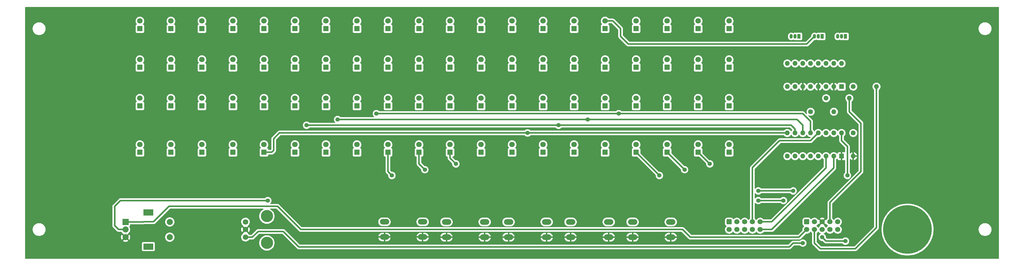
<source format=gbl>
%TF.GenerationSoftware,KiCad,Pcbnew,(6.0.1)*%
%TF.CreationDate,2023-02-19T21:20:49+01:00*%
%TF.ProjectId,fm_radio_panel,666d5f72-6164-4696-9f5f-70616e656c2e,rev?*%
%TF.SameCoordinates,Original*%
%TF.FileFunction,Copper,L2,Bot*%
%TF.FilePolarity,Positive*%
%FSLAX46Y46*%
G04 Gerber Fmt 4.6, Leading zero omitted, Abs format (unit mm)*
G04 Created by KiCad (PCBNEW (6.0.1)) date 2023-02-19 21:20:49*
%MOMM*%
%LPD*%
G01*
G04 APERTURE LIST*
G04 Aperture macros list*
%AMRoundRect*
0 Rectangle with rounded corners*
0 $1 Rounding radius*
0 $2 $3 $4 $5 $6 $7 $8 $9 X,Y pos of 4 corners*
0 Add a 4 corners polygon primitive as box body*
4,1,4,$2,$3,$4,$5,$6,$7,$8,$9,$2,$3,0*
0 Add four circle primitives for the rounded corners*
1,1,$1+$1,$2,$3*
1,1,$1+$1,$4,$5*
1,1,$1+$1,$6,$7*
1,1,$1+$1,$8,$9*
0 Add four rect primitives between the rounded corners*
20,1,$1+$1,$2,$3,$4,$5,0*
20,1,$1+$1,$4,$5,$6,$7,0*
20,1,$1+$1,$6,$7,$8,$9,0*
20,1,$1+$1,$8,$9,$2,$3,0*%
G04 Aperture macros list end*
%TA.AperFunction,ComponentPad*%
%ADD10O,3.048000X1.850000*%
%TD*%
%TA.AperFunction,WasherPad*%
%ADD11C,4.000000*%
%TD*%
%TA.AperFunction,ComponentPad*%
%ADD12C,1.800000*%
%TD*%
%TA.AperFunction,ComponentPad*%
%ADD13R,2.000000X2.000000*%
%TD*%
%TA.AperFunction,ComponentPad*%
%ADD14C,2.000000*%
%TD*%
%TA.AperFunction,ComponentPad*%
%ADD15R,3.200000X2.000000*%
%TD*%
%TA.AperFunction,WasherPad*%
%ADD16C,16.000000*%
%TD*%
%TA.AperFunction,ComponentPad*%
%ADD17C,1.600000*%
%TD*%
%TA.AperFunction,ComponentPad*%
%ADD18O,1.600000X1.600000*%
%TD*%
%TA.AperFunction,ComponentPad*%
%ADD19R,1.800000X1.800000*%
%TD*%
%TA.AperFunction,ComponentPad*%
%ADD20C,1.700000*%
%TD*%
%TA.AperFunction,ComponentPad*%
%ADD21RoundRect,0.250000X-0.600000X0.600000X-0.600000X-0.600000X0.600000X-0.600000X0.600000X0.600000X0*%
%TD*%
%TA.AperFunction,ComponentPad*%
%ADD22R,1.050000X1.500000*%
%TD*%
%TA.AperFunction,ComponentPad*%
%ADD23O,1.050000X1.500000*%
%TD*%
%TA.AperFunction,ComponentPad*%
%ADD24R,1.600000X1.600000*%
%TD*%
%TA.AperFunction,ViaPad*%
%ADD25C,1.400000*%
%TD*%
%TA.AperFunction,Conductor*%
%ADD26C,0.500000*%
%TD*%
G04 APERTURE END LIST*
D10*
%TO.P,SW5,1,1*%
%TO.N,switch4*%
X240140000Y-167680000D03*
X252640000Y-167680000D03*
%TO.P,SW5,2,2*%
%TO.N,GND*%
X240140000Y-172680000D03*
X252640000Y-172680000D03*
%TD*%
%TO.P,SW4,1,1*%
%TO.N,switch3*%
X219820000Y-167680000D03*
X232320000Y-167680000D03*
%TO.P,SW4,2,2*%
%TO.N,GND*%
X219820000Y-172680000D03*
X232320000Y-172680000D03*
%TD*%
%TO.P,SW3,1,1*%
%TO.N,switch2*%
X199500000Y-167680000D03*
X212000000Y-167680000D03*
%TO.P,SW3,2,2*%
%TO.N,GND*%
X199500000Y-172680000D03*
X212000000Y-172680000D03*
%TD*%
%TO.P,SW2,1,1*%
%TO.N,switch1*%
X179180000Y-167680000D03*
X191680000Y-167680000D03*
%TO.P,SW2,2,2*%
%TO.N,GND*%
X179180000Y-172680000D03*
X191680000Y-172680000D03*
%TD*%
D11*
%TO.P,SW6,*%
%TO.N,*%
X120330000Y-174580000D03*
X120330000Y-165780000D03*
D12*
%TO.P,SW6,B,B*%
%TO.N,encoderB*%
X113330000Y-172680000D03*
%TO.P,SW6,C,C*%
%TO.N,GND*%
X113330000Y-170180000D03*
%TO.P,SW6,A,A*%
%TO.N,encoderA*%
X113330000Y-167680000D03*
%TD*%
D13*
%TO.P,RV1,1,1*%
%TO.N,AUDIO_L*%
X74030000Y-167680000D03*
D14*
%TO.P,RV1,3,3*%
%TO.N,GND*%
X74030000Y-172680000D03*
%TO.P,RV1,2,2*%
%TO.N,AUDIO_AMP*%
X74030000Y-170180000D03*
D15*
%TO.P,RV1,MP*%
%TO.N,N/C*%
X81530000Y-164580000D03*
X81530000Y-175780000D03*
D14*
%TO.P,RV1,S1*%
X88530000Y-172680000D03*
%TO.P,RV1,S2*%
X88530000Y-167680000D03*
%TD*%
D16*
%TO.P,REF\u002A\u002A,*%
%TO.N,*%
X330200000Y-170180000D03*
%TD*%
D17*
%TO.P,R1,1*%
%TO.N,Net-(R1-Pad1)*%
X312420000Y-138430000D03*
D18*
%TO.P,R1,2*%
%TO.N,GND*%
X312420000Y-146050000D03*
%TD*%
D17*
%TO.P,R2,1*%
%TO.N,Net-(R2-Pad1)*%
X312420000Y-123190000D03*
D18*
%TO.P,R2,2*%
%TO.N,transistor0*%
X320040000Y-123190000D03*
%TD*%
D12*
%TO.P,D30,2,A*%
%TO.N,Net-(D29-Pad1)*%
X149860000Y-114300000D03*
D19*
%TO.P,D30,1,K*%
%TO.N,Net-(D30-Pad1)*%
X149860000Y-116840000D03*
%TD*%
D12*
%TO.P,D55,2,A*%
%TO.N,Net-(D54-Pad1)*%
X210820000Y-127000000D03*
D19*
%TO.P,D55,1,K*%
%TO.N,Net-(D55-Pad1)*%
X210820000Y-129540000D03*
%TD*%
D12*
%TO.P,D65,2,A*%
%TO.N,Net-(D65-Pad2)*%
X241300000Y-101600000D03*
D19*
%TO.P,D65,1,K*%
%TO.N,Net-(D65-Pad1)*%
X241300000Y-104140000D03*
%TD*%
D12*
%TO.P,D47,2,A*%
%TO.N,Net-(D46-Pad1)*%
X190500000Y-127000000D03*
D19*
%TO.P,D47,1,K*%
%TO.N,Net-(D47-Pad1)*%
X190500000Y-129540000D03*
%TD*%
D12*
%TO.P,D2,2,A*%
%TO.N,Net-(D1-Pad1)*%
X78740000Y-114300000D03*
D19*
%TO.P,D2,1,K*%
%TO.N,Net-(D2-Pad1)*%
X78740000Y-116840000D03*
%TD*%
D12*
%TO.P,D31,2,A*%
%TO.N,Net-(D30-Pad1)*%
X149860000Y-127000000D03*
D19*
%TO.P,D31,1,K*%
%TO.N,Net-(D31-Pad1)*%
X149860000Y-129540000D03*
%TD*%
D12*
%TO.P,D53,2,A*%
%TO.N,Net-(D33-Pad2)*%
X210820000Y-101600000D03*
D19*
%TO.P,D53,1,K*%
%TO.N,Net-(D53-Pad1)*%
X210820000Y-104140000D03*
%TD*%
D12*
%TO.P,D44,2,A*%
%TO.N,Net-(D43-Pad1)*%
X180340000Y-142240000D03*
D19*
%TO.P,D44,1,K*%
%TO.N,Net-(D12-Pad1)*%
X180340000Y-144780000D03*
%TD*%
D12*
%TO.P,D13,2,A*%
%TO.N,Net-(D1-Pad2)*%
X109220000Y-101600000D03*
D19*
%TO.P,D13,1,K*%
%TO.N,Net-(D13-Pad1)*%
X109220000Y-104140000D03*
%TD*%
D10*
%TO.P,SW1,1,1*%
%TO.N,switch0*%
X171360000Y-167640000D03*
X158860000Y-167640000D03*
%TO.P,SW1,2,2*%
%TO.N,GND*%
X171360000Y-172640000D03*
X158860000Y-172640000D03*
%TD*%
D12*
%TO.P,D8,2,A*%
%TO.N,Net-(D7-Pad1)*%
X88900000Y-142240000D03*
D19*
%TO.P,D8,1,K*%
%TO.N,Net-(D40-Pad1)*%
X88900000Y-144780000D03*
%TD*%
D12*
%TO.P,D42,2,A*%
%TO.N,Net-(D41-Pad1)*%
X180340000Y-114300000D03*
D19*
%TO.P,D42,1,K*%
%TO.N,Net-(D42-Pad1)*%
X180340000Y-116840000D03*
%TD*%
D12*
%TO.P,D35,2,A*%
%TO.N,Net-(D34-Pad1)*%
X160020000Y-127000000D03*
D19*
%TO.P,D35,1,K*%
%TO.N,Net-(D35-Pad1)*%
X160020000Y-129540000D03*
%TD*%
D12*
%TO.P,D34,2,A*%
%TO.N,Net-(D33-Pad1)*%
X160020000Y-114300000D03*
D19*
%TO.P,D34,1,K*%
%TO.N,Net-(D34-Pad1)*%
X160020000Y-116840000D03*
%TD*%
D12*
%TO.P,D51,2,A*%
%TO.N,Net-(D50-Pad1)*%
X200660000Y-127000000D03*
D19*
%TO.P,D51,1,K*%
%TO.N,Net-(D51-Pad1)*%
X200660000Y-129540000D03*
%TD*%
D12*
%TO.P,D45,2,A*%
%TO.N,Net-(D33-Pad2)*%
X190500000Y-101600000D03*
D19*
%TO.P,D45,1,K*%
%TO.N,Net-(D45-Pad1)*%
X190500000Y-104140000D03*
%TD*%
D12*
%TO.P,D69,2,A*%
%TO.N,Net-(D65-Pad2)*%
X251460000Y-101600000D03*
D19*
%TO.P,D69,1,K*%
%TO.N,Net-(D69-Pad1)*%
X251460000Y-104140000D03*
%TD*%
D12*
%TO.P,D19,2,A*%
%TO.N,Net-(D18-Pad1)*%
X119380000Y-127000000D03*
D19*
%TO.P,D19,1,K*%
%TO.N,Net-(D19-Pad1)*%
X119380000Y-129540000D03*
%TD*%
D12*
%TO.P,D3,2,A*%
%TO.N,Net-(D2-Pad1)*%
X78740000Y-127000000D03*
D19*
%TO.P,D3,1,K*%
%TO.N,Net-(D3-Pad1)*%
X78740000Y-129540000D03*
%TD*%
D20*
%TO.P,J2,10,Pin_10*%
%TO.N,SDI*%
X281940000Y-170180000D03*
%TO.P,J2,9,Pin_9*%
%TO.N,CLK*%
X281940000Y-167640000D03*
%TO.P,J2,8,Pin_8*%
%TO.N,LE(ED1)*%
X279400000Y-170180000D03*
%TO.P,J2,7,Pin_7*%
%TO.N,OE(ED2)*%
X279400000Y-167640000D03*
%TO.P,J2,6,Pin_6*%
%TO.N,unconnected-(J2-Pad6)*%
X276860000Y-170180000D03*
%TO.P,J2,5,Pin_5*%
%TO.N,switch0*%
X276860000Y-167640000D03*
%TO.P,J2,4,Pin_4*%
%TO.N,switch1*%
X274320000Y-170180000D03*
%TO.P,J2,3,Pin_3*%
%TO.N,switch2*%
X274320000Y-167640000D03*
%TO.P,J2,2,Pin_2*%
%TO.N,switch3*%
X271780000Y-170180000D03*
D21*
%TO.P,J2,1,Pin_1*%
%TO.N,switch4*%
X271780000Y-167640000D03*
%TD*%
D22*
%TO.P,Q2,1,C*%
%TO.N,+9V*%
X302260000Y-106680000D03*
D23*
%TO.P,Q2,2,B*%
%TO.N,Net-(Q2-Pad2)*%
X300990000Y-106680000D03*
%TO.P,Q2,3,E*%
%TO.N,Net-(D33-Pad2)*%
X299720000Y-106680000D03*
%TD*%
D12*
%TO.P,D1,2,A*%
%TO.N,Net-(D1-Pad2)*%
X78740000Y-101600000D03*
D19*
%TO.P,D1,1,K*%
%TO.N,Net-(D1-Pad1)*%
X78740000Y-104140000D03*
%TD*%
D12*
%TO.P,D59,2,A*%
%TO.N,Net-(D58-Pad1)*%
X220980000Y-127000000D03*
D19*
%TO.P,D59,1,K*%
%TO.N,Net-(D59-Pad1)*%
X220980000Y-129540000D03*
%TD*%
D12*
%TO.P,D54,2,A*%
%TO.N,Net-(D53-Pad1)*%
X210820000Y-114300000D03*
D19*
%TO.P,D54,1,K*%
%TO.N,Net-(D54-Pad1)*%
X210820000Y-116840000D03*
%TD*%
D12*
%TO.P,D26,2,A*%
%TO.N,Net-(D25-Pad1)*%
X139700000Y-114300000D03*
D19*
%TO.P,D26,1,K*%
%TO.N,Net-(D26-Pad1)*%
X139700000Y-116840000D03*
%TD*%
D12*
%TO.P,D48,2,A*%
%TO.N,Net-(D47-Pad1)*%
X190500000Y-142240000D03*
D19*
%TO.P,D48,1,K*%
%TO.N,Net-(D16-Pad1)*%
X190500000Y-144780000D03*
%TD*%
D12*
%TO.P,D17,2,A*%
%TO.N,Net-(D1-Pad2)*%
X119380000Y-101600000D03*
D19*
%TO.P,D17,1,K*%
%TO.N,Net-(D17-Pad1)*%
X119380000Y-104140000D03*
%TD*%
D12*
%TO.P,D38,2,A*%
%TO.N,Net-(D37-Pad1)*%
X170180000Y-114300000D03*
D19*
%TO.P,D38,1,K*%
%TO.N,Net-(D38-Pad1)*%
X170180000Y-116840000D03*
%TD*%
D12*
%TO.P,D76,2,A*%
%TO.N,Net-(D75-Pad1)*%
X261620000Y-142240000D03*
D19*
%TO.P,D76,1,K*%
%TO.N,Net-(D12-Pad1)*%
X261620000Y-144780000D03*
%TD*%
D12*
%TO.P,D43,2,A*%
%TO.N,Net-(D42-Pad1)*%
X180340000Y-127000000D03*
D19*
%TO.P,D43,1,K*%
%TO.N,Net-(D43-Pad1)*%
X180340000Y-129540000D03*
%TD*%
D22*
%TO.P,Q3,1,C*%
%TO.N,+9V*%
X294640000Y-106680000D03*
D23*
%TO.P,Q3,2,B*%
%TO.N,Net-(Q3-Pad2)*%
X293370000Y-106680000D03*
%TO.P,Q3,3,E*%
%TO.N,Net-(D65-Pad2)*%
X292100000Y-106680000D03*
%TD*%
D12*
%TO.P,D78,2,A*%
%TO.N,Net-(D77-Pad1)*%
X271780000Y-114300000D03*
D19*
%TO.P,D78,1,K*%
%TO.N,Net-(D78-Pad1)*%
X271780000Y-116840000D03*
%TD*%
D12*
%TO.P,D15,2,A*%
%TO.N,Net-(D14-Pad1)*%
X109220000Y-127000000D03*
D19*
%TO.P,D15,1,K*%
%TO.N,Net-(D15-Pad1)*%
X109220000Y-129540000D03*
%TD*%
D12*
%TO.P,D6,2,A*%
%TO.N,Net-(D5-Pad1)*%
X88900000Y-114300000D03*
D19*
%TO.P,D6,1,K*%
%TO.N,Net-(D6-Pad1)*%
X88900000Y-116840000D03*
%TD*%
D12*
%TO.P,D18,2,A*%
%TO.N,Net-(D17-Pad1)*%
X119380000Y-114300000D03*
D19*
%TO.P,D18,1,K*%
%TO.N,Net-(D18-Pad1)*%
X119380000Y-116840000D03*
%TD*%
D12*
%TO.P,D14,2,A*%
%TO.N,Net-(D13-Pad1)*%
X109220000Y-114300000D03*
D19*
%TO.P,D14,1,K*%
%TO.N,Net-(D14-Pad1)*%
X109220000Y-116840000D03*
%TD*%
D17*
%TO.P,R3,1*%
%TO.N,Net-(R3-Pad1)*%
X303530000Y-127000000D03*
D18*
%TO.P,R3,2*%
%TO.N,transistor1*%
X311150000Y-127000000D03*
%TD*%
D12*
%TO.P,D61,2,A*%
%TO.N,Net-(D33-Pad2)*%
X231140000Y-101600000D03*
D19*
%TO.P,D61,1,K*%
%TO.N,Net-(D61-Pad1)*%
X231140000Y-104140000D03*
%TD*%
D12*
%TO.P,D49,2,A*%
%TO.N,Net-(D33-Pad2)*%
X200660000Y-101600000D03*
D19*
%TO.P,D49,1,K*%
%TO.N,Net-(D49-Pad1)*%
X200660000Y-104140000D03*
%TD*%
D12*
%TO.P,D23,2,A*%
%TO.N,Net-(D22-Pad1)*%
X129540000Y-127000000D03*
D19*
%TO.P,D23,1,K*%
%TO.N,Net-(D23-Pad1)*%
X129540000Y-129540000D03*
%TD*%
D12*
%TO.P,D32,2,A*%
%TO.N,Net-(D31-Pad1)*%
X149860000Y-142240000D03*
D19*
%TO.P,D32,1,K*%
%TO.N,Net-(D32-Pad1)*%
X149860000Y-144780000D03*
%TD*%
D12*
%TO.P,D68,2,A*%
%TO.N,Net-(D67-Pad1)*%
X241300000Y-142240000D03*
D19*
%TO.P,D68,1,K*%
%TO.N,Net-(D36-Pad1)*%
X241300000Y-144780000D03*
%TD*%
D12*
%TO.P,D57,2,A*%
%TO.N,Net-(D33-Pad2)*%
X220980000Y-101600000D03*
D19*
%TO.P,D57,1,K*%
%TO.N,Net-(D57-Pad1)*%
X220980000Y-104140000D03*
%TD*%
D12*
%TO.P,D66,2,A*%
%TO.N,Net-(D65-Pad1)*%
X241300000Y-114300000D03*
D19*
%TO.P,D66,1,K*%
%TO.N,Net-(D66-Pad1)*%
X241300000Y-116840000D03*
%TD*%
D12*
%TO.P,D21,2,A*%
%TO.N,Net-(D1-Pad2)*%
X129540000Y-101600000D03*
D19*
%TO.P,D21,1,K*%
%TO.N,Net-(D21-Pad1)*%
X129540000Y-104140000D03*
%TD*%
D20*
%TO.P,J1,10,Pin_10*%
%TO.N,+5V*%
X307340000Y-170180000D03*
%TO.P,J1,9,Pin_9*%
%TO.N,encoderA*%
X307340000Y-167640000D03*
%TO.P,J1,8,Pin_8*%
%TO.N,encoderB*%
X304800000Y-170180000D03*
%TO.P,J1,7,Pin_7*%
%TO.N,transistor1*%
X304800000Y-167640000D03*
%TO.P,J1,6,Pin_6*%
%TO.N,transistor2*%
X302260000Y-170180000D03*
%TO.P,J1,5,Pin_5*%
%TO.N,GND*%
X302260000Y-167640000D03*
%TO.P,J1,4,Pin_4*%
%TO.N,transistor0*%
X299720000Y-170180000D03*
%TO.P,J1,3,Pin_3*%
%TO.N,AUDIO_AMP*%
X299720000Y-167640000D03*
%TO.P,J1,2,Pin_2*%
%TO.N,AUDIO_L*%
X297180000Y-170180000D03*
D21*
%TO.P,J1,1,Pin_1*%
%TO.N,+9V*%
X297180000Y-167640000D03*
%TD*%
D12*
%TO.P,D74,2,A*%
%TO.N,Net-(D73-Pad1)*%
X261620000Y-114300000D03*
D19*
%TO.P,D74,1,K*%
%TO.N,Net-(D74-Pad1)*%
X261620000Y-116840000D03*
%TD*%
D12*
%TO.P,D9,2,A*%
%TO.N,Net-(D1-Pad2)*%
X99060000Y-101600000D03*
D19*
%TO.P,D9,1,K*%
%TO.N,Net-(D10-Pad2)*%
X99060000Y-104140000D03*
%TD*%
D12*
%TO.P,D12,2,A*%
%TO.N,Net-(D11-Pad1)*%
X99060000Y-142240000D03*
D19*
%TO.P,D12,1,K*%
%TO.N,Net-(D12-Pad1)*%
X99060000Y-144780000D03*
%TD*%
D12*
%TO.P,D4,2,A*%
%TO.N,Net-(D3-Pad1)*%
X78740000Y-142240000D03*
D19*
%TO.P,D4,1,K*%
%TO.N,Net-(D36-Pad1)*%
X78740000Y-144780000D03*
%TD*%
D17*
%TO.P,R4,1*%
%TO.N,Net-(R4-Pad1)*%
X298450000Y-131445000D03*
D18*
%TO.P,R4,2*%
%TO.N,transistor2*%
X306070000Y-131445000D03*
%TD*%
D24*
%TO.P,U1,1,GND*%
%TO.N,GND*%
X308595000Y-146040000D03*
D18*
%TO.P,U1,2,SDI*%
%TO.N,SDI*%
X306055000Y-146040000D03*
%TO.P,U1,3,CLK*%
%TO.N,CLK*%
X303515000Y-146040000D03*
%TO.P,U1,4,LE(ED1)*%
%TO.N,LE(ED1)*%
X300975000Y-146040000D03*
%TO.P,U1,5,OUT0*%
%TO.N,Net-(D36-Pad1)*%
X298435000Y-146040000D03*
%TO.P,U1,6,OUT1*%
%TO.N,Net-(D40-Pad1)*%
X295895000Y-146040000D03*
%TO.P,U1,7,OUT2*%
%TO.N,Net-(D12-Pad1)*%
X293355000Y-146040000D03*
%TO.P,U1,8,OUT3*%
%TO.N,Net-(D16-Pad1)*%
X290815000Y-146040000D03*
%TO.P,U1,9,OUT4*%
%TO.N,Net-(D20-Pad1)*%
X290815000Y-138420000D03*
%TO.P,U1,10,OUT5*%
%TO.N,Net-(D24-Pad1)*%
X293355000Y-138420000D03*
%TO.P,U1,11,OUT6*%
%TO.N,Net-(D28-Pad1)*%
X295895000Y-138420000D03*
%TO.P,U1,12,OUT7*%
%TO.N,Net-(D32-Pad1)*%
X298435000Y-138420000D03*
%TO.P,U1,13,OE(ED2)*%
%TO.N,OE(ED2)*%
X300975000Y-138420000D03*
%TO.P,U1,14,SDO*%
%TO.N,unconnected-(U1-Pad14)*%
X303515000Y-138420000D03*
%TO.P,U1,15,R-EXT*%
%TO.N,Net-(R1-Pad1)*%
X306055000Y-138420000D03*
%TO.P,U1,16,VDD*%
%TO.N,+5V*%
X308595000Y-138420000D03*
%TD*%
D22*
%TO.P,Q1,1,C*%
%TO.N,+9V*%
X309880000Y-106680000D03*
D23*
%TO.P,Q1,2,B*%
%TO.N,Net-(Q1-Pad2)*%
X308610000Y-106680000D03*
%TO.P,Q1,3,E*%
%TO.N,Net-(D1-Pad2)*%
X307340000Y-106680000D03*
%TD*%
D12*
%TO.P,D20,2,A*%
%TO.N,Net-(D19-Pad1)*%
X119380000Y-142240000D03*
D19*
%TO.P,D20,1,K*%
%TO.N,Net-(D20-Pad1)*%
X119380000Y-144780000D03*
%TD*%
D12*
%TO.P,D29,2,A*%
%TO.N,Net-(D1-Pad2)*%
X149860000Y-101600000D03*
D19*
%TO.P,D29,1,K*%
%TO.N,Net-(D29-Pad1)*%
X149860000Y-104140000D03*
%TD*%
D12*
%TO.P,D77,2,A*%
%TO.N,Net-(D65-Pad2)*%
X271780000Y-101600000D03*
D19*
%TO.P,D77,1,K*%
%TO.N,Net-(D77-Pad1)*%
X271780000Y-104140000D03*
%TD*%
D12*
%TO.P,D22,2,A*%
%TO.N,Net-(D21-Pad1)*%
X129540000Y-114300000D03*
D19*
%TO.P,D22,1,K*%
%TO.N,Net-(D22-Pad1)*%
X129540000Y-116840000D03*
%TD*%
D12*
%TO.P,D80,2,A*%
%TO.N,Net-(D79-Pad1)*%
X271780000Y-142240000D03*
D19*
%TO.P,D80,1,K*%
%TO.N,Net-(D16-Pad1)*%
X271780000Y-144780000D03*
%TD*%
D12*
%TO.P,D60,2,A*%
%TO.N,Net-(D59-Pad1)*%
X220980000Y-142240000D03*
D19*
%TO.P,D60,1,K*%
%TO.N,Net-(D28-Pad1)*%
X220980000Y-144780000D03*
%TD*%
D12*
%TO.P,D75,2,A*%
%TO.N,Net-(D74-Pad1)*%
X261620000Y-127000000D03*
D19*
%TO.P,D75,1,K*%
%TO.N,Net-(D75-Pad1)*%
X261620000Y-129540000D03*
%TD*%
D12*
%TO.P,D40,2,A*%
%TO.N,Net-(D39-Pad1)*%
X170180000Y-142240000D03*
D19*
%TO.P,D40,1,K*%
%TO.N,Net-(D40-Pad1)*%
X170180000Y-144780000D03*
%TD*%
D12*
%TO.P,D41,2,A*%
%TO.N,Net-(D33-Pad2)*%
X180340000Y-101600000D03*
D19*
%TO.P,D41,1,K*%
%TO.N,Net-(D41-Pad1)*%
X180340000Y-104140000D03*
%TD*%
D12*
%TO.P,D36,2,A*%
%TO.N,Net-(D35-Pad1)*%
X160020000Y-142240000D03*
D19*
%TO.P,D36,1,K*%
%TO.N,Net-(D36-Pad1)*%
X160020000Y-144780000D03*
%TD*%
D12*
%TO.P,D73,2,A*%
%TO.N,Net-(D65-Pad2)*%
X261620000Y-101600000D03*
D19*
%TO.P,D73,1,K*%
%TO.N,Net-(D73-Pad1)*%
X261620000Y-104140000D03*
%TD*%
D12*
%TO.P,D62,2,A*%
%TO.N,Net-(D61-Pad1)*%
X231140000Y-114300000D03*
D19*
%TO.P,D62,1,K*%
%TO.N,Net-(D62-Pad1)*%
X231140000Y-116840000D03*
%TD*%
D12*
%TO.P,D27,2,A*%
%TO.N,Net-(D26-Pad1)*%
X139700000Y-127000000D03*
D19*
%TO.P,D27,1,K*%
%TO.N,Net-(D27-Pad1)*%
X139700000Y-129540000D03*
%TD*%
D12*
%TO.P,D52,2,A*%
%TO.N,Net-(D51-Pad1)*%
X200660000Y-142240000D03*
D19*
%TO.P,D52,1,K*%
%TO.N,Net-(D20-Pad1)*%
X200660000Y-144780000D03*
%TD*%
D12*
%TO.P,D63,2,A*%
%TO.N,Net-(D62-Pad1)*%
X231140000Y-127000000D03*
D19*
%TO.P,D63,1,K*%
%TO.N,Net-(D63-Pad1)*%
X231140000Y-129540000D03*
%TD*%
D12*
%TO.P,D25,2,A*%
%TO.N,Net-(D1-Pad2)*%
X139700000Y-101600000D03*
D19*
%TO.P,D25,1,K*%
%TO.N,Net-(D25-Pad1)*%
X139700000Y-104140000D03*
%TD*%
D12*
%TO.P,D28,2,A*%
%TO.N,Net-(D27-Pad1)*%
X139700000Y-142240000D03*
D19*
%TO.P,D28,1,K*%
%TO.N,Net-(D28-Pad1)*%
X139700000Y-144780000D03*
%TD*%
D12*
%TO.P,D7,2,A*%
%TO.N,Net-(D6-Pad1)*%
X88900000Y-127000000D03*
D19*
%TO.P,D7,1,K*%
%TO.N,Net-(D7-Pad1)*%
X88900000Y-129540000D03*
%TD*%
D12*
%TO.P,D46,2,A*%
%TO.N,Net-(D45-Pad1)*%
X190500000Y-114300000D03*
D19*
%TO.P,D46,1,K*%
%TO.N,Net-(D46-Pad1)*%
X190500000Y-116840000D03*
%TD*%
D12*
%TO.P,D10,2,A*%
%TO.N,Net-(D10-Pad2)*%
X99060000Y-114300000D03*
D19*
%TO.P,D10,1,K*%
%TO.N,Net-(D10-Pad1)*%
X99060000Y-116840000D03*
%TD*%
D12*
%TO.P,D39,2,A*%
%TO.N,Net-(D38-Pad1)*%
X170180000Y-127000000D03*
D19*
%TO.P,D39,1,K*%
%TO.N,Net-(D39-Pad1)*%
X170180000Y-129540000D03*
%TD*%
D12*
%TO.P,D11,2,A*%
%TO.N,Net-(D10-Pad1)*%
X99060000Y-127000000D03*
D19*
%TO.P,D11,1,K*%
%TO.N,Net-(D11-Pad1)*%
X99060000Y-129540000D03*
%TD*%
D12*
%TO.P,D5,2,A*%
%TO.N,Net-(D1-Pad2)*%
X88900000Y-101600000D03*
D19*
%TO.P,D5,1,K*%
%TO.N,Net-(D5-Pad1)*%
X88900000Y-104140000D03*
%TD*%
D12*
%TO.P,D72,2,A*%
%TO.N,Net-(D71-Pad1)*%
X251460000Y-142240000D03*
D19*
%TO.P,D72,1,K*%
%TO.N,Net-(D40-Pad1)*%
X251460000Y-144780000D03*
%TD*%
D24*
%TO.P,U2,1*%
%TO.N,Net-(R2-Pad1)*%
X308595000Y-123180000D03*
D18*
%TO.P,U2,2*%
%TO.N,GND*%
X306055000Y-123180000D03*
%TO.P,U2,3*%
%TO.N,Net-(R3-Pad1)*%
X303515000Y-123180000D03*
%TO.P,U2,4*%
%TO.N,GND*%
X300975000Y-123180000D03*
%TO.P,U2,5*%
%TO.N,Net-(R4-Pad1)*%
X298435000Y-123180000D03*
%TO.P,U2,6*%
%TO.N,GND*%
X295895000Y-123180000D03*
%TO.P,U2,7*%
%TO.N,unconnected-(U2-Pad7)*%
X293355000Y-123180000D03*
%TO.P,U2,8*%
%TO.N,unconnected-(U2-Pad8)*%
X290815000Y-123180000D03*
%TO.P,U2,9*%
%TO.N,unconnected-(U2-Pad9)*%
X290815000Y-115560000D03*
%TO.P,U2,10*%
%TO.N,unconnected-(U2-Pad10)*%
X293355000Y-115560000D03*
%TO.P,U2,11*%
%TO.N,Net-(Q3-Pad2)*%
X295895000Y-115560000D03*
%TO.P,U2,12*%
%TO.N,+9V*%
X298435000Y-115560000D03*
%TO.P,U2,13*%
%TO.N,Net-(Q2-Pad2)*%
X300975000Y-115560000D03*
%TO.P,U2,14*%
%TO.N,+9V*%
X303515000Y-115560000D03*
%TO.P,U2,15*%
%TO.N,Net-(Q1-Pad2)*%
X306055000Y-115560000D03*
%TO.P,U2,16*%
%TO.N,+9V*%
X308595000Y-115560000D03*
%TD*%
D12*
%TO.P,D33,2,A*%
%TO.N,Net-(D33-Pad2)*%
X160020000Y-101600000D03*
D19*
%TO.P,D33,1,K*%
%TO.N,Net-(D33-Pad1)*%
X160020000Y-104140000D03*
%TD*%
D12*
%TO.P,D67,2,A*%
%TO.N,Net-(D66-Pad1)*%
X241300000Y-127000000D03*
D19*
%TO.P,D67,1,K*%
%TO.N,Net-(D67-Pad1)*%
X241300000Y-129540000D03*
%TD*%
D12*
%TO.P,D71,2,A*%
%TO.N,Net-(D70-Pad1)*%
X251460000Y-127000000D03*
D19*
%TO.P,D71,1,K*%
%TO.N,Net-(D71-Pad1)*%
X251460000Y-129540000D03*
%TD*%
D12*
%TO.P,D70,2,A*%
%TO.N,Net-(D69-Pad1)*%
X251460000Y-114300000D03*
D19*
%TO.P,D70,1,K*%
%TO.N,Net-(D70-Pad1)*%
X251460000Y-116840000D03*
%TD*%
D12*
%TO.P,D37,2,A*%
%TO.N,Net-(D33-Pad2)*%
X170180000Y-101600000D03*
D19*
%TO.P,D37,1,K*%
%TO.N,Net-(D37-Pad1)*%
X170180000Y-104140000D03*
%TD*%
D12*
%TO.P,D16,2,A*%
%TO.N,Net-(D15-Pad1)*%
X109220000Y-142240000D03*
D19*
%TO.P,D16,1,K*%
%TO.N,Net-(D16-Pad1)*%
X109220000Y-144780000D03*
%TD*%
D12*
%TO.P,D79,2,A*%
%TO.N,Net-(D78-Pad1)*%
X271780000Y-127000000D03*
D19*
%TO.P,D79,1,K*%
%TO.N,Net-(D79-Pad1)*%
X271780000Y-129540000D03*
%TD*%
D12*
%TO.P,D56,2,A*%
%TO.N,Net-(D55-Pad1)*%
X210820000Y-142240000D03*
D19*
%TO.P,D56,1,K*%
%TO.N,Net-(D24-Pad1)*%
X210820000Y-144780000D03*
%TD*%
D12*
%TO.P,D58,2,A*%
%TO.N,Net-(D57-Pad1)*%
X220980000Y-114300000D03*
D19*
%TO.P,D58,1,K*%
%TO.N,Net-(D58-Pad1)*%
X220980000Y-116840000D03*
%TD*%
D12*
%TO.P,D64,2,A*%
%TO.N,Net-(D63-Pad1)*%
X231140000Y-142240000D03*
D19*
%TO.P,D64,1,K*%
%TO.N,Net-(D32-Pad1)*%
X231140000Y-144780000D03*
%TD*%
D12*
%TO.P,D24,2,A*%
%TO.N,Net-(D23-Pad1)*%
X129540000Y-142240000D03*
D19*
%TO.P,D24,1,K*%
%TO.N,Net-(D24-Pad1)*%
X129540000Y-144780000D03*
%TD*%
D12*
%TO.P,D50,2,A*%
%TO.N,Net-(D49-Pad1)*%
X200660000Y-114300000D03*
D19*
%TO.P,D50,1,K*%
%TO.N,Net-(D50-Pad1)*%
X200660000Y-116840000D03*
%TD*%
D25*
%TO.N,AUDIO_AMP*%
X120650000Y-160655000D03*
X281305000Y-160655000D03*
X289560000Y-160655000D03*
%TO.N,transistor2*%
X309880000Y-173990000D03*
X302260000Y-172720000D03*
%TO.N,encoderB*%
X295910000Y-174625000D03*
%TO.N,+5V*%
X310515000Y-152400000D03*
%TO.N,encoderA*%
X292735000Y-157480000D03*
X281305000Y-157480000D03*
%TO.N,Net-(D36-Pad1)*%
X248920000Y-152400000D03*
%TO.N,Net-(D40-Pad1)*%
X257175000Y-150495000D03*
%TO.N,Net-(D12-Pad1)*%
X265430000Y-148590000D03*
X182245000Y-148590000D03*
%TO.N,Net-(D40-Pad1)*%
X172085000Y-150495000D03*
%TO.N,Net-(D36-Pad1)*%
X161290000Y-152400000D03*
%TO.N,Net-(D20-Pad1)*%
X205750000Y-138420000D03*
%TO.N,Net-(D24-Pad1)*%
X215900000Y-135890000D03*
%TO.N,Net-(D28-Pad1)*%
X225425000Y-133985000D03*
%TO.N,Net-(D32-Pad1)*%
X235585000Y-132080000D03*
X156210000Y-132080000D03*
%TO.N,Net-(D28-Pad1)*%
X143510000Y-133985000D03*
%TO.N,Net-(D24-Pad1)*%
X133350000Y-135890000D03*
%TD*%
D26*
%TO.N,transistor0*%
X299720000Y-174625000D02*
X299720000Y-170180000D01*
X301625000Y-176530000D02*
X299720000Y-174625000D01*
X313055000Y-176530000D02*
X301625000Y-176530000D01*
X320040000Y-169545000D02*
X313055000Y-176530000D01*
X320040000Y-123190000D02*
X320040000Y-169545000D01*
%TO.N,encoderA*%
X292735000Y-157480000D02*
X281305000Y-157480000D01*
%TO.N,AUDIO_AMP*%
X289560000Y-160655000D02*
X281305000Y-160655000D01*
%TO.N,CLK*%
X285750000Y-167640000D02*
X281940000Y-167640000D01*
X303515000Y-149875000D02*
X285750000Y-167640000D01*
X303515000Y-146040000D02*
X303515000Y-149875000D01*
%TO.N,SDI*%
X306055000Y-149875000D02*
X306055000Y-146040000D01*
X285750000Y-170180000D02*
X306055000Y-149875000D01*
X281940000Y-170180000D02*
X285750000Y-170180000D01*
%TO.N,AUDIO_AMP*%
X70485000Y-168910000D02*
X71755000Y-170180000D01*
X70485000Y-162560000D02*
X70485000Y-168910000D01*
X72390000Y-160655000D02*
X70485000Y-162560000D01*
X120650000Y-160655000D02*
X72390000Y-160655000D01*
X71755000Y-170180000D02*
X74030000Y-170180000D01*
%TO.N,AUDIO_L*%
X79970000Y-167680000D02*
X74030000Y-167680000D01*
X80010000Y-167640000D02*
X79970000Y-167680000D01*
X88265000Y-162560000D02*
X83185000Y-167640000D01*
X256540000Y-170180000D02*
X131445000Y-170180000D01*
X123825000Y-162560000D02*
X88265000Y-162560000D01*
X294640000Y-172720000D02*
X259080000Y-172720000D01*
X131445000Y-170180000D02*
X123825000Y-162560000D01*
X297180000Y-170180000D02*
X294640000Y-172720000D01*
X259080000Y-172720000D02*
X256540000Y-170180000D01*
X83185000Y-167640000D02*
X80010000Y-167640000D01*
%TO.N,transistor2*%
X304165000Y-173990000D02*
X309880000Y-173990000D01*
X302260000Y-172720000D02*
X303530000Y-173990000D01*
X303530000Y-173990000D02*
X304165000Y-173990000D01*
%TO.N,encoderB*%
X115530000Y-172680000D02*
X113330000Y-172680000D01*
X115570000Y-172720000D02*
X115530000Y-172680000D01*
X117475000Y-170815000D02*
X115570000Y-172720000D01*
X125730000Y-170815000D02*
X117475000Y-170815000D01*
X130810000Y-175895000D02*
X125730000Y-170815000D01*
X291465000Y-175895000D02*
X130810000Y-175895000D01*
X292735000Y-174625000D02*
X291465000Y-175895000D01*
X295910000Y-174625000D02*
X292735000Y-174625000D01*
%TO.N,+5V*%
X310515000Y-150495000D02*
X310515000Y-152400000D01*
X310515000Y-142875000D02*
X310515000Y-150495000D01*
X308595000Y-138420000D02*
X308595000Y-140955000D01*
X308595000Y-140955000D02*
X310515000Y-142875000D01*
%TO.N,transistor1*%
X304800000Y-161290000D02*
X304800000Y-167640000D01*
X314960000Y-135255000D02*
X314960000Y-151130000D01*
X314960000Y-151130000D02*
X304800000Y-161290000D01*
X311150000Y-131445000D02*
X314960000Y-135255000D01*
X311150000Y-127000000D02*
X311150000Y-131445000D01*
%TO.N,OE(ED2)*%
X279400000Y-149860000D02*
X279400000Y-167640000D01*
X288290000Y-140970000D02*
X279400000Y-149860000D01*
X298425000Y-140970000D02*
X288290000Y-140970000D01*
X300975000Y-138420000D02*
X298425000Y-140970000D01*
%TO.N,Net-(D36-Pad1)*%
X241300000Y-144780000D02*
X248920000Y-152400000D01*
%TO.N,Net-(D40-Pad1)*%
X251460000Y-144780000D02*
X257175000Y-150495000D01*
%TO.N,Net-(D12-Pad1)*%
X261620000Y-144780000D02*
X265430000Y-148590000D01*
X180340000Y-146685000D02*
X182245000Y-148590000D01*
X180340000Y-144780000D02*
X180340000Y-146685000D01*
%TO.N,Net-(D40-Pad1)*%
X170180000Y-148590000D02*
X172085000Y-150495000D01*
X170180000Y-144780000D02*
X170180000Y-148590000D01*
%TO.N,Net-(D36-Pad1)*%
X160020000Y-151130000D02*
X161290000Y-152400000D01*
X160020000Y-144780000D02*
X160020000Y-151130000D01*
%TO.N,Net-(D20-Pad1)*%
X290815000Y-138420000D02*
X205750000Y-138420000D01*
X205750000Y-138420000D02*
X124470000Y-138420000D01*
%TO.N,Net-(D24-Pad1)*%
X215900000Y-135890000D02*
X133350000Y-135890000D01*
X292100000Y-135890000D02*
X215900000Y-135890000D01*
%TO.N,Net-(D28-Pad1)*%
X294005000Y-133985000D02*
X225425000Y-133985000D01*
X225425000Y-133985000D02*
X143510000Y-133985000D01*
%TO.N,Net-(D32-Pad1)*%
X295910000Y-132080000D02*
X235585000Y-132080000D01*
X235585000Y-132080000D02*
X234950000Y-132080000D01*
%TO.N,Net-(D20-Pad1)*%
X122555000Y-140335000D02*
X124470000Y-138420000D01*
X122555000Y-144145000D02*
X122555000Y-140335000D01*
X121920000Y-144780000D02*
X122555000Y-144145000D01*
X119380000Y-144780000D02*
X121920000Y-144780000D01*
%TO.N,Net-(D28-Pad1)*%
X295895000Y-135875000D02*
X294005000Y-133985000D01*
X295895000Y-138420000D02*
X295895000Y-135875000D01*
%TO.N,Net-(D24-Pad1)*%
X293370000Y-137160000D02*
X292100000Y-135890000D01*
X293355000Y-137175000D02*
X293370000Y-137160000D01*
X293355000Y-138420000D02*
X293355000Y-137175000D01*
%TO.N,Net-(D32-Pad1)*%
X234950000Y-132080000D02*
X156210000Y-132080000D01*
X298450000Y-134620000D02*
X295910000Y-132080000D01*
X298435000Y-134635000D02*
X298450000Y-134620000D01*
X298435000Y-138420000D02*
X298435000Y-134635000D01*
%TO.N,Net-(D33-Pad2)*%
X233680000Y-101600000D02*
X231140000Y-101600000D01*
X236220000Y-104140000D02*
X233680000Y-101600000D01*
X236220000Y-106680000D02*
X236220000Y-104140000D01*
X297180000Y-109220000D02*
X238760000Y-109220000D01*
X299720000Y-106680000D02*
X297180000Y-109220000D01*
X238760000Y-109220000D02*
X236220000Y-106680000D01*
%TD*%
%TA.AperFunction,Conductor*%
%TO.N,GND*%
G36*
X360114121Y-97048002D02*
G01*
X360160614Y-97101658D01*
X360172000Y-97154000D01*
X360172000Y-179706000D01*
X360151998Y-179774121D01*
X360098342Y-179820614D01*
X360046000Y-179832000D01*
X41274000Y-179832000D01*
X41205879Y-179811998D01*
X41159386Y-179758342D01*
X41148000Y-179706000D01*
X41148000Y-176828134D01*
X79421500Y-176828134D01*
X79428255Y-176890316D01*
X79479385Y-177026705D01*
X79566739Y-177143261D01*
X79683295Y-177230615D01*
X79819684Y-177281745D01*
X79881866Y-177288500D01*
X83178134Y-177288500D01*
X83240316Y-177281745D01*
X83376705Y-177230615D01*
X83493261Y-177143261D01*
X83580615Y-177026705D01*
X83631745Y-176890316D01*
X83638500Y-176828134D01*
X83638500Y-174731866D01*
X83631745Y-174669684D01*
X83598124Y-174580000D01*
X117816540Y-174580000D01*
X117836359Y-174895020D01*
X117895505Y-175205072D01*
X117993044Y-175505266D01*
X117994731Y-175508852D01*
X117994733Y-175508856D01*
X118125750Y-175787283D01*
X118125754Y-175787290D01*
X118127438Y-175790869D01*
X118296568Y-176057375D01*
X118497767Y-176300582D01*
X118727860Y-176516654D01*
X118731062Y-176518981D01*
X118731064Y-176518982D01*
X118753754Y-176535467D01*
X118983221Y-176702184D01*
X119259821Y-176854247D01*
X119263490Y-176855700D01*
X119263495Y-176855702D01*
X119369608Y-176897715D01*
X119553298Y-176970443D01*
X119859025Y-177048940D01*
X120172179Y-177088500D01*
X120487821Y-177088500D01*
X120800975Y-177048940D01*
X121106702Y-176970443D01*
X121290392Y-176897715D01*
X121396505Y-176855702D01*
X121396510Y-176855700D01*
X121400179Y-176854247D01*
X121676779Y-176702184D01*
X121906246Y-176535467D01*
X121928936Y-176518982D01*
X121928938Y-176518981D01*
X121932140Y-176516654D01*
X122162233Y-176300582D01*
X122363432Y-176057375D01*
X122532562Y-175790869D01*
X122534246Y-175787290D01*
X122534250Y-175787283D01*
X122665267Y-175508856D01*
X122665269Y-175508852D01*
X122666956Y-175505266D01*
X122764495Y-175205072D01*
X122823641Y-174895020D01*
X122843460Y-174580000D01*
X122823641Y-174264980D01*
X122764495Y-173954928D01*
X122679240Y-173692540D01*
X122668182Y-173658507D01*
X122668182Y-173658506D01*
X122666956Y-173654734D01*
X122665267Y-173651144D01*
X122534250Y-173372717D01*
X122534246Y-173372710D01*
X122532562Y-173369131D01*
X122363432Y-173102625D01*
X122180707Y-172881749D01*
X122164758Y-172862470D01*
X122164757Y-172862469D01*
X122162233Y-172859418D01*
X122154725Y-172852367D01*
X122013768Y-172720000D01*
X121932140Y-172643346D01*
X121676779Y-172457816D01*
X121659472Y-172448301D01*
X121403648Y-172307660D01*
X121403647Y-172307659D01*
X121400179Y-172305753D01*
X121396510Y-172304300D01*
X121396505Y-172304298D01*
X121110372Y-172191010D01*
X121110371Y-172191010D01*
X121106702Y-172189557D01*
X120800975Y-172111060D01*
X120487821Y-172071500D01*
X120172179Y-172071500D01*
X119859025Y-172111060D01*
X119553298Y-172189557D01*
X119549629Y-172191010D01*
X119549628Y-172191010D01*
X119263495Y-172304298D01*
X119263490Y-172304300D01*
X119259821Y-172305753D01*
X119256353Y-172307659D01*
X119256352Y-172307660D01*
X119000529Y-172448301D01*
X118983221Y-172457816D01*
X118727860Y-172643346D01*
X118646232Y-172720000D01*
X118505276Y-172852367D01*
X118497767Y-172859418D01*
X118495243Y-172862469D01*
X118495242Y-172862470D01*
X118479293Y-172881749D01*
X118296568Y-173102625D01*
X118127438Y-173369131D01*
X118125754Y-173372710D01*
X118125750Y-173372717D01*
X117994733Y-173651144D01*
X117993044Y-173654734D01*
X117991818Y-173658506D01*
X117991818Y-173658507D01*
X117980760Y-173692540D01*
X117895505Y-173954928D01*
X117836359Y-174264980D01*
X117816540Y-174580000D01*
X83598124Y-174580000D01*
X83580615Y-174533295D01*
X83493261Y-174416739D01*
X83376705Y-174329385D01*
X83240316Y-174278255D01*
X83178134Y-174271500D01*
X79881866Y-174271500D01*
X79819684Y-174278255D01*
X79683295Y-174329385D01*
X79566739Y-174416739D01*
X79479385Y-174533295D01*
X79428255Y-174669684D01*
X79421500Y-174731866D01*
X79421500Y-176828134D01*
X41148000Y-176828134D01*
X41148000Y-173912670D01*
X73162160Y-173912670D01*
X73167887Y-173920320D01*
X73339042Y-174025205D01*
X73347837Y-174029687D01*
X73557988Y-174116734D01*
X73567373Y-174119783D01*
X73788554Y-174172885D01*
X73798301Y-174174428D01*
X74025070Y-174192275D01*
X74034930Y-174192275D01*
X74261699Y-174174428D01*
X74271446Y-174172885D01*
X74492627Y-174119783D01*
X74502012Y-174116734D01*
X74712163Y-174029687D01*
X74720958Y-174025205D01*
X74888445Y-173922568D01*
X74897907Y-173912110D01*
X74894124Y-173903334D01*
X74042812Y-173052022D01*
X74028868Y-173044408D01*
X74027035Y-173044539D01*
X74020420Y-173048790D01*
X73168920Y-173900290D01*
X73162160Y-173912670D01*
X41148000Y-173912670D01*
X41148000Y-172684930D01*
X72517725Y-172684930D01*
X72535572Y-172911699D01*
X72537115Y-172921446D01*
X72590217Y-173142627D01*
X72593266Y-173152012D01*
X72680313Y-173362163D01*
X72684795Y-173370958D01*
X72787432Y-173538445D01*
X72797890Y-173547907D01*
X72806666Y-173544124D01*
X73657978Y-172692812D01*
X73664356Y-172681132D01*
X74394408Y-172681132D01*
X74394539Y-172682965D01*
X74398790Y-172689580D01*
X75250290Y-173541080D01*
X75262670Y-173547840D01*
X75270320Y-173542113D01*
X75375205Y-173370958D01*
X75379687Y-173362163D01*
X75466734Y-173152012D01*
X75469783Y-173142627D01*
X75522885Y-172921446D01*
X75524428Y-172911699D01*
X75542275Y-172684930D01*
X75542275Y-172680000D01*
X87016835Y-172680000D01*
X87035465Y-172916711D01*
X87036619Y-172921518D01*
X87036620Y-172921524D01*
X87071640Y-173067391D01*
X87090895Y-173147594D01*
X87092788Y-173152165D01*
X87092789Y-173152167D01*
X87179772Y-173362163D01*
X87181760Y-173366963D01*
X87184346Y-173371183D01*
X87303241Y-173565202D01*
X87303245Y-173565208D01*
X87305824Y-173569416D01*
X87460031Y-173749969D01*
X87463787Y-173753177D01*
X87480480Y-173767434D01*
X87640584Y-173904176D01*
X87644792Y-173906755D01*
X87644798Y-173906759D01*
X87802373Y-174003321D01*
X87843037Y-174028240D01*
X87847607Y-174030133D01*
X87847611Y-174030135D01*
X88057833Y-174117211D01*
X88062406Y-174119105D01*
X88142609Y-174138360D01*
X88288476Y-174173380D01*
X88288482Y-174173381D01*
X88293289Y-174174535D01*
X88530000Y-174193165D01*
X88766711Y-174174535D01*
X88771518Y-174173381D01*
X88771524Y-174173380D01*
X88917391Y-174138360D01*
X88997594Y-174119105D01*
X89002167Y-174117211D01*
X89212389Y-174030135D01*
X89212393Y-174030133D01*
X89216963Y-174028240D01*
X89257627Y-174003321D01*
X89415202Y-173906759D01*
X89415208Y-173906755D01*
X89419416Y-173904176D01*
X89579520Y-173767434D01*
X89596213Y-173753177D01*
X89599969Y-173749969D01*
X89754176Y-173569416D01*
X89756755Y-173565208D01*
X89756759Y-173565202D01*
X89875654Y-173371183D01*
X89878240Y-173366963D01*
X89880229Y-173362163D01*
X89967211Y-173152167D01*
X89967212Y-173152165D01*
X89969105Y-173147594D01*
X89988360Y-173067391D01*
X90023380Y-172921524D01*
X90023381Y-172921518D01*
X90024535Y-172916711D01*
X90043165Y-172680000D01*
X90040447Y-172645469D01*
X111917095Y-172645469D01*
X111917392Y-172650622D01*
X111917392Y-172650625D01*
X111921392Y-172720000D01*
X111930427Y-172876697D01*
X111931564Y-172881743D01*
X111931565Y-172881749D01*
X111958714Y-173002217D01*
X111981346Y-173102642D01*
X111983288Y-173107424D01*
X111983289Y-173107428D01*
X112064185Y-173306650D01*
X112068484Y-173317237D01*
X112129378Y-173416607D01*
X112168461Y-173480384D01*
X112189501Y-173514719D01*
X112341147Y-173689784D01*
X112519349Y-173837730D01*
X112719322Y-173954584D01*
X112935694Y-174037209D01*
X112940760Y-174038240D01*
X112940761Y-174038240D01*
X112971304Y-174044454D01*
X113162656Y-174083385D01*
X113293324Y-174088176D01*
X113388949Y-174091683D01*
X113388953Y-174091683D01*
X113394113Y-174091872D01*
X113399233Y-174091216D01*
X113399235Y-174091216D01*
X113472270Y-174081860D01*
X113623847Y-174062442D01*
X113628795Y-174060957D01*
X113628802Y-174060956D01*
X113840747Y-173997369D01*
X113845690Y-173995886D01*
X113857705Y-173990000D01*
X114049049Y-173896262D01*
X114049052Y-173896260D01*
X114053684Y-173893991D01*
X114242243Y-173759494D01*
X114406303Y-173596005D01*
X114481777Y-173490973D01*
X114537770Y-173447326D01*
X114584098Y-173438500D01*
X115292823Y-173438500D01*
X115328063Y-173444207D01*
X115328950Y-173444622D01*
X115336109Y-173446111D01*
X115336114Y-173446113D01*
X115338250Y-173446557D01*
X115359675Y-173453046D01*
X115361699Y-173453862D01*
X115361701Y-173453863D01*
X115368489Y-173456598D01*
X115375725Y-173457699D01*
X115375726Y-173457699D01*
X115398302Y-173461133D01*
X115432259Y-173466299D01*
X115438965Y-173467506D01*
X115494945Y-173479151D01*
X115494957Y-173479152D01*
X115502115Y-173480641D01*
X115511605Y-173480384D01*
X115533967Y-173481772D01*
X115535314Y-173481977D01*
X115543349Y-173483199D01*
X115550641Y-173482606D01*
X115550644Y-173482606D01*
X115607624Y-173477971D01*
X115614431Y-173477602D01*
X115671604Y-173476055D01*
X115678921Y-173475857D01*
X115688101Y-173473423D01*
X115710183Y-173469629D01*
X115712336Y-173469454D01*
X115712337Y-173469454D01*
X115719637Y-173468860D01*
X115726605Y-173466603D01*
X115726608Y-173466602D01*
X115780984Y-173448986D01*
X115787516Y-173447063D01*
X115807971Y-173441640D01*
X115842808Y-173432404D01*
X115842813Y-173432402D01*
X115849885Y-173430527D01*
X115856344Y-173427071D01*
X115858263Y-173426045D01*
X115878870Y-173417276D01*
X115880933Y-173416608D01*
X115880935Y-173416607D01*
X115887899Y-173414351D01*
X115930627Y-173388423D01*
X115943030Y-173380897D01*
X115948949Y-173377521D01*
X115999381Y-173350536D01*
X115999388Y-173350531D01*
X116005834Y-173347082D01*
X116012955Y-173340793D01*
X116030993Y-173327519D01*
X116039107Y-173322595D01*
X116047484Y-173315197D01*
X116086644Y-173276037D01*
X116092332Y-173270690D01*
X116120787Y-173245560D01*
X116138405Y-173230000D01*
X116145999Y-173219255D01*
X116159800Y-173202881D01*
X117752275Y-171610405D01*
X117814587Y-171576380D01*
X117841370Y-171573500D01*
X125363629Y-171573500D01*
X125431750Y-171593502D01*
X125452724Y-171610405D01*
X130226230Y-176383911D01*
X130238616Y-176398323D01*
X130247149Y-176409918D01*
X130247154Y-176409923D01*
X130251492Y-176415818D01*
X130257070Y-176420557D01*
X130257073Y-176420560D01*
X130291768Y-176450035D01*
X130299284Y-176456965D01*
X130304979Y-176462660D01*
X130307861Y-176464940D01*
X130327251Y-176480281D01*
X130330655Y-176483072D01*
X130372924Y-176518982D01*
X130386285Y-176530333D01*
X130392801Y-176533661D01*
X130397850Y-176537028D01*
X130402979Y-176540195D01*
X130408716Y-176544734D01*
X130474875Y-176575655D01*
X130478769Y-176577558D01*
X130543808Y-176610769D01*
X130550916Y-176612508D01*
X130556559Y-176614607D01*
X130562322Y-176616524D01*
X130568950Y-176619622D01*
X130576112Y-176621112D01*
X130576113Y-176621112D01*
X130640412Y-176634486D01*
X130644696Y-176635456D01*
X130715610Y-176652808D01*
X130721212Y-176653156D01*
X130721215Y-176653156D01*
X130726764Y-176653500D01*
X130726762Y-176653536D01*
X130730755Y-176653775D01*
X130734947Y-176654149D01*
X130742115Y-176655640D01*
X130819520Y-176653546D01*
X130822928Y-176653500D01*
X291397930Y-176653500D01*
X291416880Y-176654933D01*
X291431115Y-176657099D01*
X291431119Y-176657099D01*
X291438349Y-176658199D01*
X291445641Y-176657606D01*
X291445644Y-176657606D01*
X291491018Y-176653915D01*
X291501233Y-176653500D01*
X291509293Y-176653500D01*
X291526680Y-176651473D01*
X291537507Y-176650211D01*
X291541882Y-176649778D01*
X291607339Y-176644454D01*
X291607342Y-176644453D01*
X291614637Y-176643860D01*
X291621601Y-176641604D01*
X291627560Y-176640413D01*
X291633415Y-176639029D01*
X291640681Y-176638182D01*
X291709327Y-176613265D01*
X291713455Y-176611848D01*
X291775936Y-176591607D01*
X291775938Y-176591606D01*
X291782899Y-176589351D01*
X291789154Y-176585555D01*
X291794628Y-176583049D01*
X291800058Y-176580330D01*
X291806937Y-176577833D01*
X291813058Y-176573820D01*
X291867976Y-176537814D01*
X291871680Y-176535477D01*
X291934107Y-176497595D01*
X291942484Y-176490197D01*
X291942508Y-176490224D01*
X291945500Y-176487571D01*
X291948733Y-176484868D01*
X291954852Y-176480856D01*
X292008128Y-176424617D01*
X292010506Y-176422175D01*
X293012276Y-175420405D01*
X293074588Y-175386379D01*
X293101371Y-175383500D01*
X294907233Y-175383500D01*
X294975354Y-175403502D01*
X294996328Y-175420405D01*
X295130224Y-175554301D01*
X295303442Y-175675589D01*
X295308420Y-175677910D01*
X295308423Y-175677912D01*
X295466229Y-175751498D01*
X295495090Y-175764956D01*
X295500398Y-175766378D01*
X295500400Y-175766379D01*
X295694030Y-175818262D01*
X295694032Y-175818262D01*
X295699345Y-175819686D01*
X295910000Y-175838116D01*
X296120655Y-175819686D01*
X296125968Y-175818262D01*
X296125970Y-175818262D01*
X296319600Y-175766379D01*
X296319602Y-175766378D01*
X296324910Y-175764956D01*
X296353771Y-175751498D01*
X296511577Y-175677912D01*
X296511580Y-175677910D01*
X296516558Y-175675589D01*
X296689776Y-175554301D01*
X296839301Y-175404776D01*
X296960589Y-175231558D01*
X296965157Y-175221763D01*
X297047633Y-175044892D01*
X297047634Y-175044891D01*
X297049956Y-175039910D01*
X297095673Y-174869294D01*
X297103262Y-174840970D01*
X297103262Y-174840968D01*
X297104686Y-174835655D01*
X297123116Y-174625000D01*
X297104686Y-174414345D01*
X297081921Y-174329385D01*
X297051379Y-174215400D01*
X297051378Y-174215398D01*
X297049956Y-174210090D01*
X297047633Y-174205108D01*
X296962912Y-174023423D01*
X296962910Y-174023420D01*
X296960589Y-174018442D01*
X296839301Y-173845224D01*
X296689776Y-173695699D01*
X296516558Y-173574411D01*
X296511580Y-173572090D01*
X296511577Y-173572088D01*
X296329892Y-173487367D01*
X296329891Y-173487366D01*
X296324910Y-173485044D01*
X296319602Y-173483622D01*
X296319600Y-173483621D01*
X296125970Y-173431738D01*
X296125968Y-173431738D01*
X296120655Y-173430314D01*
X295910000Y-173411884D01*
X295699345Y-173430314D01*
X295694032Y-173431738D01*
X295694030Y-173431738D01*
X295500400Y-173483621D01*
X295500398Y-173483622D01*
X295495090Y-173485044D01*
X295490109Y-173487366D01*
X295490108Y-173487367D01*
X295308423Y-173572088D01*
X295308420Y-173572090D01*
X295303442Y-173574411D01*
X295130224Y-173695699D01*
X294996328Y-173829595D01*
X294934016Y-173863621D01*
X294907233Y-173866500D01*
X292802069Y-173866500D01*
X292783121Y-173865067D01*
X292775780Y-173863950D01*
X292768883Y-173862901D01*
X292768881Y-173862901D01*
X292761651Y-173861801D01*
X292754359Y-173862394D01*
X292754356Y-173862394D01*
X292708982Y-173866085D01*
X292698767Y-173866500D01*
X292690707Y-173866500D01*
X292677417Y-173868049D01*
X292662493Y-173869789D01*
X292658118Y-173870222D01*
X292592661Y-173875546D01*
X292592658Y-173875547D01*
X292585363Y-173876140D01*
X292578399Y-173878396D01*
X292572440Y-173879587D01*
X292566585Y-173880971D01*
X292559319Y-173881818D01*
X292490673Y-173906735D01*
X292486545Y-173908152D01*
X292424064Y-173928393D01*
X292424062Y-173928394D01*
X292417101Y-173930649D01*
X292410846Y-173934445D01*
X292405372Y-173936951D01*
X292399942Y-173939670D01*
X292393063Y-173942167D01*
X292332016Y-173982191D01*
X292328327Y-173984518D01*
X292313335Y-173993616D01*
X292270693Y-174019491D01*
X292270688Y-174019495D01*
X292265892Y-174022405D01*
X292261685Y-174026121D01*
X292261682Y-174026123D01*
X292257647Y-174029687D01*
X292257516Y-174029803D01*
X292257493Y-174029777D01*
X292254503Y-174032426D01*
X292251264Y-174035134D01*
X292245148Y-174039144D01*
X292240121Y-174044451D01*
X292240117Y-174044454D01*
X292191872Y-174095383D01*
X292189494Y-174097825D01*
X291187724Y-175099595D01*
X291125412Y-175133621D01*
X291098629Y-175136500D01*
X131176371Y-175136500D01*
X131108250Y-175116498D01*
X131087276Y-175099595D01*
X128899875Y-172912194D01*
X156852895Y-172912194D01*
X156861453Y-172968121D01*
X156863841Y-172978146D01*
X156933836Y-173192295D01*
X156937833Y-173201804D01*
X157041861Y-173401640D01*
X157047355Y-173410365D01*
X157182628Y-173590532D01*
X157189471Y-173598239D01*
X157352356Y-173753896D01*
X157360362Y-173760379D01*
X157546485Y-173887343D01*
X157555444Y-173892432D01*
X157759807Y-173987294D01*
X157769475Y-173990851D01*
X157986580Y-174051060D01*
X157996699Y-174052991D01*
X158180595Y-174072644D01*
X158187287Y-174073000D01*
X158587885Y-174073000D01*
X158603124Y-174068525D01*
X158604329Y-174067135D01*
X158606000Y-174059452D01*
X158606000Y-174054885D01*
X159114000Y-174054885D01*
X159118475Y-174070124D01*
X159119865Y-174071329D01*
X159127548Y-174073000D01*
X159516145Y-174073000D01*
X159521318Y-174072788D01*
X159688687Y-174059027D01*
X159698867Y-174057342D01*
X159917377Y-174002456D01*
X159927128Y-173999136D01*
X160133749Y-173909296D01*
X160142824Y-173904430D01*
X160331990Y-173782052D01*
X160340161Y-173775760D01*
X160506800Y-173624131D01*
X160513825Y-173616598D01*
X160653466Y-173439782D01*
X160659162Y-173431209D01*
X160768052Y-173233955D01*
X160772273Y-173224560D01*
X160847481Y-173012180D01*
X160850113Y-173002217D01*
X160866148Y-172912194D01*
X169352895Y-172912194D01*
X169361453Y-172968121D01*
X169363841Y-172978146D01*
X169433836Y-173192295D01*
X169437833Y-173201804D01*
X169541861Y-173401640D01*
X169547355Y-173410365D01*
X169682628Y-173590532D01*
X169689471Y-173598239D01*
X169852356Y-173753896D01*
X169860362Y-173760379D01*
X170046485Y-173887343D01*
X170055444Y-173892432D01*
X170259807Y-173987294D01*
X170269475Y-173990851D01*
X170486580Y-174051060D01*
X170496699Y-174052991D01*
X170680595Y-174072644D01*
X170687287Y-174073000D01*
X171087885Y-174073000D01*
X171103124Y-174068525D01*
X171104329Y-174067135D01*
X171106000Y-174059452D01*
X171106000Y-174054885D01*
X171614000Y-174054885D01*
X171618475Y-174070124D01*
X171619865Y-174071329D01*
X171627548Y-174073000D01*
X172016145Y-174073000D01*
X172021318Y-174072788D01*
X172188687Y-174059027D01*
X172198867Y-174057342D01*
X172417377Y-174002456D01*
X172427128Y-173999136D01*
X172633749Y-173909296D01*
X172642824Y-173904430D01*
X172831990Y-173782052D01*
X172840161Y-173775760D01*
X173006800Y-173624131D01*
X173013825Y-173616598D01*
X173153466Y-173439782D01*
X173159162Y-173431209D01*
X173268052Y-173233955D01*
X173272273Y-173224560D01*
X173347481Y-173012180D01*
X173350113Y-173002217D01*
X173359023Y-172952194D01*
X177172895Y-172952194D01*
X177181453Y-173008121D01*
X177183841Y-173018146D01*
X177253836Y-173232295D01*
X177257833Y-173241804D01*
X177361861Y-173441640D01*
X177367355Y-173450365D01*
X177502628Y-173630532D01*
X177509471Y-173638239D01*
X177672356Y-173793896D01*
X177680362Y-173800379D01*
X177866485Y-173927343D01*
X177875444Y-173932432D01*
X178079807Y-174027294D01*
X178089475Y-174030851D01*
X178306580Y-174091060D01*
X178316699Y-174092991D01*
X178500595Y-174112644D01*
X178507287Y-174113000D01*
X178907885Y-174113000D01*
X178923124Y-174108525D01*
X178924329Y-174107135D01*
X178926000Y-174099452D01*
X178926000Y-174094885D01*
X179434000Y-174094885D01*
X179438475Y-174110124D01*
X179439865Y-174111329D01*
X179447548Y-174113000D01*
X179836145Y-174113000D01*
X179841318Y-174112788D01*
X180008687Y-174099027D01*
X180018867Y-174097342D01*
X180237377Y-174042456D01*
X180247128Y-174039136D01*
X180453749Y-173949296D01*
X180462824Y-173944430D01*
X180651990Y-173822052D01*
X180660161Y-173815760D01*
X180826800Y-173664131D01*
X180833825Y-173656598D01*
X180973466Y-173479782D01*
X180979162Y-173471209D01*
X181088052Y-173273955D01*
X181092273Y-173264560D01*
X181167481Y-173052180D01*
X181170113Y-173042217D01*
X181186148Y-172952194D01*
X189672895Y-172952194D01*
X189681453Y-173008121D01*
X189683841Y-173018146D01*
X189753836Y-173232295D01*
X189757833Y-173241804D01*
X189861861Y-173441640D01*
X189867355Y-173450365D01*
X190002628Y-173630532D01*
X190009471Y-173638239D01*
X190172356Y-173793896D01*
X190180362Y-173800379D01*
X190366485Y-173927343D01*
X190375444Y-173932432D01*
X190579807Y-174027294D01*
X190589475Y-174030851D01*
X190806580Y-174091060D01*
X190816699Y-174092991D01*
X191000595Y-174112644D01*
X191007287Y-174113000D01*
X191407885Y-174113000D01*
X191423124Y-174108525D01*
X191424329Y-174107135D01*
X191426000Y-174099452D01*
X191426000Y-174094885D01*
X191934000Y-174094885D01*
X191938475Y-174110124D01*
X191939865Y-174111329D01*
X191947548Y-174113000D01*
X192336145Y-174113000D01*
X192341318Y-174112788D01*
X192508687Y-174099027D01*
X192518867Y-174097342D01*
X192737377Y-174042456D01*
X192747128Y-174039136D01*
X192953749Y-173949296D01*
X192962824Y-173944430D01*
X193151990Y-173822052D01*
X193160161Y-173815760D01*
X193326800Y-173664131D01*
X193333825Y-173656598D01*
X193473466Y-173479782D01*
X193479162Y-173471209D01*
X193588052Y-173273955D01*
X193592273Y-173264560D01*
X193667481Y-173052180D01*
X193670113Y-173042217D01*
X193686148Y-172952194D01*
X197492895Y-172952194D01*
X197501453Y-173008121D01*
X197503841Y-173018146D01*
X197573836Y-173232295D01*
X197577833Y-173241804D01*
X197681861Y-173441640D01*
X197687355Y-173450365D01*
X197822628Y-173630532D01*
X197829471Y-173638239D01*
X197992356Y-173793896D01*
X198000362Y-173800379D01*
X198186485Y-173927343D01*
X198195444Y-173932432D01*
X198399807Y-174027294D01*
X198409475Y-174030851D01*
X198626580Y-174091060D01*
X198636699Y-174092991D01*
X198820595Y-174112644D01*
X198827287Y-174113000D01*
X199227885Y-174113000D01*
X199243124Y-174108525D01*
X199244329Y-174107135D01*
X199246000Y-174099452D01*
X199246000Y-174094885D01*
X199754000Y-174094885D01*
X199758475Y-174110124D01*
X199759865Y-174111329D01*
X199767548Y-174113000D01*
X200156145Y-174113000D01*
X200161318Y-174112788D01*
X200328687Y-174099027D01*
X200338867Y-174097342D01*
X200557377Y-174042456D01*
X200567128Y-174039136D01*
X200773749Y-173949296D01*
X200782824Y-173944430D01*
X200971990Y-173822052D01*
X200980161Y-173815760D01*
X201146800Y-173664131D01*
X201153825Y-173656598D01*
X201293466Y-173479782D01*
X201299162Y-173471209D01*
X201408052Y-173273955D01*
X201412273Y-173264560D01*
X201487481Y-173052180D01*
X201490113Y-173042217D01*
X201506148Y-172952194D01*
X209992895Y-172952194D01*
X210001453Y-173008121D01*
X210003841Y-173018146D01*
X210073836Y-173232295D01*
X210077833Y-173241804D01*
X210181861Y-173441640D01*
X210187355Y-173450365D01*
X210322628Y-173630532D01*
X210329471Y-173638239D01*
X210492356Y-173793896D01*
X210500362Y-173800379D01*
X210686485Y-173927343D01*
X210695444Y-173932432D01*
X210899807Y-174027294D01*
X210909475Y-174030851D01*
X211126580Y-174091060D01*
X211136699Y-174092991D01*
X211320595Y-174112644D01*
X211327287Y-174113000D01*
X211727885Y-174113000D01*
X211743124Y-174108525D01*
X211744329Y-174107135D01*
X211746000Y-174099452D01*
X211746000Y-174094885D01*
X212254000Y-174094885D01*
X212258475Y-174110124D01*
X212259865Y-174111329D01*
X212267548Y-174113000D01*
X212656145Y-174113000D01*
X212661318Y-174112788D01*
X212828687Y-174099027D01*
X212838867Y-174097342D01*
X213057377Y-174042456D01*
X213067128Y-174039136D01*
X213273749Y-173949296D01*
X213282824Y-173944430D01*
X213471990Y-173822052D01*
X213480161Y-173815760D01*
X213646800Y-173664131D01*
X213653825Y-173656598D01*
X213793466Y-173479782D01*
X213799162Y-173471209D01*
X213908052Y-173273955D01*
X213912273Y-173264560D01*
X213987481Y-173052180D01*
X213990113Y-173042217D01*
X214006148Y-172952194D01*
X217812895Y-172952194D01*
X217821453Y-173008121D01*
X217823841Y-173018146D01*
X217893836Y-173232295D01*
X217897833Y-173241804D01*
X218001861Y-173441640D01*
X218007355Y-173450365D01*
X218142628Y-173630532D01*
X218149471Y-173638239D01*
X218312356Y-173793896D01*
X218320362Y-173800379D01*
X218506485Y-173927343D01*
X218515444Y-173932432D01*
X218719807Y-174027294D01*
X218729475Y-174030851D01*
X218946580Y-174091060D01*
X218956699Y-174092991D01*
X219140595Y-174112644D01*
X219147287Y-174113000D01*
X219547885Y-174113000D01*
X219563124Y-174108525D01*
X219564329Y-174107135D01*
X219566000Y-174099452D01*
X219566000Y-174094885D01*
X220074000Y-174094885D01*
X220078475Y-174110124D01*
X220079865Y-174111329D01*
X220087548Y-174113000D01*
X220476145Y-174113000D01*
X220481318Y-174112788D01*
X220648687Y-174099027D01*
X220658867Y-174097342D01*
X220877377Y-174042456D01*
X220887128Y-174039136D01*
X221093749Y-173949296D01*
X221102824Y-173944430D01*
X221291990Y-173822052D01*
X221300161Y-173815760D01*
X221466800Y-173664131D01*
X221473825Y-173656598D01*
X221613466Y-173479782D01*
X221619162Y-173471209D01*
X221728052Y-173273955D01*
X221732273Y-173264560D01*
X221807481Y-173052180D01*
X221810113Y-173042217D01*
X221826148Y-172952194D01*
X230312895Y-172952194D01*
X230321453Y-173008121D01*
X230323841Y-173018146D01*
X230393836Y-173232295D01*
X230397833Y-173241804D01*
X230501861Y-173441640D01*
X230507355Y-173450365D01*
X230642628Y-173630532D01*
X230649471Y-173638239D01*
X230812356Y-173793896D01*
X230820362Y-173800379D01*
X231006485Y-173927343D01*
X231015444Y-173932432D01*
X231219807Y-174027294D01*
X231229475Y-174030851D01*
X231446580Y-174091060D01*
X231456699Y-174092991D01*
X231640595Y-174112644D01*
X231647287Y-174113000D01*
X232047885Y-174113000D01*
X232063124Y-174108525D01*
X232064329Y-174107135D01*
X232066000Y-174099452D01*
X232066000Y-174094885D01*
X232574000Y-174094885D01*
X232578475Y-174110124D01*
X232579865Y-174111329D01*
X232587548Y-174113000D01*
X232976145Y-174113000D01*
X232981318Y-174112788D01*
X233148687Y-174099027D01*
X233158867Y-174097342D01*
X233377377Y-174042456D01*
X233387128Y-174039136D01*
X233593749Y-173949296D01*
X233602824Y-173944430D01*
X233791990Y-173822052D01*
X233800161Y-173815760D01*
X233966800Y-173664131D01*
X233973825Y-173656598D01*
X234113466Y-173479782D01*
X234119162Y-173471209D01*
X234228052Y-173273955D01*
X234232273Y-173264560D01*
X234307481Y-173052180D01*
X234310113Y-173042217D01*
X234326148Y-172952194D01*
X238132895Y-172952194D01*
X238141453Y-173008121D01*
X238143841Y-173018146D01*
X238213836Y-173232295D01*
X238217833Y-173241804D01*
X238321861Y-173441640D01*
X238327355Y-173450365D01*
X238462628Y-173630532D01*
X238469471Y-173638239D01*
X238632356Y-173793896D01*
X238640362Y-173800379D01*
X238826485Y-173927343D01*
X238835444Y-173932432D01*
X239039807Y-174027294D01*
X239049475Y-174030851D01*
X239266580Y-174091060D01*
X239276699Y-174092991D01*
X239460595Y-174112644D01*
X239467287Y-174113000D01*
X239867885Y-174113000D01*
X239883124Y-174108525D01*
X239884329Y-174107135D01*
X239886000Y-174099452D01*
X239886000Y-174094885D01*
X240394000Y-174094885D01*
X240398475Y-174110124D01*
X240399865Y-174111329D01*
X240407548Y-174113000D01*
X240796145Y-174113000D01*
X240801318Y-174112788D01*
X240968687Y-174099027D01*
X240978867Y-174097342D01*
X241197377Y-174042456D01*
X241207128Y-174039136D01*
X241413749Y-173949296D01*
X241422824Y-173944430D01*
X241611990Y-173822052D01*
X241620161Y-173815760D01*
X241786800Y-173664131D01*
X241793825Y-173656598D01*
X241933466Y-173479782D01*
X241939162Y-173471209D01*
X242048052Y-173273955D01*
X242052273Y-173264560D01*
X242127481Y-173052180D01*
X242130113Y-173042217D01*
X242146148Y-172952194D01*
X250632895Y-172952194D01*
X250641453Y-173008121D01*
X250643841Y-173018146D01*
X250713836Y-173232295D01*
X250717833Y-173241804D01*
X250821861Y-173441640D01*
X250827355Y-173450365D01*
X250962628Y-173630532D01*
X250969471Y-173638239D01*
X251132356Y-173793896D01*
X251140362Y-173800379D01*
X251326485Y-173927343D01*
X251335444Y-173932432D01*
X251539807Y-174027294D01*
X251549475Y-174030851D01*
X251766580Y-174091060D01*
X251776699Y-174092991D01*
X251960595Y-174112644D01*
X251967287Y-174113000D01*
X252367885Y-174113000D01*
X252383124Y-174108525D01*
X252384329Y-174107135D01*
X252386000Y-174099452D01*
X252386000Y-174094885D01*
X252894000Y-174094885D01*
X252898475Y-174110124D01*
X252899865Y-174111329D01*
X252907548Y-174113000D01*
X253296145Y-174113000D01*
X253301318Y-174112788D01*
X253468687Y-174099027D01*
X253478867Y-174097342D01*
X253697377Y-174042456D01*
X253707128Y-174039136D01*
X253913749Y-173949296D01*
X253922824Y-173944430D01*
X254111990Y-173822052D01*
X254120161Y-173815760D01*
X254286800Y-173664131D01*
X254293825Y-173656598D01*
X254433466Y-173479782D01*
X254439162Y-173471209D01*
X254548052Y-173273955D01*
X254552273Y-173264560D01*
X254627481Y-173052180D01*
X254630113Y-173042217D01*
X254646212Y-172951837D01*
X254644752Y-172938540D01*
X254630197Y-172934000D01*
X252912115Y-172934000D01*
X252896876Y-172938475D01*
X252895671Y-172939865D01*
X252894000Y-172947548D01*
X252894000Y-174094885D01*
X252386000Y-174094885D01*
X252386000Y-172952115D01*
X252381525Y-172936876D01*
X252380135Y-172935671D01*
X252372452Y-172934000D01*
X250648226Y-172934000D01*
X250634882Y-172937918D01*
X250632895Y-172952194D01*
X242146148Y-172952194D01*
X242146212Y-172951837D01*
X242144752Y-172938540D01*
X242130197Y-172934000D01*
X240412115Y-172934000D01*
X240396876Y-172938475D01*
X240395671Y-172939865D01*
X240394000Y-172947548D01*
X240394000Y-174094885D01*
X239886000Y-174094885D01*
X239886000Y-172952115D01*
X239881525Y-172936876D01*
X239880135Y-172935671D01*
X239872452Y-172934000D01*
X238148226Y-172934000D01*
X238134882Y-172937918D01*
X238132895Y-172952194D01*
X234326148Y-172952194D01*
X234326212Y-172951837D01*
X234324752Y-172938540D01*
X234310197Y-172934000D01*
X232592115Y-172934000D01*
X232576876Y-172938475D01*
X232575671Y-172939865D01*
X232574000Y-172947548D01*
X232574000Y-174094885D01*
X232066000Y-174094885D01*
X232066000Y-172952115D01*
X232061525Y-172936876D01*
X232060135Y-172935671D01*
X232052452Y-172934000D01*
X230328226Y-172934000D01*
X230314882Y-172937918D01*
X230312895Y-172952194D01*
X221826148Y-172952194D01*
X221826212Y-172951837D01*
X221824752Y-172938540D01*
X221810197Y-172934000D01*
X220092115Y-172934000D01*
X220076876Y-172938475D01*
X220075671Y-172939865D01*
X220074000Y-172947548D01*
X220074000Y-174094885D01*
X219566000Y-174094885D01*
X219566000Y-172952115D01*
X219561525Y-172936876D01*
X219560135Y-172935671D01*
X219552452Y-172934000D01*
X217828226Y-172934000D01*
X217814882Y-172937918D01*
X217812895Y-172952194D01*
X214006148Y-172952194D01*
X214006212Y-172951837D01*
X214004752Y-172938540D01*
X213990197Y-172934000D01*
X212272115Y-172934000D01*
X212256876Y-172938475D01*
X212255671Y-172939865D01*
X212254000Y-172947548D01*
X212254000Y-174094885D01*
X211746000Y-174094885D01*
X211746000Y-172952115D01*
X211741525Y-172936876D01*
X211740135Y-172935671D01*
X211732452Y-172934000D01*
X210008226Y-172934000D01*
X209994882Y-172937918D01*
X209992895Y-172952194D01*
X201506148Y-172952194D01*
X201506212Y-172951837D01*
X201504752Y-172938540D01*
X201490197Y-172934000D01*
X199772115Y-172934000D01*
X199756876Y-172938475D01*
X199755671Y-172939865D01*
X199754000Y-172947548D01*
X199754000Y-174094885D01*
X199246000Y-174094885D01*
X199246000Y-172952115D01*
X199241525Y-172936876D01*
X199240135Y-172935671D01*
X199232452Y-172934000D01*
X197508226Y-172934000D01*
X197494882Y-172937918D01*
X197492895Y-172952194D01*
X193686148Y-172952194D01*
X193686212Y-172951837D01*
X193684752Y-172938540D01*
X193670197Y-172934000D01*
X191952115Y-172934000D01*
X191936876Y-172938475D01*
X191935671Y-172939865D01*
X191934000Y-172947548D01*
X191934000Y-174094885D01*
X191426000Y-174094885D01*
X191426000Y-172952115D01*
X191421525Y-172936876D01*
X191420135Y-172935671D01*
X191412452Y-172934000D01*
X189688226Y-172934000D01*
X189674882Y-172937918D01*
X189672895Y-172952194D01*
X181186148Y-172952194D01*
X181186212Y-172951837D01*
X181184752Y-172938540D01*
X181170197Y-172934000D01*
X179452115Y-172934000D01*
X179436876Y-172938475D01*
X179435671Y-172939865D01*
X179434000Y-172947548D01*
X179434000Y-174094885D01*
X178926000Y-174094885D01*
X178926000Y-172952115D01*
X178921525Y-172936876D01*
X178920135Y-172935671D01*
X178912452Y-172934000D01*
X177188226Y-172934000D01*
X177174882Y-172937918D01*
X177172895Y-172952194D01*
X173359023Y-172952194D01*
X173366212Y-172911837D01*
X173364752Y-172898540D01*
X173350197Y-172894000D01*
X171632115Y-172894000D01*
X171616876Y-172898475D01*
X171615671Y-172899865D01*
X171614000Y-172907548D01*
X171614000Y-174054885D01*
X171106000Y-174054885D01*
X171106000Y-172912115D01*
X171101525Y-172896876D01*
X171100135Y-172895671D01*
X171092452Y-172894000D01*
X169368226Y-172894000D01*
X169354882Y-172897918D01*
X169352895Y-172912194D01*
X160866148Y-172912194D01*
X160866212Y-172911837D01*
X160864752Y-172898540D01*
X160850197Y-172894000D01*
X159132115Y-172894000D01*
X159116876Y-172898475D01*
X159115671Y-172899865D01*
X159114000Y-172907548D01*
X159114000Y-174054885D01*
X158606000Y-174054885D01*
X158606000Y-172912115D01*
X158601525Y-172896876D01*
X158600135Y-172895671D01*
X158592452Y-172894000D01*
X156868226Y-172894000D01*
X156854882Y-172897918D01*
X156852895Y-172912194D01*
X128899875Y-172912194D01*
X128395844Y-172408163D01*
X177173788Y-172408163D01*
X177175248Y-172421460D01*
X177189803Y-172426000D01*
X178907885Y-172426000D01*
X178923124Y-172421525D01*
X178924329Y-172420135D01*
X178926000Y-172412452D01*
X178926000Y-172407885D01*
X179434000Y-172407885D01*
X179438475Y-172423124D01*
X179439865Y-172424329D01*
X179447548Y-172426000D01*
X181171774Y-172426000D01*
X181185118Y-172422082D01*
X181187055Y-172408163D01*
X189673788Y-172408163D01*
X189675248Y-172421460D01*
X189689803Y-172426000D01*
X191407885Y-172426000D01*
X191423124Y-172421525D01*
X191424329Y-172420135D01*
X191426000Y-172412452D01*
X191426000Y-172407885D01*
X191934000Y-172407885D01*
X191938475Y-172423124D01*
X191939865Y-172424329D01*
X191947548Y-172426000D01*
X193671774Y-172426000D01*
X193685118Y-172422082D01*
X193687055Y-172408163D01*
X197493788Y-172408163D01*
X197495248Y-172421460D01*
X197509803Y-172426000D01*
X199227885Y-172426000D01*
X199243124Y-172421525D01*
X199244329Y-172420135D01*
X199246000Y-172412452D01*
X199246000Y-172407885D01*
X199754000Y-172407885D01*
X199758475Y-172423124D01*
X199759865Y-172424329D01*
X199767548Y-172426000D01*
X201491774Y-172426000D01*
X201505118Y-172422082D01*
X201507055Y-172408163D01*
X209993788Y-172408163D01*
X209995248Y-172421460D01*
X210009803Y-172426000D01*
X211727885Y-172426000D01*
X211743124Y-172421525D01*
X211744329Y-172420135D01*
X211746000Y-172412452D01*
X211746000Y-172407885D01*
X212254000Y-172407885D01*
X212258475Y-172423124D01*
X212259865Y-172424329D01*
X212267548Y-172426000D01*
X213991774Y-172426000D01*
X214005118Y-172422082D01*
X214007055Y-172408163D01*
X217813788Y-172408163D01*
X217815248Y-172421460D01*
X217829803Y-172426000D01*
X219547885Y-172426000D01*
X219563124Y-172421525D01*
X219564329Y-172420135D01*
X219566000Y-172412452D01*
X219566000Y-172407885D01*
X220074000Y-172407885D01*
X220078475Y-172423124D01*
X220079865Y-172424329D01*
X220087548Y-172426000D01*
X221811774Y-172426000D01*
X221825118Y-172422082D01*
X221827055Y-172408163D01*
X230313788Y-172408163D01*
X230315248Y-172421460D01*
X230329803Y-172426000D01*
X232047885Y-172426000D01*
X232063124Y-172421525D01*
X232064329Y-172420135D01*
X232066000Y-172412452D01*
X232066000Y-172407885D01*
X232574000Y-172407885D01*
X232578475Y-172423124D01*
X232579865Y-172424329D01*
X232587548Y-172426000D01*
X234311774Y-172426000D01*
X234325118Y-172422082D01*
X234327055Y-172408163D01*
X238133788Y-172408163D01*
X238135248Y-172421460D01*
X238149803Y-172426000D01*
X239867885Y-172426000D01*
X239883124Y-172421525D01*
X239884329Y-172420135D01*
X239886000Y-172412452D01*
X239886000Y-172407885D01*
X240394000Y-172407885D01*
X240398475Y-172423124D01*
X240399865Y-172424329D01*
X240407548Y-172426000D01*
X242131774Y-172426000D01*
X242145118Y-172422082D01*
X242147055Y-172408163D01*
X250633788Y-172408163D01*
X250635248Y-172421460D01*
X250649803Y-172426000D01*
X252367885Y-172426000D01*
X252383124Y-172421525D01*
X252384329Y-172420135D01*
X252386000Y-172412452D01*
X252386000Y-172407885D01*
X252894000Y-172407885D01*
X252898475Y-172423124D01*
X252899865Y-172424329D01*
X252907548Y-172426000D01*
X254631774Y-172426000D01*
X254645118Y-172422082D01*
X254647105Y-172407806D01*
X254638547Y-172351879D01*
X254636159Y-172341854D01*
X254566164Y-172127705D01*
X254562167Y-172118196D01*
X254458139Y-171918360D01*
X254452645Y-171909635D01*
X254317372Y-171729468D01*
X254310529Y-171721761D01*
X254147644Y-171566104D01*
X254139638Y-171559621D01*
X253953515Y-171432657D01*
X253944556Y-171427568D01*
X253740193Y-171332706D01*
X253730525Y-171329149D01*
X253513420Y-171268940D01*
X253503301Y-171267009D01*
X253319405Y-171247356D01*
X253312713Y-171247000D01*
X252912115Y-171247000D01*
X252896876Y-171251475D01*
X252895671Y-171252865D01*
X252894000Y-171260548D01*
X252894000Y-172407885D01*
X252386000Y-172407885D01*
X252386000Y-171265115D01*
X252381525Y-171249876D01*
X252380135Y-171248671D01*
X252372452Y-171247000D01*
X251983855Y-171247000D01*
X251978682Y-171247212D01*
X251811313Y-171260973D01*
X251801133Y-171262658D01*
X251582623Y-171317544D01*
X251572872Y-171320864D01*
X251366251Y-171410704D01*
X251357176Y-171415570D01*
X251168010Y-171537948D01*
X251159839Y-171544240D01*
X250993200Y-171695869D01*
X250986175Y-171703402D01*
X250846534Y-171880218D01*
X250840838Y-171888791D01*
X250731948Y-172086045D01*
X250727727Y-172095440D01*
X250652519Y-172307820D01*
X250649887Y-172317783D01*
X250633788Y-172408163D01*
X242147055Y-172408163D01*
X242147105Y-172407806D01*
X242138547Y-172351879D01*
X242136159Y-172341854D01*
X242066164Y-172127705D01*
X242062167Y-172118196D01*
X241958139Y-171918360D01*
X241952645Y-171909635D01*
X241817372Y-171729468D01*
X241810529Y-171721761D01*
X241647644Y-171566104D01*
X241639638Y-171559621D01*
X241453515Y-171432657D01*
X241444556Y-171427568D01*
X241240193Y-171332706D01*
X241230525Y-171329149D01*
X241013420Y-171268940D01*
X241003301Y-171267009D01*
X240819405Y-171247356D01*
X240812713Y-171247000D01*
X240412115Y-171247000D01*
X240396876Y-171251475D01*
X240395671Y-171252865D01*
X240394000Y-171260548D01*
X240394000Y-172407885D01*
X239886000Y-172407885D01*
X239886000Y-171265115D01*
X239881525Y-171249876D01*
X239880135Y-171248671D01*
X239872452Y-171247000D01*
X239483855Y-171247000D01*
X239478682Y-171247212D01*
X239311313Y-171260973D01*
X239301133Y-171262658D01*
X239082623Y-171317544D01*
X239072872Y-171320864D01*
X238866251Y-171410704D01*
X238857176Y-171415570D01*
X238668010Y-171537948D01*
X238659839Y-171544240D01*
X238493200Y-171695869D01*
X238486175Y-171703402D01*
X238346534Y-171880218D01*
X238340838Y-171888791D01*
X238231948Y-172086045D01*
X238227727Y-172095440D01*
X238152519Y-172307820D01*
X238149887Y-172317783D01*
X238133788Y-172408163D01*
X234327055Y-172408163D01*
X234327105Y-172407806D01*
X234318547Y-172351879D01*
X234316159Y-172341854D01*
X234246164Y-172127705D01*
X234242167Y-172118196D01*
X234138139Y-171918360D01*
X234132645Y-171909635D01*
X233997372Y-171729468D01*
X233990529Y-171721761D01*
X233827644Y-171566104D01*
X233819638Y-171559621D01*
X233633515Y-171432657D01*
X233624556Y-171427568D01*
X233420193Y-171332706D01*
X233410525Y-171329149D01*
X233193420Y-171268940D01*
X233183301Y-171267009D01*
X232999405Y-171247356D01*
X232992713Y-171247000D01*
X232592115Y-171247000D01*
X232576876Y-171251475D01*
X232575671Y-171252865D01*
X232574000Y-171260548D01*
X232574000Y-172407885D01*
X232066000Y-172407885D01*
X232066000Y-171265115D01*
X232061525Y-171249876D01*
X232060135Y-171248671D01*
X232052452Y-171247000D01*
X231663855Y-171247000D01*
X231658682Y-171247212D01*
X231491313Y-171260973D01*
X231481133Y-171262658D01*
X231262623Y-171317544D01*
X231252872Y-171320864D01*
X231046251Y-171410704D01*
X231037176Y-171415570D01*
X230848010Y-171537948D01*
X230839839Y-171544240D01*
X230673200Y-171695869D01*
X230666175Y-171703402D01*
X230526534Y-171880218D01*
X230520838Y-171888791D01*
X230411948Y-172086045D01*
X230407727Y-172095440D01*
X230332519Y-172307820D01*
X230329887Y-172317783D01*
X230313788Y-172408163D01*
X221827055Y-172408163D01*
X221827105Y-172407806D01*
X221818547Y-172351879D01*
X221816159Y-172341854D01*
X221746164Y-172127705D01*
X221742167Y-172118196D01*
X221638139Y-171918360D01*
X221632645Y-171909635D01*
X221497372Y-171729468D01*
X221490529Y-171721761D01*
X221327644Y-171566104D01*
X221319638Y-171559621D01*
X221133515Y-171432657D01*
X221124556Y-171427568D01*
X220920193Y-171332706D01*
X220910525Y-171329149D01*
X220693420Y-171268940D01*
X220683301Y-171267009D01*
X220499405Y-171247356D01*
X220492713Y-171247000D01*
X220092115Y-171247000D01*
X220076876Y-171251475D01*
X220075671Y-171252865D01*
X220074000Y-171260548D01*
X220074000Y-172407885D01*
X219566000Y-172407885D01*
X219566000Y-171265115D01*
X219561525Y-171249876D01*
X219560135Y-171248671D01*
X219552452Y-171247000D01*
X219163855Y-171247000D01*
X219158682Y-171247212D01*
X218991313Y-171260973D01*
X218981133Y-171262658D01*
X218762623Y-171317544D01*
X218752872Y-171320864D01*
X218546251Y-171410704D01*
X218537176Y-171415570D01*
X218348010Y-171537948D01*
X218339839Y-171544240D01*
X218173200Y-171695869D01*
X218166175Y-171703402D01*
X218026534Y-171880218D01*
X218020838Y-171888791D01*
X217911948Y-172086045D01*
X217907727Y-172095440D01*
X217832519Y-172307820D01*
X217829887Y-172317783D01*
X217813788Y-172408163D01*
X214007055Y-172408163D01*
X214007105Y-172407806D01*
X213998547Y-172351879D01*
X213996159Y-172341854D01*
X213926164Y-172127705D01*
X213922167Y-172118196D01*
X213818139Y-171918360D01*
X213812645Y-171909635D01*
X213677372Y-171729468D01*
X213670529Y-171721761D01*
X213507644Y-171566104D01*
X213499638Y-171559621D01*
X213313515Y-171432657D01*
X213304556Y-171427568D01*
X213100193Y-171332706D01*
X213090525Y-171329149D01*
X212873420Y-171268940D01*
X212863301Y-171267009D01*
X212679405Y-171247356D01*
X212672713Y-171247000D01*
X212272115Y-171247000D01*
X212256876Y-171251475D01*
X212255671Y-171252865D01*
X212254000Y-171260548D01*
X212254000Y-172407885D01*
X211746000Y-172407885D01*
X211746000Y-171265115D01*
X211741525Y-171249876D01*
X211740135Y-171248671D01*
X211732452Y-171247000D01*
X211343855Y-171247000D01*
X211338682Y-171247212D01*
X211171313Y-171260973D01*
X211161133Y-171262658D01*
X210942623Y-171317544D01*
X210932872Y-171320864D01*
X210726251Y-171410704D01*
X210717176Y-171415570D01*
X210528010Y-171537948D01*
X210519839Y-171544240D01*
X210353200Y-171695869D01*
X210346175Y-171703402D01*
X210206534Y-171880218D01*
X210200838Y-171888791D01*
X210091948Y-172086045D01*
X210087727Y-172095440D01*
X210012519Y-172307820D01*
X210009887Y-172317783D01*
X209993788Y-172408163D01*
X201507055Y-172408163D01*
X201507105Y-172407806D01*
X201498547Y-172351879D01*
X201496159Y-172341854D01*
X201426164Y-172127705D01*
X201422167Y-172118196D01*
X201318139Y-171918360D01*
X201312645Y-171909635D01*
X201177372Y-171729468D01*
X201170529Y-171721761D01*
X201007644Y-171566104D01*
X200999638Y-171559621D01*
X200813515Y-171432657D01*
X200804556Y-171427568D01*
X200600193Y-171332706D01*
X200590525Y-171329149D01*
X200373420Y-171268940D01*
X200363301Y-171267009D01*
X200179405Y-171247356D01*
X200172713Y-171247000D01*
X199772115Y-171247000D01*
X199756876Y-171251475D01*
X199755671Y-171252865D01*
X199754000Y-171260548D01*
X199754000Y-172407885D01*
X199246000Y-172407885D01*
X199246000Y-171265115D01*
X199241525Y-171249876D01*
X199240135Y-171248671D01*
X199232452Y-171247000D01*
X198843855Y-171247000D01*
X198838682Y-171247212D01*
X198671313Y-171260973D01*
X198661133Y-171262658D01*
X198442623Y-171317544D01*
X198432872Y-171320864D01*
X198226251Y-171410704D01*
X198217176Y-171415570D01*
X198028010Y-171537948D01*
X198019839Y-171544240D01*
X197853200Y-171695869D01*
X197846175Y-171703402D01*
X197706534Y-171880218D01*
X197700838Y-171888791D01*
X197591948Y-172086045D01*
X197587727Y-172095440D01*
X197512519Y-172307820D01*
X197509887Y-172317783D01*
X197493788Y-172408163D01*
X193687055Y-172408163D01*
X193687105Y-172407806D01*
X193678547Y-172351879D01*
X193676159Y-172341854D01*
X193606164Y-172127705D01*
X193602167Y-172118196D01*
X193498139Y-171918360D01*
X193492645Y-171909635D01*
X193357372Y-171729468D01*
X193350529Y-171721761D01*
X193187644Y-171566104D01*
X193179638Y-171559621D01*
X192993515Y-171432657D01*
X192984556Y-171427568D01*
X192780193Y-171332706D01*
X192770525Y-171329149D01*
X192553420Y-171268940D01*
X192543301Y-171267009D01*
X192359405Y-171247356D01*
X192352713Y-171247000D01*
X191952115Y-171247000D01*
X191936876Y-171251475D01*
X191935671Y-171252865D01*
X191934000Y-171260548D01*
X191934000Y-172407885D01*
X191426000Y-172407885D01*
X191426000Y-171265115D01*
X191421525Y-171249876D01*
X191420135Y-171248671D01*
X191412452Y-171247000D01*
X191023855Y-171247000D01*
X191018682Y-171247212D01*
X190851313Y-171260973D01*
X190841133Y-171262658D01*
X190622623Y-171317544D01*
X190612872Y-171320864D01*
X190406251Y-171410704D01*
X190397176Y-171415570D01*
X190208010Y-171537948D01*
X190199839Y-171544240D01*
X190033200Y-171695869D01*
X190026175Y-171703402D01*
X189886534Y-171880218D01*
X189880838Y-171888791D01*
X189771948Y-172086045D01*
X189767727Y-172095440D01*
X189692519Y-172307820D01*
X189689887Y-172317783D01*
X189673788Y-172408163D01*
X181187055Y-172408163D01*
X181187105Y-172407806D01*
X181178547Y-172351879D01*
X181176159Y-172341854D01*
X181106164Y-172127705D01*
X181102167Y-172118196D01*
X180998139Y-171918360D01*
X180992645Y-171909635D01*
X180857372Y-171729468D01*
X180850529Y-171721761D01*
X180687644Y-171566104D01*
X180679638Y-171559621D01*
X180493515Y-171432657D01*
X180484556Y-171427568D01*
X180280193Y-171332706D01*
X180270525Y-171329149D01*
X180053420Y-171268940D01*
X180043301Y-171267009D01*
X179859405Y-171247356D01*
X179852713Y-171247000D01*
X179452115Y-171247000D01*
X179436876Y-171251475D01*
X179435671Y-171252865D01*
X179434000Y-171260548D01*
X179434000Y-172407885D01*
X178926000Y-172407885D01*
X178926000Y-171265115D01*
X178921525Y-171249876D01*
X178920135Y-171248671D01*
X178912452Y-171247000D01*
X178523855Y-171247000D01*
X178518682Y-171247212D01*
X178351313Y-171260973D01*
X178341133Y-171262658D01*
X178122623Y-171317544D01*
X178112872Y-171320864D01*
X177906251Y-171410704D01*
X177897176Y-171415570D01*
X177708010Y-171537948D01*
X177699839Y-171544240D01*
X177533200Y-171695869D01*
X177526175Y-171703402D01*
X177386534Y-171880218D01*
X177380838Y-171888791D01*
X177271948Y-172086045D01*
X177267727Y-172095440D01*
X177192519Y-172307820D01*
X177189887Y-172317783D01*
X177173788Y-172408163D01*
X128395844Y-172408163D01*
X128355844Y-172368163D01*
X156853788Y-172368163D01*
X156855248Y-172381460D01*
X156869803Y-172386000D01*
X158587885Y-172386000D01*
X158603124Y-172381525D01*
X158604329Y-172380135D01*
X158606000Y-172372452D01*
X158606000Y-172367885D01*
X159114000Y-172367885D01*
X159118475Y-172383124D01*
X159119865Y-172384329D01*
X159127548Y-172386000D01*
X160851774Y-172386000D01*
X160865118Y-172382082D01*
X160867055Y-172368163D01*
X169353788Y-172368163D01*
X169355248Y-172381460D01*
X169369803Y-172386000D01*
X171087885Y-172386000D01*
X171103124Y-172381525D01*
X171104329Y-172380135D01*
X171106000Y-172372452D01*
X171106000Y-172367885D01*
X171614000Y-172367885D01*
X171618475Y-172383124D01*
X171619865Y-172384329D01*
X171627548Y-172386000D01*
X173351774Y-172386000D01*
X173365118Y-172382082D01*
X173367105Y-172367806D01*
X173358547Y-172311879D01*
X173356159Y-172301854D01*
X173286164Y-172087705D01*
X173282167Y-172078196D01*
X173178139Y-171878360D01*
X173172645Y-171869635D01*
X173037372Y-171689468D01*
X173030529Y-171681761D01*
X172867644Y-171526104D01*
X172859638Y-171519621D01*
X172673515Y-171392657D01*
X172664556Y-171387568D01*
X172460193Y-171292706D01*
X172450525Y-171289149D01*
X172233420Y-171228940D01*
X172223301Y-171227009D01*
X172039405Y-171207356D01*
X172032713Y-171207000D01*
X171632115Y-171207000D01*
X171616876Y-171211475D01*
X171615671Y-171212865D01*
X171614000Y-171220548D01*
X171614000Y-172367885D01*
X171106000Y-172367885D01*
X171106000Y-171225115D01*
X171101525Y-171209876D01*
X171100135Y-171208671D01*
X171092452Y-171207000D01*
X170703855Y-171207000D01*
X170698682Y-171207212D01*
X170531313Y-171220973D01*
X170521133Y-171222658D01*
X170302623Y-171277544D01*
X170292872Y-171280864D01*
X170086251Y-171370704D01*
X170077176Y-171375570D01*
X169888010Y-171497948D01*
X169879839Y-171504240D01*
X169713200Y-171655869D01*
X169706175Y-171663402D01*
X169566534Y-171840218D01*
X169560838Y-171848791D01*
X169451948Y-172046045D01*
X169447727Y-172055440D01*
X169372519Y-172267820D01*
X169369887Y-172277783D01*
X169353788Y-172368163D01*
X160867055Y-172368163D01*
X160867105Y-172367806D01*
X160858547Y-172311879D01*
X160856159Y-172301854D01*
X160786164Y-172087705D01*
X160782167Y-172078196D01*
X160678139Y-171878360D01*
X160672645Y-171869635D01*
X160537372Y-171689468D01*
X160530529Y-171681761D01*
X160367644Y-171526104D01*
X160359638Y-171519621D01*
X160173515Y-171392657D01*
X160164556Y-171387568D01*
X159960193Y-171292706D01*
X159950525Y-171289149D01*
X159733420Y-171228940D01*
X159723301Y-171227009D01*
X159539405Y-171207356D01*
X159532713Y-171207000D01*
X159132115Y-171207000D01*
X159116876Y-171211475D01*
X159115671Y-171212865D01*
X159114000Y-171220548D01*
X159114000Y-172367885D01*
X158606000Y-172367885D01*
X158606000Y-171225115D01*
X158601525Y-171209876D01*
X158600135Y-171208671D01*
X158592452Y-171207000D01*
X158203855Y-171207000D01*
X158198682Y-171207212D01*
X158031313Y-171220973D01*
X158021133Y-171222658D01*
X157802623Y-171277544D01*
X157792872Y-171280864D01*
X157586251Y-171370704D01*
X157577176Y-171375570D01*
X157388010Y-171497948D01*
X157379839Y-171504240D01*
X157213200Y-171655869D01*
X157206175Y-171663402D01*
X157066534Y-171840218D01*
X157060838Y-171848791D01*
X156951948Y-172046045D01*
X156947727Y-172055440D01*
X156872519Y-172267820D01*
X156869887Y-172277783D01*
X156853788Y-172368163D01*
X128355844Y-172368163D01*
X126313770Y-170326089D01*
X126301384Y-170311677D01*
X126292851Y-170300082D01*
X126292846Y-170300077D01*
X126288508Y-170294182D01*
X126282930Y-170289443D01*
X126282927Y-170289440D01*
X126248232Y-170259965D01*
X126240716Y-170253035D01*
X126235021Y-170247340D01*
X126218736Y-170234456D01*
X126212749Y-170229719D01*
X126209345Y-170226928D01*
X126159297Y-170184409D01*
X126159295Y-170184408D01*
X126153715Y-170179667D01*
X126147199Y-170176339D01*
X126142150Y-170172972D01*
X126137021Y-170169805D01*
X126131284Y-170165266D01*
X126065125Y-170134345D01*
X126061225Y-170132439D01*
X125996192Y-170099231D01*
X125989084Y-170097492D01*
X125983441Y-170095393D01*
X125977678Y-170093476D01*
X125971050Y-170090378D01*
X125962998Y-170088703D01*
X125899588Y-170075514D01*
X125895299Y-170074543D01*
X125824390Y-170057192D01*
X125818788Y-170056844D01*
X125818785Y-170056844D01*
X125813236Y-170056500D01*
X125813238Y-170056464D01*
X125809245Y-170056225D01*
X125805053Y-170055851D01*
X125797885Y-170054360D01*
X125747760Y-170055716D01*
X125720479Y-170056454D01*
X125717072Y-170056500D01*
X117542070Y-170056500D01*
X117523120Y-170055067D01*
X117508885Y-170052901D01*
X117508881Y-170052901D01*
X117501651Y-170051801D01*
X117494359Y-170052394D01*
X117494356Y-170052394D01*
X117448982Y-170056085D01*
X117438767Y-170056500D01*
X117430707Y-170056500D01*
X117427073Y-170056924D01*
X117427067Y-170056924D01*
X117414042Y-170058443D01*
X117402480Y-170059791D01*
X117398132Y-170060221D01*
X117325364Y-170066140D01*
X117318403Y-170068395D01*
X117312463Y-170069582D01*
X117306588Y-170070971D01*
X117299319Y-170071818D01*
X117230670Y-170096736D01*
X117226542Y-170098153D01*
X117164064Y-170118393D01*
X117164062Y-170118394D01*
X117157101Y-170120649D01*
X117150846Y-170124445D01*
X117145372Y-170126951D01*
X117139942Y-170129670D01*
X117133063Y-170132167D01*
X117126943Y-170136180D01*
X117126942Y-170136180D01*
X117072024Y-170172186D01*
X117068320Y-170174523D01*
X117005893Y-170212405D01*
X116997516Y-170219803D01*
X116997492Y-170219776D01*
X116994500Y-170222429D01*
X116991267Y-170225132D01*
X116985148Y-170229144D01*
X116955951Y-170259965D01*
X116931872Y-170285383D01*
X116929494Y-170287825D01*
X115332724Y-171884595D01*
X115270412Y-171918621D01*
X115243629Y-171921500D01*
X114585493Y-171921500D01*
X114517372Y-171901498D01*
X114479701Y-171863941D01*
X114452571Y-171822004D01*
X114449764Y-171817665D01*
X114441355Y-171808423D01*
X114317734Y-171672566D01*
X114293887Y-171646358D01*
X114289836Y-171643159D01*
X114289832Y-171643155D01*
X114138295Y-171523479D01*
X114097232Y-171465562D01*
X114094000Y-171394639D01*
X114117282Y-171346788D01*
X114123496Y-171338873D01*
X114116510Y-171325721D01*
X113342811Y-170552021D01*
X113328868Y-170544408D01*
X113327034Y-170544539D01*
X113320420Y-170548790D01*
X112540180Y-171329031D01*
X112533423Y-171341405D01*
X112542016Y-171352884D01*
X112566827Y-171419404D01*
X112551736Y-171488779D01*
X112516801Y-171529154D01*
X112404081Y-171613787D01*
X112391655Y-171623117D01*
X112231639Y-171790564D01*
X112228725Y-171794836D01*
X112228724Y-171794837D01*
X112214372Y-171815876D01*
X112101119Y-171981899D01*
X112003602Y-172191981D01*
X111941707Y-172415169D01*
X111917095Y-172645469D01*
X90040447Y-172645469D01*
X90024535Y-172443289D01*
X90020385Y-172426000D01*
X89970260Y-172217218D01*
X89969105Y-172212406D01*
X89959641Y-172189557D01*
X89880135Y-171997611D01*
X89880133Y-171997607D01*
X89878240Y-171993037D01*
X89843489Y-171936329D01*
X89756759Y-171794798D01*
X89756755Y-171794792D01*
X89754176Y-171790584D01*
X89599969Y-171610031D01*
X89419416Y-171455824D01*
X89415208Y-171453245D01*
X89415202Y-171453241D01*
X89221183Y-171334346D01*
X89216963Y-171331760D01*
X89212393Y-171329867D01*
X89212389Y-171329865D01*
X89002167Y-171242789D01*
X89002165Y-171242788D01*
X88997594Y-171240895D01*
X88914613Y-171220973D01*
X88771524Y-171186620D01*
X88771518Y-171186619D01*
X88766711Y-171185465D01*
X88530000Y-171166835D01*
X88293289Y-171185465D01*
X88288482Y-171186619D01*
X88288476Y-171186620D01*
X88145387Y-171220973D01*
X88062406Y-171240895D01*
X88057835Y-171242788D01*
X88057833Y-171242789D01*
X87847611Y-171329865D01*
X87847607Y-171329867D01*
X87843037Y-171331760D01*
X87838817Y-171334346D01*
X87644798Y-171453241D01*
X87644792Y-171453245D01*
X87640584Y-171455824D01*
X87460031Y-171610031D01*
X87305824Y-171790584D01*
X87303245Y-171794792D01*
X87303241Y-171794798D01*
X87216511Y-171936329D01*
X87181760Y-171993037D01*
X87179867Y-171997607D01*
X87179865Y-171997611D01*
X87100359Y-172189557D01*
X87090895Y-172212406D01*
X87089740Y-172217218D01*
X87039616Y-172426000D01*
X87035465Y-172443289D01*
X87016835Y-172680000D01*
X75542275Y-172680000D01*
X75542275Y-172675070D01*
X75524428Y-172448301D01*
X75522885Y-172438554D01*
X75469783Y-172217373D01*
X75466734Y-172207988D01*
X75379687Y-171997837D01*
X75375205Y-171989042D01*
X75272568Y-171821555D01*
X75262110Y-171812093D01*
X75253334Y-171815876D01*
X74402022Y-172667188D01*
X74394408Y-172681132D01*
X73664356Y-172681132D01*
X73665592Y-172678868D01*
X73665461Y-172677035D01*
X73661210Y-172670420D01*
X72809710Y-171818920D01*
X72797330Y-171812160D01*
X72789680Y-171817887D01*
X72684795Y-171989042D01*
X72680313Y-171997837D01*
X72593266Y-172207988D01*
X72590217Y-172217373D01*
X72537115Y-172438554D01*
X72535572Y-172448301D01*
X72517725Y-172675070D01*
X72517725Y-172684930D01*
X41148000Y-172684930D01*
X41148000Y-170312703D01*
X43610743Y-170312703D01*
X43611302Y-170316947D01*
X43611302Y-170316951D01*
X43627649Y-170441118D01*
X43648268Y-170597734D01*
X43724129Y-170875036D01*
X43725813Y-170878984D01*
X43807040Y-171069416D01*
X43836923Y-171139476D01*
X43890466Y-171228940D01*
X43979142Y-171377106D01*
X43984561Y-171386161D01*
X44164313Y-171610528D01*
X44251394Y-171693165D01*
X44354053Y-171790584D01*
X44372851Y-171808423D01*
X44606317Y-171976186D01*
X44610112Y-171978195D01*
X44610113Y-171978196D01*
X44630173Y-171988817D01*
X44860392Y-172110712D01*
X44884699Y-172119607D01*
X45125788Y-172207833D01*
X45130373Y-172209511D01*
X45411264Y-172270755D01*
X45439841Y-172273004D01*
X45634282Y-172288307D01*
X45634291Y-172288307D01*
X45636739Y-172288500D01*
X45792271Y-172288500D01*
X45794407Y-172288354D01*
X45794418Y-172288354D01*
X46002548Y-172274165D01*
X46002554Y-172274164D01*
X46006825Y-172273873D01*
X46011020Y-172273004D01*
X46011022Y-172273004D01*
X46147584Y-172244723D01*
X46288342Y-172215574D01*
X46559343Y-172119607D01*
X46814812Y-171987750D01*
X46818313Y-171985289D01*
X46818317Y-171985287D01*
X46961587Y-171884595D01*
X47050023Y-171822441D01*
X47178124Y-171703402D01*
X47257479Y-171629661D01*
X47257481Y-171629658D01*
X47260622Y-171626740D01*
X47442713Y-171404268D01*
X47592927Y-171159142D01*
X47596927Y-171150031D01*
X47706757Y-170899830D01*
X47708483Y-170895898D01*
X47713742Y-170877438D01*
X47786068Y-170623534D01*
X47787244Y-170619406D01*
X47827751Y-170334784D01*
X47827845Y-170316951D01*
X47829235Y-170051583D01*
X47829235Y-170051576D01*
X47829257Y-170047297D01*
X47826682Y-170027734D01*
X47807255Y-169880177D01*
X47791732Y-169762266D01*
X47715871Y-169484964D01*
X47681714Y-169404884D01*
X47604763Y-169224476D01*
X47604761Y-169224472D01*
X47603077Y-169220524D01*
X47506719Y-169059522D01*
X47457643Y-168977521D01*
X47457640Y-168977517D01*
X47455439Y-168973839D01*
X47382943Y-168883349D01*
X69721801Y-168883349D01*
X69722394Y-168890641D01*
X69722394Y-168890644D01*
X69726085Y-168936018D01*
X69726500Y-168946233D01*
X69726500Y-168954293D01*
X69727094Y-168959386D01*
X69729789Y-168982507D01*
X69730222Y-168986882D01*
X69735246Y-169048643D01*
X69736140Y-169059637D01*
X69738396Y-169066601D01*
X69739587Y-169072560D01*
X69740971Y-169078415D01*
X69741818Y-169085681D01*
X69766735Y-169154327D01*
X69768152Y-169158455D01*
X69779397Y-169193165D01*
X69790649Y-169227899D01*
X69794445Y-169234154D01*
X69796951Y-169239628D01*
X69799670Y-169245058D01*
X69802167Y-169251937D01*
X69806180Y-169258057D01*
X69806180Y-169258058D01*
X69842186Y-169312976D01*
X69844523Y-169316680D01*
X69882405Y-169379107D01*
X69886121Y-169383315D01*
X69886122Y-169383316D01*
X69889803Y-169387484D01*
X69889776Y-169387508D01*
X69892429Y-169390500D01*
X69895132Y-169393733D01*
X69899144Y-169399852D01*
X69924136Y-169423527D01*
X69955383Y-169453128D01*
X69957825Y-169455506D01*
X71171230Y-170668911D01*
X71183616Y-170683323D01*
X71192149Y-170694918D01*
X71192154Y-170694923D01*
X71196492Y-170700818D01*
X71202070Y-170705557D01*
X71202073Y-170705560D01*
X71236768Y-170735035D01*
X71244284Y-170741965D01*
X71249979Y-170747660D01*
X71252861Y-170749940D01*
X71272251Y-170765281D01*
X71275655Y-170768072D01*
X71325703Y-170810591D01*
X71331285Y-170815333D01*
X71337801Y-170818661D01*
X71342850Y-170822028D01*
X71347979Y-170825195D01*
X71353716Y-170829734D01*
X71419875Y-170860655D01*
X71423769Y-170862558D01*
X71488808Y-170895769D01*
X71495916Y-170897508D01*
X71501559Y-170899607D01*
X71507322Y-170901524D01*
X71513950Y-170904622D01*
X71521112Y-170906112D01*
X71521113Y-170906112D01*
X71585412Y-170919486D01*
X71589696Y-170920456D01*
X71660610Y-170937808D01*
X71666212Y-170938156D01*
X71666215Y-170938156D01*
X71671764Y-170938500D01*
X71671762Y-170938536D01*
X71675755Y-170938775D01*
X71679947Y-170939149D01*
X71687115Y-170940640D01*
X71764520Y-170938546D01*
X71767928Y-170938500D01*
X72655035Y-170938500D01*
X72723156Y-170958502D01*
X72762466Y-170998663D01*
X72805824Y-171069416D01*
X72809037Y-171073178D01*
X72942071Y-171228940D01*
X72960031Y-171249969D01*
X72963787Y-171253177D01*
X73122526Y-171388753D01*
X73156402Y-171434686D01*
X73165878Y-171456668D01*
X74017188Y-172307978D01*
X74031132Y-172315592D01*
X74032965Y-172315461D01*
X74039580Y-172311210D01*
X74891080Y-171459710D01*
X74912026Y-171421352D01*
X74940782Y-171385928D01*
X75096213Y-171253177D01*
X75099969Y-171249969D01*
X75254176Y-171069416D01*
X75256755Y-171065208D01*
X75256759Y-171065202D01*
X75375654Y-170871183D01*
X75378240Y-170866963D01*
X75394535Y-170827625D01*
X75467211Y-170652167D01*
X75467212Y-170652165D01*
X75469105Y-170647594D01*
X75506892Y-170490200D01*
X75523380Y-170421524D01*
X75523381Y-170421518D01*
X75524535Y-170416711D01*
X75543165Y-170180000D01*
X75540854Y-170150638D01*
X111917893Y-170150638D01*
X111930627Y-170371468D01*
X111932061Y-170381670D01*
X111980685Y-170597439D01*
X111983773Y-170607292D01*
X112066986Y-170812220D01*
X112071634Y-170821421D01*
X112160097Y-170965781D01*
X112170553Y-170975242D01*
X112179331Y-170971458D01*
X112957979Y-170192811D01*
X112964356Y-170181132D01*
X113694408Y-170181132D01*
X113694539Y-170182966D01*
X113698790Y-170189580D01*
X114476307Y-170967096D01*
X114488313Y-170973652D01*
X114500052Y-170964684D01*
X114538010Y-170911859D01*
X114543321Y-170903020D01*
X114641318Y-170704737D01*
X114645117Y-170695142D01*
X114709415Y-170483517D01*
X114711594Y-170473436D01*
X114740702Y-170252338D01*
X114741221Y-170245663D01*
X114742744Y-170183364D01*
X114742550Y-170176646D01*
X114724279Y-169954400D01*
X114722596Y-169944238D01*
X114668710Y-169729708D01*
X114665389Y-169719953D01*
X114577193Y-169517118D01*
X114572315Y-169508020D01*
X114499224Y-169395038D01*
X114488538Y-169385835D01*
X114478973Y-169390238D01*
X113702021Y-170167189D01*
X113694408Y-170181132D01*
X112964356Y-170181132D01*
X112965592Y-170178868D01*
X112965461Y-170177034D01*
X112961210Y-170170420D01*
X112183862Y-169393073D01*
X112172330Y-169386776D01*
X112160048Y-169396399D01*
X112104467Y-169477877D01*
X112099379Y-169486833D01*
X112006252Y-169687459D01*
X112002689Y-169697146D01*
X111943581Y-169910280D01*
X111941650Y-169920400D01*
X111918145Y-170140349D01*
X111917893Y-170150638D01*
X75540854Y-170150638D01*
X75524535Y-169943289D01*
X75521275Y-169929707D01*
X75470260Y-169717218D01*
X75469105Y-169712406D01*
X75438861Y-169639390D01*
X75380135Y-169497611D01*
X75380133Y-169497607D01*
X75378240Y-169493037D01*
X75370874Y-169481016D01*
X75254176Y-169290584D01*
X75256248Y-169289314D01*
X75235679Y-169231916D01*
X75251665Y-169162742D01*
X75285898Y-169123725D01*
X75393261Y-169043261D01*
X75480615Y-168926705D01*
X75531745Y-168790316D01*
X75538500Y-168728134D01*
X75538500Y-168564500D01*
X75558502Y-168496379D01*
X75612158Y-168449886D01*
X75664500Y-168438500D01*
X79902930Y-168438500D01*
X79921880Y-168439933D01*
X79936115Y-168442099D01*
X79936119Y-168442099D01*
X79943349Y-168443199D01*
X79950641Y-168442606D01*
X79950644Y-168442606D01*
X79996018Y-168438915D01*
X80006233Y-168438500D01*
X80014293Y-168438500D01*
X80027583Y-168436951D01*
X80042507Y-168435211D01*
X80046882Y-168434778D01*
X80112339Y-168429454D01*
X80112342Y-168429453D01*
X80119637Y-168428860D01*
X80126598Y-168426605D01*
X80132533Y-168425419D01*
X80138410Y-168424030D01*
X80145681Y-168423182D01*
X80192848Y-168406061D01*
X80235840Y-168398500D01*
X83117930Y-168398500D01*
X83136880Y-168399933D01*
X83151115Y-168402099D01*
X83151119Y-168402099D01*
X83158349Y-168403199D01*
X83165641Y-168402606D01*
X83165644Y-168402606D01*
X83211018Y-168398915D01*
X83221233Y-168398500D01*
X83229293Y-168398500D01*
X83242583Y-168396951D01*
X83257507Y-168395211D01*
X83261882Y-168394778D01*
X83327339Y-168389454D01*
X83327342Y-168389453D01*
X83334637Y-168388860D01*
X83341601Y-168386604D01*
X83347560Y-168385413D01*
X83353415Y-168384029D01*
X83360681Y-168383182D01*
X83429327Y-168358265D01*
X83433455Y-168356848D01*
X83495936Y-168336607D01*
X83495938Y-168336606D01*
X83502899Y-168334351D01*
X83509154Y-168330555D01*
X83514628Y-168328049D01*
X83520058Y-168325330D01*
X83526937Y-168322833D01*
X83539356Y-168314691D01*
X83587976Y-168282814D01*
X83591680Y-168280477D01*
X83654107Y-168242595D01*
X83662484Y-168235197D01*
X83662508Y-168235224D01*
X83665500Y-168232571D01*
X83668733Y-168229868D01*
X83674852Y-168225856D01*
X83728128Y-168169617D01*
X83730506Y-168167175D01*
X84217681Y-167680000D01*
X87016835Y-167680000D01*
X87035465Y-167916711D01*
X87036619Y-167921518D01*
X87036620Y-167921524D01*
X87057246Y-168007436D01*
X87090895Y-168147594D01*
X87092788Y-168152165D01*
X87092789Y-168152167D01*
X87178162Y-168358276D01*
X87181760Y-168366963D01*
X87184346Y-168371183D01*
X87303241Y-168565202D01*
X87303245Y-168565208D01*
X87305824Y-168569416D01*
X87460031Y-168749969D01*
X87463787Y-168753177D01*
X87475315Y-168763023D01*
X87640584Y-168904176D01*
X87644792Y-168906755D01*
X87644798Y-168906759D01*
X87836320Y-169024124D01*
X87843037Y-169028240D01*
X87847607Y-169030133D01*
X87847611Y-169030135D01*
X88048362Y-169113288D01*
X88062406Y-169119105D01*
X88110349Y-169130615D01*
X88288476Y-169173380D01*
X88288482Y-169173381D01*
X88293289Y-169174535D01*
X88530000Y-169193165D01*
X88766711Y-169174535D01*
X88771518Y-169173381D01*
X88771524Y-169173380D01*
X88949651Y-169130615D01*
X88997594Y-169119105D01*
X89011638Y-169113288D01*
X89212389Y-169030135D01*
X89212393Y-169030133D01*
X89216963Y-169028240D01*
X89223680Y-169024124D01*
X89415202Y-168906759D01*
X89415208Y-168906755D01*
X89419416Y-168904176D01*
X89584685Y-168763023D01*
X89596213Y-168753177D01*
X89599969Y-168749969D01*
X89754176Y-168569416D01*
X89756755Y-168565208D01*
X89756759Y-168565202D01*
X89875654Y-168371183D01*
X89878240Y-168366963D01*
X89881839Y-168358276D01*
X89967211Y-168152167D01*
X89967212Y-168152165D01*
X89969105Y-168147594D01*
X90002754Y-168007436D01*
X90023380Y-167921524D01*
X90023381Y-167921518D01*
X90024535Y-167916711D01*
X90043165Y-167680000D01*
X90040447Y-167645469D01*
X111917095Y-167645469D01*
X111917392Y-167650622D01*
X111917392Y-167650625D01*
X111926283Y-167804820D01*
X111930427Y-167876697D01*
X111931564Y-167881743D01*
X111931565Y-167881749D01*
X111958742Y-168002340D01*
X111981346Y-168102642D01*
X111983288Y-168107424D01*
X111983289Y-168107428D01*
X112066540Y-168312450D01*
X112068484Y-168317237D01*
X112189501Y-168514719D01*
X112341147Y-168689784D01*
X112498192Y-168820165D01*
X112519349Y-168837730D01*
X112518250Y-168839053D01*
X112557845Y-168888576D01*
X112565162Y-168959195D01*
X112542226Y-169011711D01*
X112535508Y-169020712D01*
X112542251Y-169033040D01*
X113317189Y-169807979D01*
X113331132Y-169815592D01*
X113332966Y-169815461D01*
X113339580Y-169811210D01*
X114118994Y-169031795D01*
X114126011Y-169018944D01*
X114116320Y-169005643D01*
X114092371Y-168938808D01*
X114108358Y-168869634D01*
X114144988Y-168828865D01*
X114162801Y-168816159D01*
X114242243Y-168759494D01*
X114406303Y-168596005D01*
X114409997Y-168590865D01*
X114438228Y-168551577D01*
X114541458Y-168407917D01*
X114544035Y-168402704D01*
X114641784Y-168204922D01*
X114641785Y-168204920D01*
X114644078Y-168200280D01*
X114711408Y-167978671D01*
X114741640Y-167749041D01*
X114741979Y-167735170D01*
X114743245Y-167683365D01*
X114743245Y-167683361D01*
X114743327Y-167680000D01*
X114734657Y-167574547D01*
X114724773Y-167454318D01*
X114724772Y-167454312D01*
X114724349Y-167449167D01*
X114679990Y-167272564D01*
X114669184Y-167229544D01*
X114669183Y-167229540D01*
X114667925Y-167224533D01*
X114665866Y-167219797D01*
X114577630Y-167016868D01*
X114577628Y-167016865D01*
X114575570Y-167012131D01*
X114449764Y-166817665D01*
X114430254Y-166796223D01*
X114367442Y-166727194D01*
X114293887Y-166646358D01*
X114289836Y-166643159D01*
X114289832Y-166643155D01*
X114116177Y-166506011D01*
X114116172Y-166506008D01*
X114112123Y-166502810D01*
X114107607Y-166500317D01*
X114107604Y-166500315D01*
X113913879Y-166393373D01*
X113913875Y-166393371D01*
X113909355Y-166390876D01*
X113904486Y-166389152D01*
X113904482Y-166389150D01*
X113695903Y-166315288D01*
X113695899Y-166315287D01*
X113691028Y-166313562D01*
X113685935Y-166312655D01*
X113685932Y-166312654D01*
X113468095Y-166273851D01*
X113468089Y-166273850D01*
X113463006Y-166272945D01*
X113390096Y-166272054D01*
X113236581Y-166270179D01*
X113236579Y-166270179D01*
X113231411Y-166270116D01*
X113002464Y-166305150D01*
X112782314Y-166377106D01*
X112777726Y-166379494D01*
X112777722Y-166379496D01*
X112624929Y-166459035D01*
X112576872Y-166484052D01*
X112572739Y-166487155D01*
X112572736Y-166487157D01*
X112404081Y-166613787D01*
X112391655Y-166623117D01*
X112375662Y-166639853D01*
X112303529Y-166715336D01*
X112231639Y-166790564D01*
X112228725Y-166794836D01*
X112228724Y-166794837D01*
X112175061Y-166873504D01*
X112101119Y-166981899D01*
X112003602Y-167191981D01*
X111941707Y-167415169D01*
X111917095Y-167645469D01*
X90040447Y-167645469D01*
X90024535Y-167443289D01*
X90019550Y-167422522D01*
X89983548Y-167272564D01*
X89969105Y-167212406D01*
X89962705Y-167196954D01*
X89880135Y-166997611D01*
X89880133Y-166997607D01*
X89878240Y-166993037D01*
X89844212Y-166937508D01*
X89756759Y-166794798D01*
X89756755Y-166794792D01*
X89754176Y-166790584D01*
X89599969Y-166610031D01*
X89419416Y-166455824D01*
X89415208Y-166453245D01*
X89415202Y-166453241D01*
X89221183Y-166334346D01*
X89216963Y-166331760D01*
X89212393Y-166329867D01*
X89212389Y-166329865D01*
X89002167Y-166242789D01*
X89002165Y-166242788D01*
X88997594Y-166240895D01*
X88912551Y-166220478D01*
X88771524Y-166186620D01*
X88771518Y-166186619D01*
X88766711Y-166185465D01*
X88530000Y-166166835D01*
X88293289Y-166185465D01*
X88288482Y-166186619D01*
X88288476Y-166186620D01*
X88147449Y-166220478D01*
X88062406Y-166240895D01*
X88057835Y-166242788D01*
X88057833Y-166242789D01*
X87847611Y-166329865D01*
X87847607Y-166329867D01*
X87843037Y-166331760D01*
X87838817Y-166334346D01*
X87644798Y-166453241D01*
X87644792Y-166453245D01*
X87640584Y-166455824D01*
X87460031Y-166610031D01*
X87305824Y-166790584D01*
X87303245Y-166794792D01*
X87303241Y-166794798D01*
X87215788Y-166937508D01*
X87181760Y-166993037D01*
X87179867Y-166997607D01*
X87179865Y-166997611D01*
X87097295Y-167196954D01*
X87090895Y-167212406D01*
X87076452Y-167272564D01*
X87040451Y-167422522D01*
X87035465Y-167443289D01*
X87016835Y-167680000D01*
X84217681Y-167680000D01*
X88542276Y-163355405D01*
X88604588Y-163321379D01*
X88631371Y-163318500D01*
X119109697Y-163318500D01*
X119177818Y-163338502D01*
X119224311Y-163392158D01*
X119234415Y-163462432D01*
X119204921Y-163527012D01*
X119170398Y-163554914D01*
X119105408Y-163590643D01*
X118983221Y-163657816D01*
X118727860Y-163843346D01*
X118497767Y-164059418D01*
X118296568Y-164302625D01*
X118127438Y-164569131D01*
X118125754Y-164572710D01*
X118125750Y-164572717D01*
X117994733Y-164851144D01*
X117993044Y-164854734D01*
X117895505Y-165154928D01*
X117836359Y-165464980D01*
X117816540Y-165780000D01*
X117836359Y-166095020D01*
X117895505Y-166405072D01*
X117929798Y-166510614D01*
X117985299Y-166681428D01*
X117993044Y-166705266D01*
X117994731Y-166708852D01*
X117994733Y-166708856D01*
X118125750Y-166987283D01*
X118125754Y-166987290D01*
X118127438Y-166990869D01*
X118296568Y-167257375D01*
X118497767Y-167500582D01*
X118727860Y-167716654D01*
X118731062Y-167718981D01*
X118731064Y-167718982D01*
X118767826Y-167745691D01*
X118983221Y-167902184D01*
X118986690Y-167904091D01*
X118986693Y-167904093D01*
X119238162Y-168042340D01*
X119259821Y-168054247D01*
X119263490Y-168055700D01*
X119263495Y-168055702D01*
X119502900Y-168150489D01*
X119553298Y-168170443D01*
X119859025Y-168248940D01*
X120172179Y-168288500D01*
X120487821Y-168288500D01*
X120800975Y-168248940D01*
X121106702Y-168170443D01*
X121157100Y-168150489D01*
X121396505Y-168055702D01*
X121396510Y-168055700D01*
X121400179Y-168054247D01*
X121421838Y-168042340D01*
X121673307Y-167904093D01*
X121673310Y-167904091D01*
X121676779Y-167902184D01*
X121892174Y-167745691D01*
X121928936Y-167718982D01*
X121928938Y-167718981D01*
X121932140Y-167716654D01*
X122162233Y-167500582D01*
X122363432Y-167257375D01*
X122532562Y-166990869D01*
X122534246Y-166987290D01*
X122534250Y-166987283D01*
X122665267Y-166708856D01*
X122665269Y-166708852D01*
X122666956Y-166705266D01*
X122674702Y-166681428D01*
X122730202Y-166510614D01*
X122764495Y-166405072D01*
X122823641Y-166095020D01*
X122843460Y-165780000D01*
X122823641Y-165464980D01*
X122764495Y-165154928D01*
X122666956Y-164854734D01*
X122665267Y-164851144D01*
X122534250Y-164572717D01*
X122534246Y-164572710D01*
X122532562Y-164569131D01*
X122363432Y-164302625D01*
X122162233Y-164059418D01*
X121932140Y-163843346D01*
X121676779Y-163657816D01*
X121554593Y-163590643D01*
X121489602Y-163554914D01*
X121439543Y-163504569D01*
X121424650Y-163435152D01*
X121449651Y-163368703D01*
X121506608Y-163326319D01*
X121550303Y-163318500D01*
X123458629Y-163318500D01*
X123526750Y-163338502D01*
X123547724Y-163355405D01*
X130861230Y-170668911D01*
X130873616Y-170683323D01*
X130882149Y-170694918D01*
X130882154Y-170694923D01*
X130886492Y-170700818D01*
X130892070Y-170705557D01*
X130892073Y-170705560D01*
X130926768Y-170735035D01*
X130934284Y-170741965D01*
X130939979Y-170747660D01*
X130942861Y-170749940D01*
X130962251Y-170765281D01*
X130965655Y-170768072D01*
X131015703Y-170810591D01*
X131021285Y-170815333D01*
X131027801Y-170818661D01*
X131032850Y-170822028D01*
X131037979Y-170825195D01*
X131043716Y-170829734D01*
X131109875Y-170860655D01*
X131113769Y-170862558D01*
X131178808Y-170895769D01*
X131185916Y-170897508D01*
X131191559Y-170899607D01*
X131197322Y-170901524D01*
X131203950Y-170904622D01*
X131211112Y-170906112D01*
X131211113Y-170906112D01*
X131275412Y-170919486D01*
X131279696Y-170920456D01*
X131350610Y-170937808D01*
X131356212Y-170938156D01*
X131356215Y-170938156D01*
X131361764Y-170938500D01*
X131361762Y-170938536D01*
X131365755Y-170938775D01*
X131369947Y-170939149D01*
X131377115Y-170940640D01*
X131454520Y-170938546D01*
X131457928Y-170938500D01*
X256173629Y-170938500D01*
X256241750Y-170958502D01*
X256262724Y-170975405D01*
X258496230Y-173208911D01*
X258508616Y-173223323D01*
X258517149Y-173234918D01*
X258517154Y-173234923D01*
X258521492Y-173240818D01*
X258527070Y-173245557D01*
X258527073Y-173245560D01*
X258561768Y-173275035D01*
X258569284Y-173281965D01*
X258574979Y-173287660D01*
X258577861Y-173289940D01*
X258597251Y-173305281D01*
X258600655Y-173308072D01*
X258650703Y-173350591D01*
X258656285Y-173355333D01*
X258662801Y-173358661D01*
X258667838Y-173362020D01*
X258672977Y-173365194D01*
X258678716Y-173369734D01*
X258685349Y-173372834D01*
X258744837Y-173400636D01*
X258748791Y-173402569D01*
X258813808Y-173435769D01*
X258820924Y-173437510D01*
X258826554Y-173439604D01*
X258832321Y-173441523D01*
X258838950Y-173444621D01*
X258846110Y-173446110D01*
X258846112Y-173446111D01*
X258910396Y-173459482D01*
X258914680Y-173460452D01*
X258985610Y-173477808D01*
X258991212Y-173478156D01*
X258991215Y-173478156D01*
X258996764Y-173478500D01*
X258996762Y-173478536D01*
X259000752Y-173478775D01*
X259004950Y-173479150D01*
X259012115Y-173480640D01*
X259089520Y-173478546D01*
X259092928Y-173478500D01*
X294572930Y-173478500D01*
X294591880Y-173479933D01*
X294606115Y-173482099D01*
X294606119Y-173482099D01*
X294613349Y-173483199D01*
X294620641Y-173482606D01*
X294620644Y-173482606D01*
X294666018Y-173478915D01*
X294676233Y-173478500D01*
X294684293Y-173478500D01*
X294701680Y-173476473D01*
X294712507Y-173475211D01*
X294716882Y-173474778D01*
X294782339Y-173469454D01*
X294782342Y-173469453D01*
X294789637Y-173468860D01*
X294796601Y-173466604D01*
X294802560Y-173465413D01*
X294808415Y-173464029D01*
X294815681Y-173463182D01*
X294884327Y-173438265D01*
X294888455Y-173436848D01*
X294950936Y-173416607D01*
X294950938Y-173416606D01*
X294957899Y-173414351D01*
X294964154Y-173410555D01*
X294969628Y-173408049D01*
X294975058Y-173405330D01*
X294981937Y-173402833D01*
X295033341Y-173369131D01*
X295042976Y-173362814D01*
X295046680Y-173360477D01*
X295109107Y-173322595D01*
X295117484Y-173315197D01*
X295117508Y-173315224D01*
X295120500Y-173312571D01*
X295123733Y-173309868D01*
X295129852Y-173305856D01*
X295183128Y-173249617D01*
X295185506Y-173247175D01*
X296871441Y-171561240D01*
X296933753Y-171527214D01*
X296985657Y-171526865D01*
X297018597Y-171533567D01*
X297023772Y-171533757D01*
X297023774Y-171533757D01*
X297236673Y-171541564D01*
X297236677Y-171541564D01*
X297241837Y-171541753D01*
X297246957Y-171541097D01*
X297246959Y-171541097D01*
X297458288Y-171514025D01*
X297458289Y-171514025D01*
X297463416Y-171513368D01*
X297493841Y-171504240D01*
X297672429Y-171450661D01*
X297672434Y-171450659D01*
X297677384Y-171449174D01*
X297877994Y-171350896D01*
X298059860Y-171221173D01*
X298073726Y-171207356D01*
X298214435Y-171067137D01*
X298218096Y-171063489D01*
X298277594Y-170980689D01*
X298348453Y-170882077D01*
X298349776Y-170883028D01*
X298396645Y-170839857D01*
X298466580Y-170827625D01*
X298532026Y-170855144D01*
X298559875Y-170886994D01*
X298571591Y-170906112D01*
X298619987Y-170985088D01*
X298766250Y-171153938D01*
X298915985Y-171278250D01*
X298955620Y-171337152D01*
X298961500Y-171375194D01*
X298961500Y-174557930D01*
X298960067Y-174576880D01*
X298956801Y-174598349D01*
X298957394Y-174605641D01*
X298957394Y-174605644D01*
X298961085Y-174651018D01*
X298961500Y-174661233D01*
X298961500Y-174669293D01*
X298963049Y-174682583D01*
X298964789Y-174697507D01*
X298965222Y-174701882D01*
X298970378Y-174765264D01*
X298971140Y-174774637D01*
X298973396Y-174781601D01*
X298974587Y-174787560D01*
X298975971Y-174793415D01*
X298976818Y-174800681D01*
X299001735Y-174869327D01*
X299003152Y-174873455D01*
X299019028Y-174922460D01*
X299025649Y-174942899D01*
X299029445Y-174949154D01*
X299031951Y-174954628D01*
X299034670Y-174960058D01*
X299037167Y-174966937D01*
X299041180Y-174973057D01*
X299041180Y-174973058D01*
X299077186Y-175027976D01*
X299079523Y-175031680D01*
X299117405Y-175094107D01*
X299121121Y-175098315D01*
X299121122Y-175098316D01*
X299124803Y-175102484D01*
X299124776Y-175102508D01*
X299127428Y-175105499D01*
X299130132Y-175108733D01*
X299134144Y-175114852D01*
X299139457Y-175119885D01*
X299190365Y-175168111D01*
X299192807Y-175170488D01*
X301041227Y-177018907D01*
X301053613Y-177033319D01*
X301062149Y-177044917D01*
X301066492Y-177050818D01*
X301072070Y-177055557D01*
X301072073Y-177055560D01*
X301106775Y-177085041D01*
X301114291Y-177091971D01*
X301119980Y-177097660D01*
X301122834Y-177099918D01*
X301122844Y-177099927D01*
X301142242Y-177115274D01*
X301145642Y-177118062D01*
X301195707Y-177160595D01*
X301195711Y-177160598D01*
X301201285Y-177165333D01*
X301207800Y-177168660D01*
X301212837Y-177172019D01*
X301217975Y-177175192D01*
X301223716Y-177179734D01*
X301289875Y-177210655D01*
X301293769Y-177212558D01*
X301358808Y-177245769D01*
X301365917Y-177247508D01*
X301371551Y-177249604D01*
X301377321Y-177251523D01*
X301383950Y-177254622D01*
X301391113Y-177256112D01*
X301391116Y-177256113D01*
X301441830Y-177266661D01*
X301455435Y-177269491D01*
X301459701Y-177270457D01*
X301530610Y-177287808D01*
X301536212Y-177288156D01*
X301536215Y-177288156D01*
X301541764Y-177288500D01*
X301541762Y-177288535D01*
X301545734Y-177288775D01*
X301549955Y-177289152D01*
X301557115Y-177290641D01*
X301634542Y-177288546D01*
X301637950Y-177288500D01*
X312987930Y-177288500D01*
X313006880Y-177289933D01*
X313021115Y-177292099D01*
X313021119Y-177292099D01*
X313028349Y-177293199D01*
X313035641Y-177292606D01*
X313035644Y-177292606D01*
X313081018Y-177288915D01*
X313091233Y-177288500D01*
X313099293Y-177288500D01*
X313116680Y-177286473D01*
X313127507Y-177285211D01*
X313131882Y-177284778D01*
X313197339Y-177279454D01*
X313197342Y-177279453D01*
X313204637Y-177278860D01*
X313211601Y-177276604D01*
X313217560Y-177275413D01*
X313223415Y-177274029D01*
X313230681Y-177273182D01*
X313299327Y-177248265D01*
X313303455Y-177246848D01*
X313365936Y-177226607D01*
X313365938Y-177226606D01*
X313372899Y-177224351D01*
X313379154Y-177220555D01*
X313384628Y-177218049D01*
X313390058Y-177215330D01*
X313396937Y-177212833D01*
X313403058Y-177208820D01*
X313457976Y-177172814D01*
X313461680Y-177170477D01*
X313524107Y-177132595D01*
X313532484Y-177125197D01*
X313532508Y-177125224D01*
X313535500Y-177122571D01*
X313538733Y-177119868D01*
X313544852Y-177115856D01*
X313598128Y-177059617D01*
X313600506Y-177057175D01*
X320528911Y-170128770D01*
X320543323Y-170116384D01*
X320554918Y-170107851D01*
X320554923Y-170107846D01*
X320560818Y-170103508D01*
X320565557Y-170097930D01*
X320565560Y-170097927D01*
X320571573Y-170090849D01*
X321687004Y-170090849D01*
X321693454Y-170364547D01*
X321700598Y-170667680D01*
X321700654Y-170670069D01*
X321709659Y-170768072D01*
X321752007Y-171228940D01*
X321753668Y-171247020D01*
X321758698Y-171278250D01*
X321844695Y-171812160D01*
X321845801Y-171819029D01*
X321846284Y-171821112D01*
X321846285Y-171821118D01*
X321874188Y-171941498D01*
X321976626Y-172383446D01*
X322145537Y-172937659D01*
X322146298Y-172939657D01*
X322146300Y-172939663D01*
X322185359Y-173042217D01*
X322351752Y-173479100D01*
X322352655Y-173481058D01*
X322352658Y-173481066D01*
X322465528Y-173725898D01*
X322594316Y-174005261D01*
X322872105Y-174513705D01*
X323055281Y-174800681D01*
X323133012Y-174922460D01*
X323183832Y-175002079D01*
X323528055Y-175468119D01*
X323529451Y-175469762D01*
X323529454Y-175469766D01*
X323825524Y-175818262D01*
X323903178Y-175909667D01*
X323904675Y-175911204D01*
X323904678Y-175911207D01*
X324305971Y-176323146D01*
X324305980Y-176323155D01*
X324307465Y-176324679D01*
X324739042Y-176711232D01*
X324740722Y-176712542D01*
X325194225Y-177066221D01*
X325194237Y-177066230D01*
X325195912Y-177067536D01*
X325197690Y-177068737D01*
X325197692Y-177068739D01*
X325226712Y-177088350D01*
X325675958Y-177391941D01*
X325677804Y-177393013D01*
X326175109Y-177681871D01*
X326175118Y-177681876D01*
X326176957Y-177682944D01*
X326696588Y-177939198D01*
X326952769Y-178044527D01*
X327230474Y-178158706D01*
X327230484Y-178158710D01*
X327232445Y-178159516D01*
X327497780Y-178248038D01*
X327780019Y-178342200D01*
X327780026Y-178342202D01*
X327782046Y-178342876D01*
X328342846Y-178488431D01*
X328344943Y-178488825D01*
X328344946Y-178488826D01*
X328554427Y-178528219D01*
X328912247Y-178595506D01*
X328914354Y-178595755D01*
X328914358Y-178595756D01*
X329123894Y-178620556D01*
X329487612Y-178663605D01*
X329489758Y-178663712D01*
X329489760Y-178663712D01*
X330064143Y-178692307D01*
X330064149Y-178692307D01*
X330066276Y-178692413D01*
X330068405Y-178692374D01*
X330068407Y-178692374D01*
X330214164Y-178689703D01*
X330645560Y-178681796D01*
X331025116Y-178648923D01*
X331220635Y-178631989D01*
X331220639Y-178631989D01*
X331222781Y-178631803D01*
X331795264Y-178542666D01*
X332037330Y-178487892D01*
X332358274Y-178415270D01*
X332358280Y-178415268D01*
X332360359Y-178414798D01*
X332915448Y-178248791D01*
X332917445Y-178248042D01*
X332917458Y-178248038D01*
X333274739Y-178114100D01*
X333457961Y-178045414D01*
X333689770Y-177940017D01*
X333983442Y-177806493D01*
X333983456Y-177806486D01*
X333985385Y-177805609D01*
X333987256Y-177804600D01*
X333987265Y-177804595D01*
X334493381Y-177531509D01*
X334493380Y-177531509D01*
X334495277Y-177530486D01*
X334985276Y-177221320D01*
X334987001Y-177220060D01*
X334987011Y-177220053D01*
X335451381Y-176880807D01*
X335451389Y-176880801D01*
X335453112Y-176879542D01*
X335896619Y-176506736D01*
X335898147Y-176505263D01*
X335898157Y-176505254D01*
X336312193Y-176106121D01*
X336313742Y-176104628D01*
X336702549Y-175675080D01*
X336795274Y-175557460D01*
X337059916Y-175221763D01*
X337059919Y-175221759D01*
X337061241Y-175220082D01*
X337242850Y-174954352D01*
X337386939Y-174743522D01*
X337386946Y-174743511D01*
X337388155Y-174741742D01*
X337681777Y-174242273D01*
X337742744Y-174120260D01*
X337910351Y-173784825D01*
X337940748Y-173723991D01*
X337941565Y-173722033D01*
X337941571Y-173722020D01*
X338163045Y-173191268D01*
X338163048Y-173191260D01*
X338163868Y-173189295D01*
X338303863Y-172776884D01*
X338349412Y-172642701D01*
X338349413Y-172642697D01*
X338350104Y-172640662D01*
X338407021Y-172426000D01*
X338464421Y-172209511D01*
X338498593Y-172080632D01*
X338514612Y-171997837D01*
X338608238Y-171513920D01*
X338608240Y-171513910D01*
X338608648Y-171511799D01*
X338615571Y-171455824D01*
X338641370Y-171247212D01*
X338679759Y-170936798D01*
X338711596Y-170358293D01*
X338712074Y-170312703D01*
X353490743Y-170312703D01*
X353491302Y-170316947D01*
X353491302Y-170316951D01*
X353507649Y-170441118D01*
X353528268Y-170597734D01*
X353604129Y-170875036D01*
X353605813Y-170878984D01*
X353687040Y-171069416D01*
X353716923Y-171139476D01*
X353770466Y-171228940D01*
X353859142Y-171377106D01*
X353864561Y-171386161D01*
X354044313Y-171610528D01*
X354131394Y-171693165D01*
X354234053Y-171790584D01*
X354252851Y-171808423D01*
X354486317Y-171976186D01*
X354490112Y-171978195D01*
X354490113Y-171978196D01*
X354510173Y-171988817D01*
X354740392Y-172110712D01*
X354764699Y-172119607D01*
X355005788Y-172207833D01*
X355010373Y-172209511D01*
X355291264Y-172270755D01*
X355319841Y-172273004D01*
X355514282Y-172288307D01*
X355514291Y-172288307D01*
X355516739Y-172288500D01*
X355672271Y-172288500D01*
X355674407Y-172288354D01*
X355674418Y-172288354D01*
X355882548Y-172274165D01*
X355882554Y-172274164D01*
X355886825Y-172273873D01*
X355891020Y-172273004D01*
X355891022Y-172273004D01*
X356027584Y-172244723D01*
X356168342Y-172215574D01*
X356439343Y-172119607D01*
X356694812Y-171987750D01*
X356698313Y-171985289D01*
X356698317Y-171985287D01*
X356841587Y-171884595D01*
X356930023Y-171822441D01*
X357058124Y-171703402D01*
X357137479Y-171629661D01*
X357137481Y-171629658D01*
X357140622Y-171626740D01*
X357322713Y-171404268D01*
X357472927Y-171159142D01*
X357476927Y-171150031D01*
X357586757Y-170899830D01*
X357588483Y-170895898D01*
X357593742Y-170877438D01*
X357666068Y-170623534D01*
X357667244Y-170619406D01*
X357707751Y-170334784D01*
X357707845Y-170316951D01*
X357709235Y-170051583D01*
X357709235Y-170051576D01*
X357709257Y-170047297D01*
X357706682Y-170027734D01*
X357687255Y-169880177D01*
X357671732Y-169762266D01*
X357595871Y-169484964D01*
X357561714Y-169404884D01*
X357484763Y-169224476D01*
X357484761Y-169224472D01*
X357483077Y-169220524D01*
X357386719Y-169059522D01*
X357337643Y-168977521D01*
X357337640Y-168977517D01*
X357335439Y-168973839D01*
X357155687Y-168749472D01*
X356997811Y-168599653D01*
X356950258Y-168554527D01*
X356950255Y-168554525D01*
X356947149Y-168551577D01*
X356734698Y-168398915D01*
X356717172Y-168386321D01*
X356717171Y-168386320D01*
X356713683Y-168383814D01*
X356691843Y-168372250D01*
X356636072Y-168342721D01*
X356459608Y-168249288D01*
X356324618Y-168199889D01*
X356193658Y-168151964D01*
X356193656Y-168151963D01*
X356189627Y-168150489D01*
X355908736Y-168089245D01*
X355877685Y-168086801D01*
X355685718Y-168071693D01*
X355685709Y-168071693D01*
X355683261Y-168071500D01*
X355527729Y-168071500D01*
X355525593Y-168071646D01*
X355525582Y-168071646D01*
X355317452Y-168085835D01*
X355317446Y-168085836D01*
X355313175Y-168086127D01*
X355308980Y-168086996D01*
X355308978Y-168086996D01*
X355210316Y-168107428D01*
X355031658Y-168144426D01*
X354760657Y-168240393D01*
X354756848Y-168242359D01*
X354516573Y-168366374D01*
X354505188Y-168372250D01*
X354501687Y-168374711D01*
X354501683Y-168374713D01*
X354404238Y-168443199D01*
X354269977Y-168537559D01*
X354255765Y-168550766D01*
X354079730Y-168714348D01*
X354059378Y-168733260D01*
X353877287Y-168955732D01*
X353727073Y-169200858D01*
X353725347Y-169204791D01*
X353725346Y-169204792D01*
X353639721Y-169399852D01*
X353611517Y-169464102D01*
X353610342Y-169468229D01*
X353610341Y-169468230D01*
X353590302Y-169538577D01*
X353532756Y-169740594D01*
X353492249Y-170025216D01*
X353492227Y-170029505D01*
X353492226Y-170029512D01*
X353490840Y-170294182D01*
X353490743Y-170312703D01*
X338712074Y-170312703D01*
X338712698Y-170253035D01*
X338713463Y-170180000D01*
X338713349Y-170176646D01*
X338693821Y-169603085D01*
X338693820Y-169603072D01*
X338693748Y-169600954D01*
X338684089Y-169506680D01*
X338634914Y-169026726D01*
X338634913Y-169026722D01*
X338634695Y-169024590D01*
X338630974Y-169002932D01*
X338536941Y-168455696D01*
X338536941Y-168455694D01*
X338536577Y-168453578D01*
X338536073Y-168451503D01*
X338536070Y-168451488D01*
X338400355Y-167892644D01*
X338400354Y-167892640D01*
X338399849Y-167890561D01*
X338397063Y-167881749D01*
X338279429Y-167509797D01*
X338225143Y-167338148D01*
X338217094Y-167317660D01*
X338014054Y-166800891D01*
X338014052Y-166800887D01*
X338013270Y-166798896D01*
X337765210Y-166275304D01*
X337764162Y-166273433D01*
X337764156Y-166273421D01*
X337490043Y-165783958D01*
X337482112Y-165769796D01*
X337431298Y-165691995D01*
X337166455Y-165286502D01*
X337166452Y-165286498D01*
X337165287Y-165284714D01*
X336816203Y-164822304D01*
X336436477Y-164384708D01*
X336354823Y-164302625D01*
X336029388Y-163975483D01*
X336027866Y-163973953D01*
X335592265Y-163591940D01*
X335543750Y-163554914D01*
X335282329Y-163355405D01*
X335131689Y-163240440D01*
X334648272Y-162921080D01*
X334144254Y-162635339D01*
X334007189Y-162569521D01*
X333623899Y-162385467D01*
X333623893Y-162385464D01*
X333621968Y-162384540D01*
X333619988Y-162383750D01*
X333619981Y-162383747D01*
X333085811Y-162170635D01*
X333085807Y-162170634D01*
X333083833Y-162169846D01*
X332532342Y-161992251D01*
X332530279Y-161991738D01*
X332530270Y-161991736D01*
X332022673Y-161865649D01*
X331970048Y-161852577D01*
X331399557Y-161751470D01*
X331397445Y-161751242D01*
X331397442Y-161751242D01*
X330825649Y-161689630D01*
X330825638Y-161689629D01*
X330823511Y-161689400D01*
X330244576Y-161666654D01*
X330242457Y-161666715D01*
X330242447Y-161666715D01*
X329667580Y-161683274D01*
X329667574Y-161683274D01*
X329665435Y-161683336D01*
X329663303Y-161683543D01*
X329663290Y-161683544D01*
X329277569Y-161721025D01*
X329088770Y-161739371D01*
X329086651Y-161739724D01*
X329086641Y-161739725D01*
X328519354Y-161834148D01*
X328519350Y-161834149D01*
X328517252Y-161834498D01*
X327953527Y-161968276D01*
X327951470Y-161968915D01*
X327951469Y-161968915D01*
X327402263Y-162139448D01*
X327402255Y-162139451D01*
X327400206Y-162140087D01*
X326859852Y-162349134D01*
X326334969Y-162594449D01*
X325827986Y-162874896D01*
X325341251Y-163189177D01*
X324877020Y-163535835D01*
X324437441Y-163913265D01*
X324435915Y-163914768D01*
X324435912Y-163914770D01*
X324375792Y-163973953D01*
X324024552Y-164319719D01*
X323640264Y-164753314D01*
X323286357Y-165212043D01*
X322964470Y-165693781D01*
X322888190Y-165826705D01*
X322686448Y-166178255D01*
X322676094Y-166196297D01*
X322422565Y-166717263D01*
X322205056Y-167254266D01*
X322162340Y-167384570D01*
X322030924Y-167785453D01*
X322024575Y-167804820D01*
X321881959Y-168366374D01*
X321881575Y-168368478D01*
X321881573Y-168368486D01*
X321836143Y-168617240D01*
X321777867Y-168936328D01*
X321777624Y-168938476D01*
X321777624Y-168938477D01*
X321713236Y-169508020D01*
X321712781Y-169512041D01*
X321687004Y-170090849D01*
X320571573Y-170090849D01*
X320595035Y-170063232D01*
X320601965Y-170055716D01*
X320607661Y-170050020D01*
X320609924Y-170047159D01*
X320609929Y-170047154D01*
X320625293Y-170027734D01*
X320628082Y-170024333D01*
X320630944Y-170020964D01*
X320675333Y-169968715D01*
X320678659Y-169962202D01*
X320682020Y-169957163D01*
X320685196Y-169952021D01*
X320689734Y-169946284D01*
X320720655Y-169880125D01*
X320722561Y-169876225D01*
X320755769Y-169811192D01*
X320757508Y-169804083D01*
X320759604Y-169798449D01*
X320761523Y-169792679D01*
X320764622Y-169786050D01*
X320769570Y-169762266D01*
X320778371Y-169719953D01*
X320779491Y-169714565D01*
X320780461Y-169710282D01*
X320780700Y-169709305D01*
X320797808Y-169639390D01*
X320798500Y-169628236D01*
X320798535Y-169628238D01*
X320798775Y-169624266D01*
X320799152Y-169620045D01*
X320800641Y-169612885D01*
X320798546Y-169535458D01*
X320798500Y-169532050D01*
X320798500Y-124321867D01*
X320818502Y-124253746D01*
X320852228Y-124218655D01*
X320884300Y-124196198D01*
X321046198Y-124034300D01*
X321050472Y-124028197D01*
X321174366Y-123851257D01*
X321177523Y-123846749D01*
X321179846Y-123841767D01*
X321179849Y-123841762D01*
X321271961Y-123644225D01*
X321271961Y-123644224D01*
X321274284Y-123639243D01*
X321278387Y-123623933D01*
X321332119Y-123423402D01*
X321332119Y-123423400D01*
X321333543Y-123418087D01*
X321353498Y-123190000D01*
X321333543Y-122961913D01*
X321332119Y-122956598D01*
X321275707Y-122746067D01*
X321275706Y-122746065D01*
X321274284Y-122740757D01*
X321191142Y-122562457D01*
X321179849Y-122538238D01*
X321179846Y-122538233D01*
X321177523Y-122533251D01*
X321075269Y-122387218D01*
X321049357Y-122350211D01*
X321049355Y-122350208D01*
X321046198Y-122345700D01*
X320884300Y-122183802D01*
X320879792Y-122180645D01*
X320879789Y-122180643D01*
X320801611Y-122125902D01*
X320696749Y-122052477D01*
X320691767Y-122050154D01*
X320691762Y-122050151D01*
X320494225Y-121958039D01*
X320494224Y-121958039D01*
X320489243Y-121955716D01*
X320483935Y-121954294D01*
X320483933Y-121954293D01*
X320273402Y-121897881D01*
X320273400Y-121897881D01*
X320268087Y-121896457D01*
X320040000Y-121876502D01*
X319811913Y-121896457D01*
X319806600Y-121897881D01*
X319806598Y-121897881D01*
X319596067Y-121954293D01*
X319596065Y-121954294D01*
X319590757Y-121955716D01*
X319585776Y-121958039D01*
X319585775Y-121958039D01*
X319388238Y-122050151D01*
X319388233Y-122050154D01*
X319383251Y-122052477D01*
X319278389Y-122125902D01*
X319200211Y-122180643D01*
X319200208Y-122180645D01*
X319195700Y-122183802D01*
X319033802Y-122345700D01*
X319030645Y-122350208D01*
X319030643Y-122350211D01*
X319004731Y-122387218D01*
X318902477Y-122533251D01*
X318900154Y-122538233D01*
X318900151Y-122538238D01*
X318888858Y-122562457D01*
X318805716Y-122740757D01*
X318804294Y-122746065D01*
X318804293Y-122746067D01*
X318747881Y-122956598D01*
X318746457Y-122961913D01*
X318726502Y-123190000D01*
X318746457Y-123418087D01*
X318747881Y-123423400D01*
X318747881Y-123423402D01*
X318801614Y-123623933D01*
X318805716Y-123639243D01*
X318808039Y-123644224D01*
X318808039Y-123644225D01*
X318900151Y-123841762D01*
X318900154Y-123841767D01*
X318902477Y-123846749D01*
X318905634Y-123851257D01*
X319029529Y-124028197D01*
X319033802Y-124034300D01*
X319195700Y-124196198D01*
X319227771Y-124218655D01*
X319272099Y-124274110D01*
X319281500Y-124321867D01*
X319281500Y-169178629D01*
X319261498Y-169246750D01*
X319244595Y-169267724D01*
X312777724Y-175734595D01*
X312715412Y-175768621D01*
X312688629Y-175771500D01*
X301991371Y-175771500D01*
X301923250Y-175751498D01*
X301902276Y-175734595D01*
X300515405Y-174347724D01*
X300481379Y-174285412D01*
X300478500Y-174258629D01*
X300478500Y-171372632D01*
X300498502Y-171304511D01*
X300531331Y-171270054D01*
X300599860Y-171221173D01*
X300613726Y-171207356D01*
X300754435Y-171067137D01*
X300758096Y-171063489D01*
X300817594Y-170980689D01*
X300888453Y-170882077D01*
X300889776Y-170883028D01*
X300936645Y-170839857D01*
X301006580Y-170827625D01*
X301072026Y-170855144D01*
X301099875Y-170886994D01*
X301111591Y-170906112D01*
X301159987Y-170985088D01*
X301306250Y-171153938D01*
X301478126Y-171296632D01*
X301671000Y-171409338D01*
X301675828Y-171411182D01*
X301675833Y-171411184D01*
X301689994Y-171416592D01*
X301746497Y-171459580D01*
X301770789Y-171526291D01*
X301755158Y-171595546D01*
X301698294Y-171648496D01*
X301658423Y-171667088D01*
X301658420Y-171667090D01*
X301653442Y-171669411D01*
X301480224Y-171790699D01*
X301330699Y-171940224D01*
X301209411Y-172113442D01*
X301207090Y-172118420D01*
X301207088Y-172118423D01*
X301132777Y-172277783D01*
X301120044Y-172305090D01*
X301118622Y-172310398D01*
X301118621Y-172310400D01*
X301066738Y-172504030D01*
X301065314Y-172509345D01*
X301046884Y-172720000D01*
X301065314Y-172930655D01*
X301066738Y-172935968D01*
X301066738Y-172935970D01*
X301097877Y-173052180D01*
X301120044Y-173134910D01*
X301122366Y-173139891D01*
X301122367Y-173139892D01*
X301205831Y-173318880D01*
X301209411Y-173326558D01*
X301330699Y-173499776D01*
X301480224Y-173649301D01*
X301653442Y-173770589D01*
X301658420Y-173772910D01*
X301658423Y-173772912D01*
X301797426Y-173837730D01*
X301845090Y-173859956D01*
X301850398Y-173861378D01*
X301850400Y-173861379D01*
X302044030Y-173913262D01*
X302044032Y-173913262D01*
X302049345Y-173914686D01*
X302260000Y-173933116D01*
X302265475Y-173932637D01*
X302265476Y-173932637D01*
X302330608Y-173926939D01*
X302400213Y-173940929D01*
X302430684Y-173963365D01*
X302946230Y-174478911D01*
X302958616Y-174493323D01*
X302967149Y-174504918D01*
X302967154Y-174504923D01*
X302971492Y-174510818D01*
X302977070Y-174515557D01*
X302977073Y-174515560D01*
X303011768Y-174545035D01*
X303019284Y-174551965D01*
X303024979Y-174557660D01*
X303027861Y-174559940D01*
X303047251Y-174575281D01*
X303050655Y-174578072D01*
X303100703Y-174620591D01*
X303106285Y-174625333D01*
X303112801Y-174628661D01*
X303117850Y-174632028D01*
X303122979Y-174635195D01*
X303128716Y-174639734D01*
X303194875Y-174670655D01*
X303198769Y-174672558D01*
X303263808Y-174705769D01*
X303270916Y-174707508D01*
X303276559Y-174709607D01*
X303282322Y-174711524D01*
X303288950Y-174714622D01*
X303355523Y-174728469D01*
X303360412Y-174729486D01*
X303364696Y-174730456D01*
X303435610Y-174747808D01*
X303441212Y-174748156D01*
X303441215Y-174748156D01*
X303446764Y-174748500D01*
X303446762Y-174748536D01*
X303450755Y-174748775D01*
X303454947Y-174749149D01*
X303462115Y-174750640D01*
X303539520Y-174748546D01*
X303542928Y-174748500D01*
X308877233Y-174748500D01*
X308945354Y-174768502D01*
X308966328Y-174785405D01*
X309100224Y-174919301D01*
X309273442Y-175040589D01*
X309278420Y-175042910D01*
X309278423Y-175042912D01*
X309460108Y-175127633D01*
X309465090Y-175129956D01*
X309470398Y-175131378D01*
X309470400Y-175131379D01*
X309664030Y-175183262D01*
X309664032Y-175183262D01*
X309669345Y-175184686D01*
X309880000Y-175203116D01*
X310090655Y-175184686D01*
X310095968Y-175183262D01*
X310095970Y-175183262D01*
X310289600Y-175131379D01*
X310289602Y-175131378D01*
X310294910Y-175129956D01*
X310299892Y-175127633D01*
X310481577Y-175042912D01*
X310481580Y-175042910D01*
X310486558Y-175040589D01*
X310659776Y-174919301D01*
X310809301Y-174769776D01*
X310930589Y-174596558D01*
X310936465Y-174583958D01*
X311017633Y-174409892D01*
X311017634Y-174409891D01*
X311019956Y-174404910D01*
X311041038Y-174326233D01*
X311073262Y-174205970D01*
X311073262Y-174205968D01*
X311074686Y-174200655D01*
X311093116Y-173990000D01*
X311074686Y-173779345D01*
X311072340Y-173770589D01*
X311021379Y-173580400D01*
X311021378Y-173580398D01*
X311019956Y-173575090D01*
X311015345Y-173565202D01*
X310932912Y-173388423D01*
X310932910Y-173388420D01*
X310930589Y-173383442D01*
X310809301Y-173210224D01*
X310659776Y-173060699D01*
X310486558Y-172939411D01*
X310481580Y-172937090D01*
X310481577Y-172937088D01*
X310299892Y-172852367D01*
X310299891Y-172852366D01*
X310294910Y-172850044D01*
X310289602Y-172848622D01*
X310289600Y-172848621D01*
X310095970Y-172796738D01*
X310095968Y-172796738D01*
X310090655Y-172795314D01*
X309880000Y-172776884D01*
X309669345Y-172795314D01*
X309664032Y-172796738D01*
X309664030Y-172796738D01*
X309470400Y-172848621D01*
X309470398Y-172848622D01*
X309465090Y-172850044D01*
X309460109Y-172852366D01*
X309460108Y-172852367D01*
X309278423Y-172937088D01*
X309278420Y-172937090D01*
X309273442Y-172939411D01*
X309100224Y-173060699D01*
X308966328Y-173194595D01*
X308904016Y-173228621D01*
X308877233Y-173231500D01*
X303896371Y-173231500D01*
X303828250Y-173211498D01*
X303807276Y-173194595D01*
X303503365Y-172890684D01*
X303469339Y-172828372D01*
X303466939Y-172790608D01*
X303472637Y-172725476D01*
X303472637Y-172725475D01*
X303473116Y-172720000D01*
X303454686Y-172509345D01*
X303453262Y-172504030D01*
X303401379Y-172310400D01*
X303401378Y-172310398D01*
X303399956Y-172305090D01*
X303387223Y-172277783D01*
X303312912Y-172118423D01*
X303312910Y-172118420D01*
X303310589Y-172113442D01*
X303189301Y-171940224D01*
X303039776Y-171790699D01*
X302866558Y-171669411D01*
X302861580Y-171667090D01*
X302861577Y-171667088D01*
X302825319Y-171650181D01*
X302819177Y-171647317D01*
X302765892Y-171600400D01*
X302746431Y-171532123D01*
X302766973Y-171464163D01*
X302816993Y-171419972D01*
X302957994Y-171350896D01*
X303139860Y-171221173D01*
X303153726Y-171207356D01*
X303294435Y-171067137D01*
X303298096Y-171063489D01*
X303357594Y-170980689D01*
X303428453Y-170882077D01*
X303429776Y-170883028D01*
X303476645Y-170839857D01*
X303546580Y-170827625D01*
X303612026Y-170855144D01*
X303639875Y-170886994D01*
X303651591Y-170906112D01*
X303699987Y-170985088D01*
X303846250Y-171153938D01*
X304018126Y-171296632D01*
X304211000Y-171409338D01*
X304419692Y-171489030D01*
X304424760Y-171490061D01*
X304424763Y-171490062D01*
X304487422Y-171502810D01*
X304638597Y-171533567D01*
X304643772Y-171533757D01*
X304643774Y-171533757D01*
X304856673Y-171541564D01*
X304856677Y-171541564D01*
X304861837Y-171541753D01*
X304866957Y-171541097D01*
X304866959Y-171541097D01*
X305078288Y-171514025D01*
X305078289Y-171514025D01*
X305083416Y-171513368D01*
X305113841Y-171504240D01*
X305292429Y-171450661D01*
X305292434Y-171450659D01*
X305297384Y-171449174D01*
X305497994Y-171350896D01*
X305679860Y-171221173D01*
X305693726Y-171207356D01*
X305834435Y-171067137D01*
X305838096Y-171063489D01*
X305897594Y-170980689D01*
X305968453Y-170882077D01*
X305969776Y-170883028D01*
X306016645Y-170839857D01*
X306086580Y-170827625D01*
X306152026Y-170855144D01*
X306179875Y-170886994D01*
X306191591Y-170906112D01*
X306239987Y-170985088D01*
X306386250Y-171153938D01*
X306558126Y-171296632D01*
X306751000Y-171409338D01*
X306959692Y-171489030D01*
X306964760Y-171490061D01*
X306964763Y-171490062D01*
X307027422Y-171502810D01*
X307178597Y-171533567D01*
X307183772Y-171533757D01*
X307183774Y-171533757D01*
X307396673Y-171541564D01*
X307396677Y-171541564D01*
X307401837Y-171541753D01*
X307406957Y-171541097D01*
X307406959Y-171541097D01*
X307618288Y-171514025D01*
X307618289Y-171514025D01*
X307623416Y-171513368D01*
X307653841Y-171504240D01*
X307832429Y-171450661D01*
X307832434Y-171450659D01*
X307837384Y-171449174D01*
X308037994Y-171350896D01*
X308219860Y-171221173D01*
X308233726Y-171207356D01*
X308374435Y-171067137D01*
X308378096Y-171063489D01*
X308437594Y-170980689D01*
X308505435Y-170886277D01*
X308508453Y-170882077D01*
X308511157Y-170876607D01*
X308605136Y-170686453D01*
X308605137Y-170686451D01*
X308607430Y-170681811D01*
X308667677Y-170483517D01*
X308670865Y-170473023D01*
X308670865Y-170473021D01*
X308672370Y-170468069D01*
X308701529Y-170246590D01*
X308701611Y-170243240D01*
X308703074Y-170183365D01*
X308703074Y-170183361D01*
X308703156Y-170180000D01*
X308684852Y-169957361D01*
X308630431Y-169740702D01*
X308541354Y-169535840D01*
X308479057Y-169439543D01*
X308422822Y-169352617D01*
X308422818Y-169352612D01*
X308420014Y-169348277D01*
X308269670Y-169183051D01*
X308265616Y-169179849D01*
X308265615Y-169179848D01*
X308098414Y-169047800D01*
X308098410Y-169047798D01*
X308094359Y-169044598D01*
X308053053Y-169021796D01*
X308003084Y-168971364D01*
X307988312Y-168901921D01*
X308013428Y-168835516D01*
X308040780Y-168808909D01*
X308110057Y-168759494D01*
X308219860Y-168681173D01*
X308236619Y-168664473D01*
X308331009Y-168570412D01*
X308378096Y-168523489D01*
X308397577Y-168496379D01*
X308505435Y-168346277D01*
X308508453Y-168342077D01*
X308511157Y-168336607D01*
X308605136Y-168146453D01*
X308605137Y-168146451D01*
X308607430Y-168141811D01*
X308672370Y-167928069D01*
X308701529Y-167706590D01*
X308702058Y-167684930D01*
X308703074Y-167643365D01*
X308703074Y-167643361D01*
X308703156Y-167640000D01*
X308684852Y-167417361D01*
X308630431Y-167200702D01*
X308541354Y-166995840D01*
X308467704Y-166881995D01*
X308422822Y-166812617D01*
X308422818Y-166812612D01*
X308420014Y-166808277D01*
X308269670Y-166643051D01*
X308265619Y-166639852D01*
X308265615Y-166639848D01*
X308098414Y-166507800D01*
X308098410Y-166507798D01*
X308094359Y-166504598D01*
X308086601Y-166500315D01*
X308011821Y-166459035D01*
X307898789Y-166396638D01*
X307893920Y-166394914D01*
X307893916Y-166394912D01*
X307693087Y-166323795D01*
X307693083Y-166323794D01*
X307688212Y-166322069D01*
X307683119Y-166321162D01*
X307683116Y-166321161D01*
X307473373Y-166283800D01*
X307473367Y-166283799D01*
X307468284Y-166282894D01*
X307394452Y-166281992D01*
X307250081Y-166280228D01*
X307250079Y-166280228D01*
X307244911Y-166280165D01*
X307024091Y-166313955D01*
X306811756Y-166383357D01*
X306777536Y-166401171D01*
X306691678Y-166445866D01*
X306613607Y-166486507D01*
X306609474Y-166489610D01*
X306609471Y-166489612D01*
X306439100Y-166617530D01*
X306434965Y-166620635D01*
X306420967Y-166635283D01*
X306344467Y-166715336D01*
X306280629Y-166782138D01*
X306173201Y-166939621D01*
X306118293Y-166984621D01*
X306047768Y-166992792D01*
X305984021Y-166961538D01*
X305963324Y-166937054D01*
X305882822Y-166812617D01*
X305882818Y-166812612D01*
X305880014Y-166808277D01*
X305729670Y-166643051D01*
X305725615Y-166639848D01*
X305606407Y-166545703D01*
X305565345Y-166487785D01*
X305558500Y-166446821D01*
X305558500Y-161656371D01*
X305578502Y-161588250D01*
X305595405Y-161567276D01*
X315448911Y-151713770D01*
X315463323Y-151701384D01*
X315474918Y-151692851D01*
X315474923Y-151692846D01*
X315480818Y-151688508D01*
X315485557Y-151682930D01*
X315485560Y-151682927D01*
X315515035Y-151648232D01*
X315521965Y-151640716D01*
X315527661Y-151635020D01*
X315529924Y-151632159D01*
X315529929Y-151632154D01*
X315545293Y-151612734D01*
X315548082Y-151609333D01*
X315553194Y-151603316D01*
X315595333Y-151553715D01*
X315598659Y-151547202D01*
X315602020Y-151542163D01*
X315605196Y-151537021D01*
X315609734Y-151531284D01*
X315640655Y-151465125D01*
X315642561Y-151461225D01*
X315675769Y-151396192D01*
X315677508Y-151389083D01*
X315679604Y-151383449D01*
X315681523Y-151377679D01*
X315684622Y-151371050D01*
X315689607Y-151347088D01*
X315699490Y-151299571D01*
X315700461Y-151295282D01*
X315701172Y-151292376D01*
X315717808Y-151224390D01*
X315718500Y-151213236D01*
X315718535Y-151213238D01*
X315718775Y-151209266D01*
X315719152Y-151205045D01*
X315720641Y-151197885D01*
X315718546Y-151120458D01*
X315718500Y-151117050D01*
X315718500Y-135322070D01*
X315719933Y-135303120D01*
X315722099Y-135288885D01*
X315722099Y-135288881D01*
X315723199Y-135281651D01*
X315718915Y-135228982D01*
X315718500Y-135218767D01*
X315718500Y-135210707D01*
X315715209Y-135182480D01*
X315714778Y-135178121D01*
X315714733Y-135177560D01*
X315710964Y-135131225D01*
X315709454Y-135112662D01*
X315709453Y-135112659D01*
X315708860Y-135105364D01*
X315706604Y-135098400D01*
X315705417Y-135092461D01*
X315704030Y-135086590D01*
X315703182Y-135079319D01*
X315700686Y-135072443D01*
X315700684Y-135072434D01*
X315678275Y-135010702D01*
X315676865Y-135006598D01*
X315654352Y-134937101D01*
X315650556Y-134930846D01*
X315648057Y-134925387D01*
X315645329Y-134919939D01*
X315642833Y-134913063D01*
X315602805Y-134852010D01*
X315600481Y-134848327D01*
X315565504Y-134790686D01*
X315565501Y-134790682D01*
X315562595Y-134785893D01*
X315558886Y-134781694D01*
X315558883Y-134781689D01*
X315555197Y-134777516D01*
X315555224Y-134777492D01*
X315552571Y-134774500D01*
X315549868Y-134771267D01*
X315545856Y-134765148D01*
X315489617Y-134711872D01*
X315487175Y-134709494D01*
X311945405Y-131167724D01*
X311911379Y-131105412D01*
X311908500Y-131078629D01*
X311908500Y-128131867D01*
X311928502Y-128063746D01*
X311962228Y-128028655D01*
X311994300Y-128006198D01*
X312156198Y-127844300D01*
X312165989Y-127830318D01*
X312284366Y-127661257D01*
X312287523Y-127656749D01*
X312289846Y-127651767D01*
X312289849Y-127651762D01*
X312381961Y-127454225D01*
X312381961Y-127454224D01*
X312384284Y-127449243D01*
X312390130Y-127427428D01*
X312442119Y-127233402D01*
X312442119Y-127233400D01*
X312443543Y-127228087D01*
X312463498Y-127000000D01*
X312443543Y-126771913D01*
X312435073Y-126740301D01*
X312385707Y-126556067D01*
X312385706Y-126556065D01*
X312384284Y-126550757D01*
X312364020Y-126507301D01*
X312289849Y-126348238D01*
X312289846Y-126348233D01*
X312287523Y-126343251D01*
X312156198Y-126155700D01*
X311994300Y-125993802D01*
X311989792Y-125990645D01*
X311989789Y-125990643D01*
X311911611Y-125935902D01*
X311806749Y-125862477D01*
X311801767Y-125860154D01*
X311801762Y-125860151D01*
X311604225Y-125768039D01*
X311604224Y-125768039D01*
X311599243Y-125765716D01*
X311593935Y-125764294D01*
X311593933Y-125764293D01*
X311383402Y-125707881D01*
X311383400Y-125707881D01*
X311378087Y-125706457D01*
X311150000Y-125686502D01*
X310921913Y-125706457D01*
X310916600Y-125707881D01*
X310916598Y-125707881D01*
X310706067Y-125764293D01*
X310706065Y-125764294D01*
X310700757Y-125765716D01*
X310695776Y-125768039D01*
X310695775Y-125768039D01*
X310498238Y-125860151D01*
X310498233Y-125860154D01*
X310493251Y-125862477D01*
X310388389Y-125935902D01*
X310310211Y-125990643D01*
X310310208Y-125990645D01*
X310305700Y-125993802D01*
X310143802Y-126155700D01*
X310012477Y-126343251D01*
X310010154Y-126348233D01*
X310010151Y-126348238D01*
X309935980Y-126507301D01*
X309915716Y-126550757D01*
X309914294Y-126556065D01*
X309914293Y-126556067D01*
X309864927Y-126740301D01*
X309856457Y-126771913D01*
X309836502Y-127000000D01*
X309856457Y-127228087D01*
X309857881Y-127233400D01*
X309857881Y-127233402D01*
X309909871Y-127427428D01*
X309915716Y-127449243D01*
X309918039Y-127454224D01*
X309918039Y-127454225D01*
X310010151Y-127651762D01*
X310010154Y-127651767D01*
X310012477Y-127656749D01*
X310015634Y-127661257D01*
X310134012Y-127830318D01*
X310143802Y-127844300D01*
X310305700Y-128006198D01*
X310337771Y-128028655D01*
X310382099Y-128084110D01*
X310391500Y-128131867D01*
X310391500Y-131377930D01*
X310390067Y-131396880D01*
X310386801Y-131418349D01*
X310387394Y-131425641D01*
X310387394Y-131425644D01*
X310391085Y-131471018D01*
X310391500Y-131481233D01*
X310391500Y-131489293D01*
X310391925Y-131492937D01*
X310394789Y-131517507D01*
X310395222Y-131521882D01*
X310400303Y-131584345D01*
X310401140Y-131594637D01*
X310403396Y-131601601D01*
X310404587Y-131607560D01*
X310405971Y-131613415D01*
X310406818Y-131620681D01*
X310431735Y-131689327D01*
X310433152Y-131693455D01*
X310455649Y-131762899D01*
X310459445Y-131769154D01*
X310461951Y-131774628D01*
X310464670Y-131780058D01*
X310467167Y-131786937D01*
X310471180Y-131793057D01*
X310471180Y-131793058D01*
X310507186Y-131847976D01*
X310509523Y-131851680D01*
X310547405Y-131914107D01*
X310551121Y-131918315D01*
X310551122Y-131918316D01*
X310554803Y-131922484D01*
X310554776Y-131922508D01*
X310557429Y-131925500D01*
X310560132Y-131928733D01*
X310564144Y-131934852D01*
X310569456Y-131939884D01*
X310620383Y-131988128D01*
X310622825Y-131990506D01*
X314164595Y-135532276D01*
X314198621Y-135594588D01*
X314201500Y-135621371D01*
X314201500Y-150763629D01*
X314181498Y-150831750D01*
X314164595Y-150852724D01*
X304311089Y-160706230D01*
X304296677Y-160718616D01*
X304285082Y-160727149D01*
X304285077Y-160727154D01*
X304279182Y-160731492D01*
X304274443Y-160737070D01*
X304274440Y-160737073D01*
X304244965Y-160771768D01*
X304238035Y-160779284D01*
X304232340Y-160784979D01*
X304230060Y-160787861D01*
X304214719Y-160807251D01*
X304211928Y-160810655D01*
X304169858Y-160860175D01*
X304164667Y-160866285D01*
X304161339Y-160872801D01*
X304157972Y-160877850D01*
X304154805Y-160882979D01*
X304150266Y-160888716D01*
X304119345Y-160954875D01*
X304117442Y-160958769D01*
X304084231Y-161023808D01*
X304082492Y-161030916D01*
X304080393Y-161036559D01*
X304078476Y-161042322D01*
X304075378Y-161048950D01*
X304073888Y-161056112D01*
X304073888Y-161056113D01*
X304060514Y-161120412D01*
X304059544Y-161124696D01*
X304042192Y-161195610D01*
X304041500Y-161206764D01*
X304041464Y-161206762D01*
X304041225Y-161210755D01*
X304040851Y-161214947D01*
X304039360Y-161222115D01*
X304039558Y-161229432D01*
X304041454Y-161299521D01*
X304041500Y-161302928D01*
X304041500Y-166447655D01*
X304021498Y-166515776D01*
X303991153Y-166548415D01*
X303899100Y-166617530D01*
X303894965Y-166620635D01*
X303880967Y-166635283D01*
X303804467Y-166715336D01*
X303740629Y-166782138D01*
X303737720Y-166786403D01*
X303737714Y-166786411D01*
X303725404Y-166804457D01*
X303633204Y-166939618D01*
X303632898Y-166940066D01*
X303577987Y-166985069D01*
X303507462Y-166993240D01*
X303443715Y-166961986D01*
X303423017Y-166937501D01*
X303393062Y-166891197D01*
X303382377Y-166881995D01*
X303372812Y-166886398D01*
X302632022Y-167627188D01*
X302624408Y-167641132D01*
X302624539Y-167642965D01*
X302628790Y-167649580D01*
X303370474Y-168391264D01*
X303382484Y-168397823D01*
X303394223Y-168388855D01*
X303428022Y-168341819D01*
X303429277Y-168342721D01*
X303476391Y-168299355D01*
X303546330Y-168287148D01*
X303611767Y-168314691D01*
X303639580Y-168346513D01*
X303697287Y-168440683D01*
X303697291Y-168440688D01*
X303699987Y-168445088D01*
X303846250Y-168613938D01*
X304018126Y-168756632D01*
X304082563Y-168794286D01*
X304091445Y-168799476D01*
X304140169Y-168851114D01*
X304153240Y-168920897D01*
X304126509Y-168986669D01*
X304086055Y-169020027D01*
X304073607Y-169026507D01*
X304069474Y-169029610D01*
X304069471Y-169029612D01*
X303903410Y-169154294D01*
X303894965Y-169160635D01*
X303891393Y-169164373D01*
X303812672Y-169246750D01*
X303740629Y-169322138D01*
X303633201Y-169479621D01*
X303578293Y-169524621D01*
X303507768Y-169532792D01*
X303444021Y-169501538D01*
X303423324Y-169477054D01*
X303342822Y-169352617D01*
X303342818Y-169352612D01*
X303340014Y-169348277D01*
X303189670Y-169183051D01*
X303185616Y-169179849D01*
X303185615Y-169179848D01*
X303018414Y-169047800D01*
X303018410Y-169047798D01*
X303014359Y-169044598D01*
X303009061Y-169041673D01*
X302977259Y-169024118D01*
X302972569Y-169021529D01*
X302922598Y-168971097D01*
X302907826Y-168901654D01*
X302932942Y-168835248D01*
X302960293Y-168808642D01*
X303009247Y-168773723D01*
X303017648Y-168763023D01*
X303010660Y-168749870D01*
X302272812Y-168012022D01*
X302258868Y-168004408D01*
X302257035Y-168004539D01*
X302250420Y-168008790D01*
X301506737Y-168752473D01*
X301499977Y-168764853D01*
X301505258Y-168771907D01*
X301551969Y-168799203D01*
X301600693Y-168850841D01*
X301613764Y-168920624D01*
X301587033Y-168986396D01*
X301546584Y-169019752D01*
X301533607Y-169026507D01*
X301529474Y-169029610D01*
X301529471Y-169029612D01*
X301363410Y-169154294D01*
X301354965Y-169160635D01*
X301351393Y-169164373D01*
X301272672Y-169246750D01*
X301200629Y-169322138D01*
X301093201Y-169479621D01*
X301038293Y-169524621D01*
X300967768Y-169532792D01*
X300904021Y-169501538D01*
X300883324Y-169477054D01*
X300802822Y-169352617D01*
X300802818Y-169352612D01*
X300800014Y-169348277D01*
X300649670Y-169183051D01*
X300645616Y-169179849D01*
X300645615Y-169179848D01*
X300478414Y-169047800D01*
X300478410Y-169047798D01*
X300474359Y-169044598D01*
X300433053Y-169021796D01*
X300383084Y-168971364D01*
X300368312Y-168901921D01*
X300393428Y-168835516D01*
X300420780Y-168808909D01*
X300490057Y-168759494D01*
X300599860Y-168681173D01*
X300616619Y-168664473D01*
X300711009Y-168570412D01*
X300758096Y-168523489D01*
X300777577Y-168496379D01*
X300888453Y-168342077D01*
X300889640Y-168342930D01*
X300936960Y-168299362D01*
X301006897Y-168287145D01*
X301072338Y-168314678D01*
X301100166Y-168346512D01*
X301126459Y-168389419D01*
X301136916Y-168398880D01*
X301145694Y-168395096D01*
X301887978Y-167652812D01*
X301895592Y-167638868D01*
X301895461Y-167637035D01*
X301891210Y-167630420D01*
X301149849Y-166889059D01*
X301138313Y-166882759D01*
X301126031Y-166892382D01*
X301093499Y-166940072D01*
X301038587Y-166985075D01*
X300968063Y-166993246D01*
X300904316Y-166961992D01*
X300883618Y-166937508D01*
X300802822Y-166812617D01*
X300802818Y-166812612D01*
X300800014Y-166808277D01*
X300649670Y-166643051D01*
X300645619Y-166639852D01*
X300645615Y-166639848D01*
X300489338Y-166516427D01*
X301501223Y-166516427D01*
X301507968Y-166528758D01*
X302247188Y-167267978D01*
X302261132Y-167275592D01*
X302262965Y-167275461D01*
X302269580Y-167271210D01*
X303013389Y-166527401D01*
X303020410Y-166514544D01*
X303013611Y-166505213D01*
X303009554Y-166502518D01*
X302823117Y-166399599D01*
X302813705Y-166395369D01*
X302612959Y-166324280D01*
X302602989Y-166321646D01*
X302393327Y-166284301D01*
X302383073Y-166283331D01*
X302170116Y-166280728D01*
X302159832Y-166281448D01*
X301949321Y-166313661D01*
X301939293Y-166316050D01*
X301736868Y-166382212D01*
X301727359Y-166386209D01*
X301538466Y-166484540D01*
X301529734Y-166490039D01*
X301509677Y-166505099D01*
X301501223Y-166516427D01*
X300489338Y-166516427D01*
X300478414Y-166507800D01*
X300478410Y-166507798D01*
X300474359Y-166504598D01*
X300466601Y-166500315D01*
X300391821Y-166459035D01*
X300278789Y-166396638D01*
X300273920Y-166394914D01*
X300273916Y-166394912D01*
X300073087Y-166323795D01*
X300073083Y-166323794D01*
X300068212Y-166322069D01*
X300063119Y-166321162D01*
X300063116Y-166321161D01*
X299853373Y-166283800D01*
X299853367Y-166283799D01*
X299848284Y-166282894D01*
X299774452Y-166281992D01*
X299630081Y-166280228D01*
X299630079Y-166280228D01*
X299624911Y-166280165D01*
X299404091Y-166313955D01*
X299191756Y-166383357D01*
X299157536Y-166401171D01*
X299071678Y-166445866D01*
X298993607Y-166486507D01*
X298989474Y-166489610D01*
X298989471Y-166489612D01*
X298819100Y-166617530D01*
X298814965Y-166620635D01*
X298715232Y-166725000D01*
X298681027Y-166760793D01*
X298619503Y-166796223D01*
X298548590Y-166792766D01*
X298490804Y-166751520D01*
X298475833Y-166727194D01*
X298473865Y-166722994D01*
X298471550Y-166716054D01*
X298378478Y-166565652D01*
X298253303Y-166440695D01*
X298239549Y-166432217D01*
X298108968Y-166351725D01*
X298108966Y-166351724D01*
X298102738Y-166347885D01*
X297992612Y-166311358D01*
X297941389Y-166294368D01*
X297941387Y-166294368D01*
X297934861Y-166292203D01*
X297928025Y-166291503D01*
X297928022Y-166291502D01*
X297884969Y-166287091D01*
X297830400Y-166281500D01*
X296529600Y-166281500D01*
X296526354Y-166281837D01*
X296526350Y-166281837D01*
X296430692Y-166291762D01*
X296430688Y-166291763D01*
X296423834Y-166292474D01*
X296417298Y-166294655D01*
X296417296Y-166294655D01*
X296337849Y-166321161D01*
X296256054Y-166348450D01*
X296105652Y-166441522D01*
X296100479Y-166446704D01*
X296044762Y-166502518D01*
X295980695Y-166566697D01*
X295976855Y-166572927D01*
X295976854Y-166572928D01*
X295892466Y-166709831D01*
X295887885Y-166717262D01*
X295867606Y-166778401D01*
X295834604Y-166877901D01*
X295832203Y-166885139D01*
X295831503Y-166891975D01*
X295831502Y-166891978D01*
X295828477Y-166921500D01*
X295821500Y-166989600D01*
X295821500Y-168290400D01*
X295821837Y-168293646D01*
X295821837Y-168293650D01*
X295831453Y-168386321D01*
X295832474Y-168396166D01*
X295834655Y-168402702D01*
X295834655Y-168402704D01*
X295878728Y-168534806D01*
X295888450Y-168563946D01*
X295981522Y-168714348D01*
X296106697Y-168839305D01*
X296112927Y-168843145D01*
X296112928Y-168843146D01*
X296213055Y-168904865D01*
X296257262Y-168932115D01*
X296264209Y-168934419D01*
X296266276Y-168935383D01*
X296319561Y-168982299D01*
X296339023Y-169050576D01*
X296318482Y-169118536D01*
X296288681Y-169150337D01*
X296274965Y-169160635D01*
X296271393Y-169164373D01*
X296192672Y-169246750D01*
X296120629Y-169322138D01*
X296117720Y-169326403D01*
X296117714Y-169326411D01*
X296061398Y-169408967D01*
X295994743Y-169506680D01*
X295980218Y-169537972D01*
X295909144Y-169691089D01*
X295900688Y-169709305D01*
X295840989Y-169924570D01*
X295817251Y-170146695D01*
X295817548Y-170151848D01*
X295817548Y-170151851D01*
X295819724Y-170189580D01*
X295830110Y-170369715D01*
X295831247Y-170374760D01*
X295831966Y-170379877D01*
X295830518Y-170380081D01*
X295826398Y-170444274D01*
X295797119Y-170490200D01*
X294362724Y-171924595D01*
X294300412Y-171958621D01*
X294273629Y-171961500D01*
X259446371Y-171961500D01*
X259378250Y-171941498D01*
X259357276Y-171924595D01*
X257123770Y-169691089D01*
X257111384Y-169676677D01*
X257102851Y-169665082D01*
X257102846Y-169665077D01*
X257098508Y-169659182D01*
X257092930Y-169654443D01*
X257092927Y-169654440D01*
X257058232Y-169624965D01*
X257050716Y-169618035D01*
X257045021Y-169612340D01*
X257033323Y-169603085D01*
X257022749Y-169594719D01*
X257019345Y-169591928D01*
X256969297Y-169549409D01*
X256969295Y-169549408D01*
X256963715Y-169544667D01*
X256957199Y-169541339D01*
X256952150Y-169537972D01*
X256947021Y-169534805D01*
X256941284Y-169530266D01*
X256875125Y-169499345D01*
X256871225Y-169497439D01*
X256806192Y-169464231D01*
X256799084Y-169462492D01*
X256793441Y-169460393D01*
X256787678Y-169458476D01*
X256781050Y-169455378D01*
X256709583Y-169440513D01*
X256705299Y-169439543D01*
X256634390Y-169422192D01*
X256628788Y-169421844D01*
X256628785Y-169421844D01*
X256623236Y-169421500D01*
X256623238Y-169421464D01*
X256619245Y-169421225D01*
X256615053Y-169420851D01*
X256607885Y-169419360D01*
X256541675Y-169421151D01*
X256530479Y-169421454D01*
X256527072Y-169421500D01*
X131811371Y-169421500D01*
X131743250Y-169401498D01*
X131722276Y-169384595D01*
X130078020Y-167740339D01*
X156826091Y-167740339D01*
X156861747Y-167973349D01*
X156934980Y-168197407D01*
X156956612Y-168238962D01*
X157040409Y-168399933D01*
X157043825Y-168406496D01*
X157046928Y-168410629D01*
X157046930Y-168410632D01*
X157168971Y-168573175D01*
X157185358Y-168595000D01*
X157189096Y-168598572D01*
X157351037Y-168753327D01*
X157355777Y-168757857D01*
X157550508Y-168890693D01*
X157555192Y-168892867D01*
X157555195Y-168892869D01*
X157759628Y-168987764D01*
X157759633Y-168987766D01*
X157764319Y-168989941D01*
X157991468Y-169052935D01*
X157996605Y-169053484D01*
X158180563Y-169073144D01*
X158180571Y-169073144D01*
X158183898Y-169073500D01*
X159518757Y-169073500D01*
X159521330Y-169073288D01*
X159521341Y-169073288D01*
X159688779Y-169059522D01*
X159688785Y-169059521D01*
X159693930Y-169059098D01*
X159922551Y-169001673D01*
X160138723Y-168907678D01*
X160336641Y-168779640D01*
X160345140Y-168771907D01*
X160507167Y-168624473D01*
X160507168Y-168624471D01*
X160510989Y-168620995D01*
X160514188Y-168616944D01*
X160514192Y-168616940D01*
X160653883Y-168440061D01*
X160653885Y-168440057D01*
X160657085Y-168436006D01*
X160673616Y-168406061D01*
X160694358Y-168368486D01*
X160771005Y-168229639D01*
X160780794Y-168201998D01*
X160847965Y-168012311D01*
X160847966Y-168012307D01*
X160849691Y-168007436D01*
X160854815Y-167978671D01*
X160890123Y-167780456D01*
X160890124Y-167780450D01*
X160891029Y-167775367D01*
X160891457Y-167740339D01*
X169326091Y-167740339D01*
X169361747Y-167973349D01*
X169434980Y-168197407D01*
X169456612Y-168238962D01*
X169540409Y-168399933D01*
X169543825Y-168406496D01*
X169546928Y-168410629D01*
X169546930Y-168410632D01*
X169668971Y-168573175D01*
X169685358Y-168595000D01*
X169689096Y-168598572D01*
X169851037Y-168753327D01*
X169855777Y-168757857D01*
X170050508Y-168890693D01*
X170055192Y-168892867D01*
X170055195Y-168892869D01*
X170259628Y-168987764D01*
X170259633Y-168987766D01*
X170264319Y-168989941D01*
X170491468Y-169052935D01*
X170496605Y-169053484D01*
X170680563Y-169073144D01*
X170680571Y-169073144D01*
X170683898Y-169073500D01*
X172018757Y-169073500D01*
X172021330Y-169073288D01*
X172021341Y-169073288D01*
X172188779Y-169059522D01*
X172188785Y-169059521D01*
X172193930Y-169059098D01*
X172422551Y-169001673D01*
X172638723Y-168907678D01*
X172836641Y-168779640D01*
X172845140Y-168771907D01*
X173007167Y-168624473D01*
X173007168Y-168624471D01*
X173010989Y-168620995D01*
X173014188Y-168616944D01*
X173014192Y-168616940D01*
X173153883Y-168440061D01*
X173153885Y-168440057D01*
X173157085Y-168436006D01*
X173173616Y-168406061D01*
X173194358Y-168368486D01*
X173271005Y-168229639D01*
X173280794Y-168201998D01*
X173347965Y-168012311D01*
X173347966Y-168012307D01*
X173349691Y-168007436D01*
X173354815Y-167978671D01*
X173390123Y-167780456D01*
X173390124Y-167780450D01*
X173390144Y-167780339D01*
X177146091Y-167780339D01*
X177181747Y-168013349D01*
X177254980Y-168237407D01*
X177269222Y-168264766D01*
X177360802Y-168440688D01*
X177363825Y-168446496D01*
X177366928Y-168450629D01*
X177366930Y-168450632D01*
X177497454Y-168624473D01*
X177505358Y-168635000D01*
X177509096Y-168638572D01*
X177659654Y-168782449D01*
X177675777Y-168797857D01*
X177870508Y-168930693D01*
X177875192Y-168932867D01*
X177875195Y-168932869D01*
X178079628Y-169027764D01*
X178079633Y-169027766D01*
X178084319Y-169029941D01*
X178311468Y-169092935D01*
X178316605Y-169093484D01*
X178500563Y-169113144D01*
X178500571Y-169113144D01*
X178503898Y-169113500D01*
X179838757Y-169113500D01*
X179841330Y-169113288D01*
X179841341Y-169113288D01*
X180008779Y-169099522D01*
X180008785Y-169099521D01*
X180013930Y-169099098D01*
X180242551Y-169041673D01*
X180458723Y-168947678D01*
X180656641Y-168819640D01*
X180666251Y-168810896D01*
X180827167Y-168664473D01*
X180827168Y-168664471D01*
X180830989Y-168660995D01*
X180834188Y-168656944D01*
X180834192Y-168656940D01*
X180973883Y-168480061D01*
X180973885Y-168480057D01*
X180977085Y-168476006D01*
X180996582Y-168440688D01*
X181019641Y-168398915D01*
X181091005Y-168269639D01*
X181099552Y-168245505D01*
X181167965Y-168052311D01*
X181167966Y-168052307D01*
X181169691Y-168047436D01*
X181170599Y-168042340D01*
X181210123Y-167820456D01*
X181210124Y-167820450D01*
X181211029Y-167815367D01*
X181211457Y-167780339D01*
X189646091Y-167780339D01*
X189681747Y-168013349D01*
X189754980Y-168237407D01*
X189769222Y-168264766D01*
X189860802Y-168440688D01*
X189863825Y-168446496D01*
X189866928Y-168450629D01*
X189866930Y-168450632D01*
X189997454Y-168624473D01*
X190005358Y-168635000D01*
X190009096Y-168638572D01*
X190159654Y-168782449D01*
X190175777Y-168797857D01*
X190370508Y-168930693D01*
X190375192Y-168932867D01*
X190375195Y-168932869D01*
X190579628Y-169027764D01*
X190579633Y-169027766D01*
X190584319Y-169029941D01*
X190811468Y-169092935D01*
X190816605Y-169093484D01*
X191000563Y-169113144D01*
X191000571Y-169113144D01*
X191003898Y-169113500D01*
X192338757Y-169113500D01*
X192341330Y-169113288D01*
X192341341Y-169113288D01*
X192508779Y-169099522D01*
X192508785Y-169099521D01*
X192513930Y-169099098D01*
X192742551Y-169041673D01*
X192958723Y-168947678D01*
X193156641Y-168819640D01*
X193166251Y-168810896D01*
X193327167Y-168664473D01*
X193327168Y-168664471D01*
X193330989Y-168660995D01*
X193334188Y-168656944D01*
X193334192Y-168656940D01*
X193473883Y-168480061D01*
X193473885Y-168480057D01*
X193477085Y-168476006D01*
X193496582Y-168440688D01*
X193519641Y-168398915D01*
X193591005Y-168269639D01*
X193599552Y-168245505D01*
X193667965Y-168052311D01*
X193667966Y-168052307D01*
X193669691Y-168047436D01*
X193670599Y-168042340D01*
X193710123Y-167820456D01*
X193710124Y-167820450D01*
X193711029Y-167815367D01*
X193711457Y-167780339D01*
X197466091Y-167780339D01*
X197501747Y-168013349D01*
X197574980Y-168237407D01*
X197589222Y-168264766D01*
X197680802Y-168440688D01*
X197683825Y-168446496D01*
X197686928Y-168450629D01*
X197686930Y-168450632D01*
X197817454Y-168624473D01*
X197825358Y-168635000D01*
X197829096Y-168638572D01*
X197979654Y-168782449D01*
X197995777Y-168797857D01*
X198190508Y-168930693D01*
X198195192Y-168932867D01*
X198195195Y-168932869D01*
X198399628Y-169027764D01*
X198399633Y-169027766D01*
X198404319Y-169029941D01*
X198631468Y-169092935D01*
X198636605Y-169093484D01*
X198820563Y-169113144D01*
X198820571Y-169113144D01*
X198823898Y-169113500D01*
X200158757Y-169113500D01*
X200161330Y-169113288D01*
X200161341Y-169113288D01*
X200328779Y-169099522D01*
X200328785Y-169099521D01*
X200333930Y-169099098D01*
X200562551Y-169041673D01*
X200778723Y-168947678D01*
X200976641Y-168819640D01*
X200986251Y-168810896D01*
X201147167Y-168664473D01*
X201147168Y-168664471D01*
X201150989Y-168660995D01*
X201154188Y-168656944D01*
X201154192Y-168656940D01*
X201293883Y-168480061D01*
X201293885Y-168480057D01*
X201297085Y-168476006D01*
X201316582Y-168440688D01*
X201339641Y-168398915D01*
X201411005Y-168269639D01*
X201419552Y-168245505D01*
X201487965Y-168052311D01*
X201487966Y-168052307D01*
X201489691Y-168047436D01*
X201490599Y-168042340D01*
X201530123Y-167820456D01*
X201530124Y-167820450D01*
X201531029Y-167815367D01*
X201531457Y-167780339D01*
X209966091Y-167780339D01*
X210001747Y-168013349D01*
X210074980Y-168237407D01*
X210089222Y-168264766D01*
X210180802Y-168440688D01*
X210183825Y-168446496D01*
X210186928Y-168450629D01*
X210186930Y-168450632D01*
X210317454Y-168624473D01*
X210325358Y-168635000D01*
X210329096Y-168638572D01*
X210479654Y-168782449D01*
X210495777Y-168797857D01*
X210690508Y-168930693D01*
X210695192Y-168932867D01*
X210695195Y-168932869D01*
X210899628Y-169027764D01*
X210899633Y-169027766D01*
X210904319Y-169029941D01*
X211131468Y-169092935D01*
X211136605Y-169093484D01*
X211320563Y-169113144D01*
X211320571Y-169113144D01*
X211323898Y-169113500D01*
X212658757Y-169113500D01*
X212661330Y-169113288D01*
X212661341Y-169113288D01*
X212828779Y-169099522D01*
X212828785Y-169099521D01*
X212833930Y-169099098D01*
X213062551Y-169041673D01*
X213278723Y-168947678D01*
X213476641Y-168819640D01*
X213486251Y-168810896D01*
X213647167Y-168664473D01*
X213647168Y-168664471D01*
X213650989Y-168660995D01*
X213654188Y-168656944D01*
X213654192Y-168656940D01*
X213793883Y-168480061D01*
X213793885Y-168480057D01*
X213797085Y-168476006D01*
X213816582Y-168440688D01*
X213839641Y-168398915D01*
X213911005Y-168269639D01*
X213919552Y-168245505D01*
X213987965Y-168052311D01*
X213987966Y-168052307D01*
X213989691Y-168047436D01*
X213990599Y-168042340D01*
X214030123Y-167820456D01*
X214030124Y-167820450D01*
X214031029Y-167815367D01*
X214031457Y-167780339D01*
X217786091Y-167780339D01*
X217821747Y-168013349D01*
X217894980Y-168237407D01*
X217909222Y-168264766D01*
X218000802Y-168440688D01*
X218003825Y-168446496D01*
X218006928Y-168450629D01*
X218006930Y-168450632D01*
X218137454Y-168624473D01*
X218145358Y-168635000D01*
X218149096Y-168638572D01*
X218299654Y-168782449D01*
X218315777Y-168797857D01*
X218510508Y-168930693D01*
X218515192Y-168932867D01*
X218515195Y-168932869D01*
X218719628Y-169027764D01*
X218719633Y-169027766D01*
X218724319Y-169029941D01*
X218951468Y-169092935D01*
X218956605Y-169093484D01*
X219140563Y-169113144D01*
X219140571Y-169113144D01*
X219143898Y-169113500D01*
X220478757Y-169113500D01*
X220481330Y-169113288D01*
X220481341Y-169113288D01*
X220648779Y-169099522D01*
X220648785Y-169099521D01*
X220653930Y-169099098D01*
X220882551Y-169041673D01*
X221098723Y-168947678D01*
X221296641Y-168819640D01*
X221306251Y-168810896D01*
X221467167Y-168664473D01*
X221467168Y-168664471D01*
X221470989Y-168660995D01*
X221474188Y-168656944D01*
X221474192Y-168656940D01*
X221613883Y-168480061D01*
X221613885Y-168480057D01*
X221617085Y-168476006D01*
X221636582Y-168440688D01*
X221659641Y-168398915D01*
X221731005Y-168269639D01*
X221739552Y-168245505D01*
X221807965Y-168052311D01*
X221807966Y-168052307D01*
X221809691Y-168047436D01*
X221810599Y-168042340D01*
X221850123Y-167820456D01*
X221850124Y-167820450D01*
X221851029Y-167815367D01*
X221851457Y-167780339D01*
X230286091Y-167780339D01*
X230321747Y-168013349D01*
X230394980Y-168237407D01*
X230409222Y-168264766D01*
X230500802Y-168440688D01*
X230503825Y-168446496D01*
X230506928Y-168450629D01*
X230506930Y-168450632D01*
X230637454Y-168624473D01*
X230645358Y-168635000D01*
X230649096Y-168638572D01*
X230799654Y-168782449D01*
X230815777Y-168797857D01*
X231010508Y-168930693D01*
X231015192Y-168932867D01*
X231015195Y-168932869D01*
X231219628Y-169027764D01*
X231219633Y-169027766D01*
X231224319Y-169029941D01*
X231451468Y-169092935D01*
X231456605Y-169093484D01*
X231640563Y-169113144D01*
X231640571Y-169113144D01*
X231643898Y-169113500D01*
X232978757Y-169113500D01*
X232981330Y-169113288D01*
X232981341Y-169113288D01*
X233148779Y-169099522D01*
X233148785Y-169099521D01*
X233153930Y-169099098D01*
X233382551Y-169041673D01*
X233598723Y-168947678D01*
X233796641Y-168819640D01*
X233806251Y-168810896D01*
X233967167Y-168664473D01*
X233967168Y-168664471D01*
X233970989Y-168660995D01*
X233974188Y-168656944D01*
X233974192Y-168656940D01*
X234113883Y-168480061D01*
X234113885Y-168480057D01*
X234117085Y-168476006D01*
X234136582Y-168440688D01*
X234159641Y-168398915D01*
X234231005Y-168269639D01*
X234239552Y-168245505D01*
X234307965Y-168052311D01*
X234307966Y-168052307D01*
X234309691Y-168047436D01*
X234310599Y-168042340D01*
X234350123Y-167820456D01*
X234350124Y-167820450D01*
X234351029Y-167815367D01*
X234351457Y-167780339D01*
X238106091Y-167780339D01*
X238141747Y-168013349D01*
X238214980Y-168237407D01*
X238229222Y-168264766D01*
X238320802Y-168440688D01*
X238323825Y-168446496D01*
X238326928Y-168450629D01*
X238326930Y-168450632D01*
X238457454Y-168624473D01*
X238465358Y-168635000D01*
X238469096Y-168638572D01*
X238619654Y-168782449D01*
X238635777Y-168797857D01*
X238830508Y-168930693D01*
X238835192Y-168932867D01*
X238835195Y-168932869D01*
X239039628Y-169027764D01*
X239039633Y-169027766D01*
X239044319Y-169029941D01*
X239271468Y-169092935D01*
X239276605Y-169093484D01*
X239460563Y-169113144D01*
X239460571Y-169113144D01*
X239463898Y-169113500D01*
X240798757Y-169113500D01*
X240801330Y-169113288D01*
X240801341Y-169113288D01*
X240968779Y-169099522D01*
X240968785Y-169099521D01*
X240973930Y-169099098D01*
X241202551Y-169041673D01*
X241418723Y-168947678D01*
X241616641Y-168819640D01*
X241626251Y-168810896D01*
X241787167Y-168664473D01*
X241787168Y-168664471D01*
X241790989Y-168660995D01*
X241794188Y-168656944D01*
X241794192Y-168656940D01*
X241933883Y-168480061D01*
X241933885Y-168480057D01*
X241937085Y-168476006D01*
X241956582Y-168440688D01*
X241979641Y-168398915D01*
X242051005Y-168269639D01*
X242059552Y-168245505D01*
X242127965Y-168052311D01*
X242127966Y-168052307D01*
X242129691Y-168047436D01*
X242130599Y-168042340D01*
X242170123Y-167820456D01*
X242170124Y-167820450D01*
X242171029Y-167815367D01*
X242171457Y-167780339D01*
X250606091Y-167780339D01*
X250641747Y-168013349D01*
X250714980Y-168237407D01*
X250729222Y-168264766D01*
X250820802Y-168440688D01*
X250823825Y-168446496D01*
X250826928Y-168450629D01*
X250826930Y-168450632D01*
X250957454Y-168624473D01*
X250965358Y-168635000D01*
X250969096Y-168638572D01*
X251119654Y-168782449D01*
X251135777Y-168797857D01*
X251330508Y-168930693D01*
X251335192Y-168932867D01*
X251335195Y-168932869D01*
X251539628Y-169027764D01*
X251539633Y-169027766D01*
X251544319Y-169029941D01*
X251771468Y-169092935D01*
X251776605Y-169093484D01*
X251960563Y-169113144D01*
X251960571Y-169113144D01*
X251963898Y-169113500D01*
X253298757Y-169113500D01*
X253301330Y-169113288D01*
X253301341Y-169113288D01*
X253468779Y-169099522D01*
X253468785Y-169099521D01*
X253473930Y-169099098D01*
X253702551Y-169041673D01*
X253918723Y-168947678D01*
X254116641Y-168819640D01*
X254126251Y-168810896D01*
X254287167Y-168664473D01*
X254287168Y-168664471D01*
X254290989Y-168660995D01*
X254294188Y-168656944D01*
X254294192Y-168656940D01*
X254433883Y-168480061D01*
X254433885Y-168480057D01*
X254437085Y-168476006D01*
X254456582Y-168440688D01*
X254479641Y-168398915D01*
X254551005Y-168269639D01*
X254559552Y-168245505D01*
X254627965Y-168052311D01*
X254627966Y-168052307D01*
X254629691Y-168047436D01*
X254630599Y-168042340D01*
X254670123Y-167820456D01*
X254670124Y-167820450D01*
X254671029Y-167815367D01*
X254673909Y-167579661D01*
X254638253Y-167346651D01*
X254565020Y-167122593D01*
X254499958Y-166997611D01*
X254458564Y-166918093D01*
X254458563Y-166918092D01*
X254456175Y-166913504D01*
X254442483Y-166895267D01*
X254317747Y-166729135D01*
X254317745Y-166729132D01*
X254314642Y-166725000D01*
X254220759Y-166635283D01*
X254147960Y-166565714D01*
X254147959Y-166565713D01*
X254144223Y-166562143D01*
X253949492Y-166429307D01*
X253944808Y-166427133D01*
X253944805Y-166427131D01*
X253740372Y-166332236D01*
X253740367Y-166332234D01*
X253735681Y-166330059D01*
X253508532Y-166267065D01*
X253503395Y-166266516D01*
X253319437Y-166246856D01*
X253319429Y-166246856D01*
X253316102Y-166246500D01*
X251981243Y-166246500D01*
X251978670Y-166246712D01*
X251978659Y-166246712D01*
X251811221Y-166260478D01*
X251811215Y-166260479D01*
X251806070Y-166260902D01*
X251577449Y-166318327D01*
X251361277Y-166412322D01*
X251163359Y-166540360D01*
X251159536Y-166543839D01*
X251159533Y-166543841D01*
X251032970Y-166659005D01*
X250989011Y-166699005D01*
X250985812Y-166703056D01*
X250985808Y-166703060D01*
X250848127Y-166877394D01*
X250842915Y-166883994D01*
X250840419Y-166888515D01*
X250840418Y-166888517D01*
X250824091Y-166918093D01*
X250728995Y-167090361D01*
X250727271Y-167095230D01*
X250727269Y-167095234D01*
X250663401Y-167275592D01*
X250650309Y-167312564D01*
X250649402Y-167317657D01*
X250649401Y-167317660D01*
X250610768Y-167534547D01*
X250608971Y-167544633D01*
X250608543Y-167579661D01*
X250606952Y-167709908D01*
X250606091Y-167780339D01*
X242171457Y-167780339D01*
X242173909Y-167579661D01*
X242138253Y-167346651D01*
X242065020Y-167122593D01*
X241999958Y-166997611D01*
X241958564Y-166918093D01*
X241958563Y-166918092D01*
X241956175Y-166913504D01*
X241942483Y-166895267D01*
X241817747Y-166729135D01*
X241817745Y-166729132D01*
X241814642Y-166725000D01*
X241720759Y-166635283D01*
X241647960Y-166565714D01*
X241647959Y-166565713D01*
X241644223Y-166562143D01*
X241449492Y-166429307D01*
X241444808Y-166427133D01*
X241444805Y-166427131D01*
X241240372Y-166332236D01*
X241240367Y-166332234D01*
X241235681Y-166330059D01*
X241008532Y-166267065D01*
X241003395Y-166266516D01*
X240819437Y-166246856D01*
X240819429Y-166246856D01*
X240816102Y-166246500D01*
X239481243Y-166246500D01*
X239478670Y-166246712D01*
X239478659Y-166246712D01*
X239311221Y-166260478D01*
X239311215Y-166260479D01*
X239306070Y-166260902D01*
X239077449Y-166318327D01*
X238861277Y-166412322D01*
X238663359Y-166540360D01*
X238659536Y-166543839D01*
X238659533Y-166543841D01*
X238532970Y-166659005D01*
X238489011Y-166699005D01*
X238485812Y-166703056D01*
X238485808Y-166703060D01*
X238348127Y-166877394D01*
X238342915Y-166883994D01*
X238340419Y-166888515D01*
X238340418Y-166888517D01*
X238324091Y-166918093D01*
X238228995Y-167090361D01*
X238227271Y-167095230D01*
X238227269Y-167095234D01*
X238163401Y-167275592D01*
X238150309Y-167312564D01*
X238149402Y-167317657D01*
X238149401Y-167317660D01*
X238110768Y-167534547D01*
X238108971Y-167544633D01*
X238108543Y-167579661D01*
X238106952Y-167709908D01*
X238106091Y-167780339D01*
X234351457Y-167780339D01*
X234353909Y-167579661D01*
X234318253Y-167346651D01*
X234245020Y-167122593D01*
X234179958Y-166997611D01*
X234138564Y-166918093D01*
X234138563Y-166918092D01*
X234136175Y-166913504D01*
X234122483Y-166895267D01*
X233997747Y-166729135D01*
X233997745Y-166729132D01*
X233994642Y-166725000D01*
X233900759Y-166635283D01*
X233827960Y-166565714D01*
X233827959Y-166565713D01*
X233824223Y-166562143D01*
X233629492Y-166429307D01*
X233624808Y-166427133D01*
X233624805Y-166427131D01*
X233420372Y-166332236D01*
X233420367Y-166332234D01*
X233415681Y-166330059D01*
X233188532Y-166267065D01*
X233183395Y-166266516D01*
X232999437Y-166246856D01*
X232999429Y-166246856D01*
X232996102Y-166246500D01*
X231661243Y-166246500D01*
X231658670Y-166246712D01*
X231658659Y-166246712D01*
X231491221Y-166260478D01*
X231491215Y-166260479D01*
X231486070Y-166260902D01*
X231257449Y-166318327D01*
X231041277Y-166412322D01*
X230843359Y-166540360D01*
X230839536Y-166543839D01*
X230839533Y-166543841D01*
X230712970Y-166659005D01*
X230669011Y-166699005D01*
X230665812Y-166703056D01*
X230665808Y-166703060D01*
X230528127Y-166877394D01*
X230522915Y-166883994D01*
X230520419Y-166888515D01*
X230520418Y-166888517D01*
X230504091Y-166918093D01*
X230408995Y-167090361D01*
X230407271Y-167095230D01*
X230407269Y-167095234D01*
X230343401Y-167275592D01*
X230330309Y-167312564D01*
X230329402Y-167317657D01*
X230329401Y-167317660D01*
X230290768Y-167534547D01*
X230288971Y-167544633D01*
X230288543Y-167579661D01*
X230286952Y-167709908D01*
X230286091Y-167780339D01*
X221851457Y-167780339D01*
X221853909Y-167579661D01*
X221818253Y-167346651D01*
X221745020Y-167122593D01*
X221679958Y-166997611D01*
X221638564Y-166918093D01*
X221638563Y-166918092D01*
X221636175Y-166913504D01*
X221622483Y-166895267D01*
X221497747Y-166729135D01*
X221497745Y-166729132D01*
X221494642Y-166725000D01*
X221400759Y-166635283D01*
X221327960Y-166565714D01*
X221327959Y-166565713D01*
X221324223Y-166562143D01*
X221129492Y-166429307D01*
X221124808Y-166427133D01*
X221124805Y-166427131D01*
X220920372Y-166332236D01*
X220920367Y-166332234D01*
X220915681Y-166330059D01*
X220688532Y-166267065D01*
X220683395Y-166266516D01*
X220499437Y-166246856D01*
X220499429Y-166246856D01*
X220496102Y-166246500D01*
X219161243Y-166246500D01*
X219158670Y-166246712D01*
X219158659Y-166246712D01*
X218991221Y-166260478D01*
X218991215Y-166260479D01*
X218986070Y-166260902D01*
X218757449Y-166318327D01*
X218541277Y-166412322D01*
X218343359Y-166540360D01*
X218339536Y-166543839D01*
X218339533Y-166543841D01*
X218212970Y-166659005D01*
X218169011Y-166699005D01*
X218165812Y-166703056D01*
X218165808Y-166703060D01*
X218028127Y-166877394D01*
X218022915Y-166883994D01*
X218020419Y-166888515D01*
X218020418Y-166888517D01*
X218004091Y-166918093D01*
X217908995Y-167090361D01*
X217907271Y-167095230D01*
X217907269Y-167095234D01*
X217843401Y-167275592D01*
X217830309Y-167312564D01*
X217829402Y-167317657D01*
X217829401Y-167317660D01*
X217790768Y-167534547D01*
X217788971Y-167544633D01*
X217788543Y-167579661D01*
X217786952Y-167709908D01*
X217786091Y-167780339D01*
X214031457Y-167780339D01*
X214033909Y-167579661D01*
X213998253Y-167346651D01*
X213925020Y-167122593D01*
X213859958Y-166997611D01*
X213818564Y-166918093D01*
X213818563Y-166918092D01*
X213816175Y-166913504D01*
X213802483Y-166895267D01*
X213677747Y-166729135D01*
X213677745Y-166729132D01*
X213674642Y-166725000D01*
X213580759Y-166635283D01*
X213507960Y-166565714D01*
X213507959Y-166565713D01*
X213504223Y-166562143D01*
X213309492Y-166429307D01*
X213304808Y-166427133D01*
X213304805Y-166427131D01*
X213100372Y-166332236D01*
X213100367Y-166332234D01*
X213095681Y-166330059D01*
X212868532Y-166267065D01*
X212863395Y-166266516D01*
X212679437Y-166246856D01*
X212679429Y-166246856D01*
X212676102Y-166246500D01*
X211341243Y-166246500D01*
X211338670Y-166246712D01*
X211338659Y-166246712D01*
X211171221Y-166260478D01*
X211171215Y-166260479D01*
X211166070Y-166260902D01*
X210937449Y-166318327D01*
X210721277Y-166412322D01*
X210523359Y-166540360D01*
X210519536Y-166543839D01*
X210519533Y-166543841D01*
X210392970Y-166659005D01*
X210349011Y-166699005D01*
X210345812Y-166703056D01*
X210345808Y-166703060D01*
X210208127Y-166877394D01*
X210202915Y-166883994D01*
X210200419Y-166888515D01*
X210200418Y-166888517D01*
X210184091Y-166918093D01*
X210088995Y-167090361D01*
X210087271Y-167095230D01*
X210087269Y-167095234D01*
X210023401Y-167275592D01*
X210010309Y-167312564D01*
X210009402Y-167317657D01*
X210009401Y-167317660D01*
X209970768Y-167534547D01*
X209968971Y-167544633D01*
X209968543Y-167579661D01*
X209966952Y-167709908D01*
X209966091Y-167780339D01*
X201531457Y-167780339D01*
X201533909Y-167579661D01*
X201498253Y-167346651D01*
X201425020Y-167122593D01*
X201359958Y-166997611D01*
X201318564Y-166918093D01*
X201318563Y-166918092D01*
X201316175Y-166913504D01*
X201302483Y-166895267D01*
X201177747Y-166729135D01*
X201177745Y-166729132D01*
X201174642Y-166725000D01*
X201080759Y-166635283D01*
X201007960Y-166565714D01*
X201007959Y-166565713D01*
X201004223Y-166562143D01*
X200809492Y-166429307D01*
X200804808Y-166427133D01*
X200804805Y-166427131D01*
X200600372Y-166332236D01*
X200600367Y-166332234D01*
X200595681Y-166330059D01*
X200368532Y-166267065D01*
X200363395Y-166266516D01*
X200179437Y-166246856D01*
X200179429Y-166246856D01*
X200176102Y-166246500D01*
X198841243Y-166246500D01*
X198838670Y-166246712D01*
X198838659Y-166246712D01*
X198671221Y-166260478D01*
X198671215Y-166260479D01*
X198666070Y-166260902D01*
X198437449Y-166318327D01*
X198221277Y-166412322D01*
X198023359Y-166540360D01*
X198019536Y-166543839D01*
X198019533Y-166543841D01*
X197892970Y-166659005D01*
X197849011Y-166699005D01*
X197845812Y-166703056D01*
X197845808Y-166703060D01*
X197708127Y-166877394D01*
X197702915Y-166883994D01*
X197700419Y-166888515D01*
X197700418Y-166888517D01*
X197684091Y-166918093D01*
X197588995Y-167090361D01*
X197587271Y-167095230D01*
X197587269Y-167095234D01*
X197523401Y-167275592D01*
X197510309Y-167312564D01*
X197509402Y-167317657D01*
X197509401Y-167317660D01*
X197470768Y-167534547D01*
X197468971Y-167544633D01*
X197468543Y-167579661D01*
X197466952Y-167709908D01*
X197466091Y-167780339D01*
X193711457Y-167780339D01*
X193713909Y-167579661D01*
X193678253Y-167346651D01*
X193605020Y-167122593D01*
X193539958Y-166997611D01*
X193498564Y-166918093D01*
X193498563Y-166918092D01*
X193496175Y-166913504D01*
X193482483Y-166895267D01*
X193357747Y-166729135D01*
X193357745Y-166729132D01*
X193354642Y-166725000D01*
X193260759Y-166635283D01*
X193187960Y-166565714D01*
X193187959Y-166565713D01*
X193184223Y-166562143D01*
X192989492Y-166429307D01*
X192984808Y-166427133D01*
X192984805Y-166427131D01*
X192780372Y-166332236D01*
X192780367Y-166332234D01*
X192775681Y-166330059D01*
X192548532Y-166267065D01*
X192543395Y-166266516D01*
X192359437Y-166246856D01*
X192359429Y-166246856D01*
X192356102Y-166246500D01*
X191021243Y-166246500D01*
X191018670Y-166246712D01*
X191018659Y-166246712D01*
X190851221Y-166260478D01*
X190851215Y-166260479D01*
X190846070Y-166260902D01*
X190617449Y-166318327D01*
X190401277Y-166412322D01*
X190203359Y-166540360D01*
X190199536Y-166543839D01*
X190199533Y-166543841D01*
X190072970Y-166659005D01*
X190029011Y-166699005D01*
X190025812Y-166703056D01*
X190025808Y-166703060D01*
X189888127Y-166877394D01*
X189882915Y-166883994D01*
X189880419Y-166888515D01*
X189880418Y-166888517D01*
X189864091Y-166918093D01*
X189768995Y-167090361D01*
X189767271Y-167095230D01*
X189767269Y-167095234D01*
X189703401Y-167275592D01*
X189690309Y-167312564D01*
X189689402Y-167317657D01*
X189689401Y-167317660D01*
X189650768Y-167534547D01*
X189648971Y-167544633D01*
X189648543Y-167579661D01*
X189646952Y-167709908D01*
X189646091Y-167780339D01*
X181211457Y-167780339D01*
X181213909Y-167579661D01*
X181178253Y-167346651D01*
X181105020Y-167122593D01*
X181039958Y-166997611D01*
X180998564Y-166918093D01*
X180998563Y-166918092D01*
X180996175Y-166913504D01*
X180982483Y-166895267D01*
X180857747Y-166729135D01*
X180857745Y-166729132D01*
X180854642Y-166725000D01*
X180760759Y-166635283D01*
X180687960Y-166565714D01*
X180687959Y-166565713D01*
X180684223Y-166562143D01*
X180489492Y-166429307D01*
X180484808Y-166427133D01*
X180484805Y-166427131D01*
X180280372Y-166332236D01*
X180280367Y-166332234D01*
X180275681Y-166330059D01*
X180048532Y-166267065D01*
X180043395Y-166266516D01*
X179859437Y-166246856D01*
X179859429Y-166246856D01*
X179856102Y-166246500D01*
X178521243Y-166246500D01*
X178518670Y-166246712D01*
X178518659Y-166246712D01*
X178351221Y-166260478D01*
X178351215Y-166260479D01*
X178346070Y-166260902D01*
X178117449Y-166318327D01*
X177901277Y-166412322D01*
X177703359Y-166540360D01*
X177699536Y-166543839D01*
X177699533Y-166543841D01*
X177572970Y-166659005D01*
X177529011Y-166699005D01*
X177525812Y-166703056D01*
X177525808Y-166703060D01*
X177388127Y-166877394D01*
X177382915Y-166883994D01*
X177380419Y-166888515D01*
X177380418Y-166888517D01*
X177364091Y-166918093D01*
X177268995Y-167090361D01*
X177267271Y-167095230D01*
X177267269Y-167095234D01*
X177203401Y-167275592D01*
X177190309Y-167312564D01*
X177189402Y-167317657D01*
X177189401Y-167317660D01*
X177150768Y-167534547D01*
X177148971Y-167544633D01*
X177148543Y-167579661D01*
X177146952Y-167709908D01*
X177146091Y-167780339D01*
X173390144Y-167780339D01*
X173391029Y-167775367D01*
X173392235Y-167676646D01*
X173393846Y-167544830D01*
X173393846Y-167544828D01*
X173393909Y-167539661D01*
X173358253Y-167306651D01*
X173285020Y-167082593D01*
X173185792Y-166891978D01*
X173178564Y-166878093D01*
X173178563Y-166878092D01*
X173176175Y-166873504D01*
X173157415Y-166848517D01*
X173037747Y-166689135D01*
X173037745Y-166689132D01*
X173034642Y-166685000D01*
X172917366Y-166572928D01*
X172867960Y-166525714D01*
X172867959Y-166525713D01*
X172864223Y-166522143D01*
X172669492Y-166389307D01*
X172664808Y-166387133D01*
X172664805Y-166387131D01*
X172460372Y-166292236D01*
X172460367Y-166292234D01*
X172455681Y-166290059D01*
X172228532Y-166227065D01*
X172220747Y-166226233D01*
X172039437Y-166206856D01*
X172039429Y-166206856D01*
X172036102Y-166206500D01*
X170701243Y-166206500D01*
X170698670Y-166206712D01*
X170698659Y-166206712D01*
X170531221Y-166220478D01*
X170531215Y-166220479D01*
X170526070Y-166220902D01*
X170297449Y-166278327D01*
X170081277Y-166372322D01*
X169883359Y-166500360D01*
X169879536Y-166503839D01*
X169879533Y-166503841D01*
X169726544Y-166643051D01*
X169709011Y-166659005D01*
X169705812Y-166663056D01*
X169705808Y-166663060D01*
X169566117Y-166839939D01*
X169562915Y-166843994D01*
X169560419Y-166848515D01*
X169560418Y-166848517D01*
X169543800Y-166878621D01*
X169448995Y-167050361D01*
X169447271Y-167055230D01*
X169447269Y-167055234D01*
X169374607Y-167260427D01*
X169370309Y-167272564D01*
X169369402Y-167277657D01*
X169369401Y-167277660D01*
X169337934Y-167454318D01*
X169328971Y-167504633D01*
X169328544Y-167539544D01*
X169326414Y-167713943D01*
X169326091Y-167740339D01*
X160891457Y-167740339D01*
X160892235Y-167676646D01*
X160893846Y-167544830D01*
X160893846Y-167544828D01*
X160893909Y-167539661D01*
X160858253Y-167306651D01*
X160785020Y-167082593D01*
X160685792Y-166891978D01*
X160678564Y-166878093D01*
X160678563Y-166878092D01*
X160676175Y-166873504D01*
X160657415Y-166848517D01*
X160537747Y-166689135D01*
X160537745Y-166689132D01*
X160534642Y-166685000D01*
X160417366Y-166572928D01*
X160367960Y-166525714D01*
X160367959Y-166525713D01*
X160364223Y-166522143D01*
X160169492Y-166389307D01*
X160164808Y-166387133D01*
X160164805Y-166387131D01*
X159960372Y-166292236D01*
X159960367Y-166292234D01*
X159955681Y-166290059D01*
X159728532Y-166227065D01*
X159720747Y-166226233D01*
X159539437Y-166206856D01*
X159539429Y-166206856D01*
X159536102Y-166206500D01*
X158201243Y-166206500D01*
X158198670Y-166206712D01*
X158198659Y-166206712D01*
X158031221Y-166220478D01*
X158031215Y-166220479D01*
X158026070Y-166220902D01*
X157797449Y-166278327D01*
X157581277Y-166372322D01*
X157383359Y-166500360D01*
X157379536Y-166503839D01*
X157379533Y-166503841D01*
X157226544Y-166643051D01*
X157209011Y-166659005D01*
X157205812Y-166663056D01*
X157205808Y-166663060D01*
X157066117Y-166839939D01*
X157062915Y-166843994D01*
X157060419Y-166848515D01*
X157060418Y-166848517D01*
X157043800Y-166878621D01*
X156948995Y-167050361D01*
X156947271Y-167055230D01*
X156947269Y-167055234D01*
X156874607Y-167260427D01*
X156870309Y-167272564D01*
X156869402Y-167277657D01*
X156869401Y-167277660D01*
X156837934Y-167454318D01*
X156828971Y-167504633D01*
X156828544Y-167539544D01*
X156826414Y-167713943D01*
X156826091Y-167740339D01*
X130078020Y-167740339D01*
X124408770Y-162071089D01*
X124396384Y-162056677D01*
X124387851Y-162045082D01*
X124387846Y-162045077D01*
X124383508Y-162039182D01*
X124377930Y-162034443D01*
X124377927Y-162034440D01*
X124343232Y-162004965D01*
X124335716Y-161998035D01*
X124330021Y-161992340D01*
X124313736Y-161979456D01*
X124307749Y-161974719D01*
X124304345Y-161971928D01*
X124254297Y-161929409D01*
X124254295Y-161929408D01*
X124248715Y-161924667D01*
X124242199Y-161921339D01*
X124237150Y-161917972D01*
X124232021Y-161914805D01*
X124226284Y-161910266D01*
X124160125Y-161879345D01*
X124156225Y-161877439D01*
X124091192Y-161844231D01*
X124084084Y-161842492D01*
X124078441Y-161840393D01*
X124072678Y-161838476D01*
X124066050Y-161835378D01*
X123994583Y-161820513D01*
X123990299Y-161819543D01*
X123919390Y-161802192D01*
X123913788Y-161801844D01*
X123913785Y-161801844D01*
X123908236Y-161801500D01*
X123908238Y-161801464D01*
X123904245Y-161801225D01*
X123900053Y-161800851D01*
X123892885Y-161799360D01*
X123829120Y-161801085D01*
X123815479Y-161801454D01*
X123812072Y-161801500D01*
X121516364Y-161801500D01*
X121448243Y-161781498D01*
X121401750Y-161727842D01*
X121391646Y-161657568D01*
X121421140Y-161592988D01*
X121429870Y-161584395D01*
X121429776Y-161584301D01*
X121579301Y-161434776D01*
X121700589Y-161261558D01*
X121723780Y-161211826D01*
X121787633Y-161074892D01*
X121787634Y-161074891D01*
X121789956Y-161069910D01*
X121798893Y-161036559D01*
X121843262Y-160870970D01*
X121843262Y-160870968D01*
X121844686Y-160865655D01*
X121863116Y-160655000D01*
X121844686Y-160444345D01*
X121789956Y-160240090D01*
X121707555Y-160063381D01*
X121702912Y-160053423D01*
X121702910Y-160053420D01*
X121700589Y-160048442D01*
X121579301Y-159875224D01*
X121429776Y-159725699D01*
X121256558Y-159604411D01*
X121251580Y-159602090D01*
X121251577Y-159602088D01*
X121069892Y-159517367D01*
X121069891Y-159517366D01*
X121064910Y-159515044D01*
X121059602Y-159513622D01*
X121059600Y-159513621D01*
X120865970Y-159461738D01*
X120865968Y-159461738D01*
X120860655Y-159460314D01*
X120650000Y-159441884D01*
X120439345Y-159460314D01*
X120434032Y-159461738D01*
X120434030Y-159461738D01*
X120240400Y-159513621D01*
X120240398Y-159513622D01*
X120235090Y-159515044D01*
X120230109Y-159517366D01*
X120230108Y-159517367D01*
X120048423Y-159602088D01*
X120048420Y-159602090D01*
X120043442Y-159604411D01*
X119870224Y-159725699D01*
X119736328Y-159859595D01*
X119674016Y-159893621D01*
X119647233Y-159896500D01*
X72457070Y-159896500D01*
X72438120Y-159895067D01*
X72423885Y-159892901D01*
X72423881Y-159892901D01*
X72416651Y-159891801D01*
X72409359Y-159892394D01*
X72409356Y-159892394D01*
X72363982Y-159896085D01*
X72353767Y-159896500D01*
X72345707Y-159896500D01*
X72342073Y-159896924D01*
X72342067Y-159896924D01*
X72329042Y-159898443D01*
X72317480Y-159899791D01*
X72313132Y-159900221D01*
X72240364Y-159906140D01*
X72233403Y-159908395D01*
X72227463Y-159909582D01*
X72221588Y-159910971D01*
X72214319Y-159911818D01*
X72145670Y-159936736D01*
X72141542Y-159938153D01*
X72079064Y-159958393D01*
X72079062Y-159958394D01*
X72072101Y-159960649D01*
X72065846Y-159964445D01*
X72060372Y-159966951D01*
X72054942Y-159969670D01*
X72048063Y-159972167D01*
X72041943Y-159976180D01*
X72041942Y-159976180D01*
X71987024Y-160012186D01*
X71983320Y-160014523D01*
X71920893Y-160052405D01*
X71912516Y-160059803D01*
X71912492Y-160059776D01*
X71909500Y-160062429D01*
X71906267Y-160065132D01*
X71900148Y-160069144D01*
X71895116Y-160074456D01*
X71846872Y-160125383D01*
X71844494Y-160127825D01*
X69996089Y-161976230D01*
X69981677Y-161988616D01*
X69970082Y-161997149D01*
X69970077Y-161997154D01*
X69964182Y-162001492D01*
X69959443Y-162007070D01*
X69959440Y-162007073D01*
X69929965Y-162041768D01*
X69923035Y-162049284D01*
X69917340Y-162054979D01*
X69915060Y-162057861D01*
X69899719Y-162077251D01*
X69896928Y-162080655D01*
X69854409Y-162130703D01*
X69849667Y-162136285D01*
X69846339Y-162142801D01*
X69842972Y-162147850D01*
X69839805Y-162152979D01*
X69835266Y-162158716D01*
X69804345Y-162224875D01*
X69802442Y-162228769D01*
X69769231Y-162293808D01*
X69767492Y-162300916D01*
X69765393Y-162306559D01*
X69763476Y-162312322D01*
X69760378Y-162318950D01*
X69746543Y-162385467D01*
X69745514Y-162390412D01*
X69744544Y-162394696D01*
X69727192Y-162465610D01*
X69726500Y-162476764D01*
X69726464Y-162476762D01*
X69726225Y-162480755D01*
X69725851Y-162484947D01*
X69724360Y-162492115D01*
X69724558Y-162499432D01*
X69726454Y-162569521D01*
X69726500Y-162572928D01*
X69726500Y-168842930D01*
X69725067Y-168861880D01*
X69721801Y-168883349D01*
X47382943Y-168883349D01*
X47275687Y-168749472D01*
X47117811Y-168599653D01*
X47070258Y-168554527D01*
X47070255Y-168554525D01*
X47067149Y-168551577D01*
X46854698Y-168398915D01*
X46837172Y-168386321D01*
X46837171Y-168386320D01*
X46833683Y-168383814D01*
X46811843Y-168372250D01*
X46756072Y-168342721D01*
X46579608Y-168249288D01*
X46444618Y-168199889D01*
X46313658Y-168151964D01*
X46313656Y-168151963D01*
X46309627Y-168150489D01*
X46028736Y-168089245D01*
X45997685Y-168086801D01*
X45805718Y-168071693D01*
X45805709Y-168071693D01*
X45803261Y-168071500D01*
X45647729Y-168071500D01*
X45645593Y-168071646D01*
X45645582Y-168071646D01*
X45437452Y-168085835D01*
X45437446Y-168085836D01*
X45433175Y-168086127D01*
X45428980Y-168086996D01*
X45428978Y-168086996D01*
X45330316Y-168107428D01*
X45151658Y-168144426D01*
X44880657Y-168240393D01*
X44876848Y-168242359D01*
X44636573Y-168366374D01*
X44625188Y-168372250D01*
X44621687Y-168374711D01*
X44621683Y-168374713D01*
X44524238Y-168443199D01*
X44389977Y-168537559D01*
X44375765Y-168550766D01*
X44199730Y-168714348D01*
X44179378Y-168733260D01*
X43997287Y-168955732D01*
X43847073Y-169200858D01*
X43845347Y-169204791D01*
X43845346Y-169204792D01*
X43759721Y-169399852D01*
X43731517Y-169464102D01*
X43730342Y-169468229D01*
X43730341Y-169468230D01*
X43710302Y-169538577D01*
X43652756Y-169740594D01*
X43612249Y-170025216D01*
X43612227Y-170029505D01*
X43612226Y-170029512D01*
X43610840Y-170294182D01*
X43610743Y-170312703D01*
X41148000Y-170312703D01*
X41148000Y-142205469D01*
X77327095Y-142205469D01*
X77327392Y-142210622D01*
X77327392Y-142210625D01*
X77340129Y-142431529D01*
X77340427Y-142436697D01*
X77341564Y-142441743D01*
X77341565Y-142441749D01*
X77364918Y-142545372D01*
X77391346Y-142662642D01*
X77393288Y-142667424D01*
X77393289Y-142667428D01*
X77462863Y-142838767D01*
X77478484Y-142877237D01*
X77599501Y-143074719D01*
X77602882Y-143078622D01*
X77711304Y-143203788D01*
X77740786Y-143268373D01*
X77730671Y-143338646D01*
X77684170Y-143392294D01*
X77660296Y-143404267D01*
X77604515Y-143425179D01*
X77593295Y-143429385D01*
X77476739Y-143516739D01*
X77389385Y-143633295D01*
X77338255Y-143769684D01*
X77331500Y-143831866D01*
X77331500Y-145728134D01*
X77338255Y-145790316D01*
X77389385Y-145926705D01*
X77476739Y-146043261D01*
X77593295Y-146130615D01*
X77729684Y-146181745D01*
X77791866Y-146188500D01*
X79688134Y-146188500D01*
X79750316Y-146181745D01*
X79886705Y-146130615D01*
X80003261Y-146043261D01*
X80090615Y-145926705D01*
X80141745Y-145790316D01*
X80148500Y-145728134D01*
X80148500Y-143831866D01*
X80141745Y-143769684D01*
X80090615Y-143633295D01*
X80003261Y-143516739D01*
X79886705Y-143429385D01*
X79878296Y-143426233D01*
X79878295Y-143426232D01*
X79819804Y-143404305D01*
X79763039Y-143361664D01*
X79738339Y-143295103D01*
X79753546Y-143225754D01*
X79775093Y-143197073D01*
X79812636Y-143159660D01*
X79812640Y-143159655D01*
X79816303Y-143156005D01*
X79951458Y-142967917D01*
X79964233Y-142942070D01*
X80051784Y-142764922D01*
X80051785Y-142764920D01*
X80054078Y-142760280D01*
X80121408Y-142538671D01*
X80151640Y-142309041D01*
X80153327Y-142240000D01*
X80150488Y-142205469D01*
X87487095Y-142205469D01*
X87487392Y-142210622D01*
X87487392Y-142210625D01*
X87500129Y-142431529D01*
X87500427Y-142436697D01*
X87501564Y-142441743D01*
X87501565Y-142441749D01*
X87524918Y-142545372D01*
X87551346Y-142662642D01*
X87553288Y-142667424D01*
X87553289Y-142667428D01*
X87622863Y-142838767D01*
X87638484Y-142877237D01*
X87759501Y-143074719D01*
X87762882Y-143078622D01*
X87871304Y-143203788D01*
X87900786Y-143268373D01*
X87890671Y-143338646D01*
X87844170Y-143392294D01*
X87820296Y-143404267D01*
X87764515Y-143425179D01*
X87753295Y-143429385D01*
X87636739Y-143516739D01*
X87549385Y-143633295D01*
X87498255Y-143769684D01*
X87491500Y-143831866D01*
X87491500Y-145728134D01*
X87498255Y-145790316D01*
X87549385Y-145926705D01*
X87636739Y-146043261D01*
X87753295Y-146130615D01*
X87889684Y-146181745D01*
X87951866Y-146188500D01*
X89848134Y-146188500D01*
X89910316Y-146181745D01*
X90046705Y-146130615D01*
X90163261Y-146043261D01*
X90250615Y-145926705D01*
X90301745Y-145790316D01*
X90308500Y-145728134D01*
X90308500Y-143831866D01*
X90301745Y-143769684D01*
X90250615Y-143633295D01*
X90163261Y-143516739D01*
X90046705Y-143429385D01*
X90038296Y-143426233D01*
X90038295Y-143426232D01*
X89979804Y-143404305D01*
X89923039Y-143361664D01*
X89898339Y-143295103D01*
X89913546Y-143225754D01*
X89935093Y-143197073D01*
X89972636Y-143159660D01*
X89972640Y-143159655D01*
X89976303Y-143156005D01*
X90111458Y-142967917D01*
X90124233Y-142942070D01*
X90211784Y-142764922D01*
X90211785Y-142764920D01*
X90214078Y-142760280D01*
X90281408Y-142538671D01*
X90311640Y-142309041D01*
X90313327Y-142240000D01*
X90310488Y-142205469D01*
X97647095Y-142205469D01*
X97647392Y-142210622D01*
X97647392Y-142210625D01*
X97660129Y-142431529D01*
X97660427Y-142436697D01*
X97661564Y-142441743D01*
X97661565Y-142441749D01*
X97684918Y-142545372D01*
X97711346Y-142662642D01*
X97713288Y-142667424D01*
X97713289Y-142667428D01*
X97782863Y-142838767D01*
X97798484Y-142877237D01*
X97919501Y-143074719D01*
X97922882Y-143078622D01*
X98031304Y-143203788D01*
X98060786Y-143268373D01*
X98050671Y-143338646D01*
X98004170Y-143392294D01*
X97980296Y-143404267D01*
X97924515Y-143425179D01*
X97913295Y-143429385D01*
X97796739Y-143516739D01*
X97709385Y-143633295D01*
X97658255Y-143769684D01*
X97651500Y-143831866D01*
X97651500Y-145728134D01*
X97658255Y-145790316D01*
X97709385Y-145926705D01*
X97796739Y-146043261D01*
X97913295Y-146130615D01*
X98049684Y-146181745D01*
X98111866Y-146188500D01*
X100008134Y-146188500D01*
X100070316Y-146181745D01*
X100206705Y-146130615D01*
X100323261Y-146043261D01*
X100410615Y-145926705D01*
X100461745Y-145790316D01*
X100468500Y-145728134D01*
X100468500Y-143831866D01*
X100461745Y-143769684D01*
X100410615Y-143633295D01*
X100323261Y-143516739D01*
X100206705Y-143429385D01*
X100198296Y-143426233D01*
X100198295Y-143426232D01*
X100139804Y-143404305D01*
X100083039Y-143361664D01*
X100058339Y-143295103D01*
X100073546Y-143225754D01*
X100095093Y-143197073D01*
X100132636Y-143159660D01*
X100132640Y-143159655D01*
X100136303Y-143156005D01*
X100271458Y-142967917D01*
X100284233Y-142942070D01*
X100371784Y-142764922D01*
X100371785Y-142764920D01*
X100374078Y-142760280D01*
X100441408Y-142538671D01*
X100471640Y-142309041D01*
X100473327Y-142240000D01*
X100470488Y-142205469D01*
X107807095Y-142205469D01*
X107807392Y-142210622D01*
X107807392Y-142210625D01*
X107820129Y-142431529D01*
X107820427Y-142436697D01*
X107821564Y-142441743D01*
X107821565Y-142441749D01*
X107844918Y-142545372D01*
X107871346Y-142662642D01*
X107873288Y-142667424D01*
X107873289Y-142667428D01*
X107942863Y-142838767D01*
X107958484Y-142877237D01*
X108079501Y-143074719D01*
X108082882Y-143078622D01*
X108191304Y-143203788D01*
X108220786Y-143268373D01*
X108210671Y-143338646D01*
X108164170Y-143392294D01*
X108140296Y-143404267D01*
X108084515Y-143425179D01*
X108073295Y-143429385D01*
X107956739Y-143516739D01*
X107869385Y-143633295D01*
X107818255Y-143769684D01*
X107811500Y-143831866D01*
X107811500Y-145728134D01*
X107818255Y-145790316D01*
X107869385Y-145926705D01*
X107956739Y-146043261D01*
X108073295Y-146130615D01*
X108209684Y-146181745D01*
X108271866Y-146188500D01*
X110168134Y-146188500D01*
X110230316Y-146181745D01*
X110366705Y-146130615D01*
X110483261Y-146043261D01*
X110570615Y-145926705D01*
X110621745Y-145790316D01*
X110628500Y-145728134D01*
X110628500Y-143831866D01*
X110621745Y-143769684D01*
X110570615Y-143633295D01*
X110483261Y-143516739D01*
X110366705Y-143429385D01*
X110358296Y-143426233D01*
X110358295Y-143426232D01*
X110299804Y-143404305D01*
X110243039Y-143361664D01*
X110218339Y-143295103D01*
X110233546Y-143225754D01*
X110255093Y-143197073D01*
X110292636Y-143159660D01*
X110292640Y-143159655D01*
X110296303Y-143156005D01*
X110431458Y-142967917D01*
X110444233Y-142942070D01*
X110531784Y-142764922D01*
X110531785Y-142764920D01*
X110534078Y-142760280D01*
X110601408Y-142538671D01*
X110631640Y-142309041D01*
X110633327Y-142240000D01*
X110630488Y-142205469D01*
X117967095Y-142205469D01*
X117967392Y-142210622D01*
X117967392Y-142210625D01*
X117980129Y-142431529D01*
X117980427Y-142436697D01*
X117981564Y-142441743D01*
X117981565Y-142441749D01*
X118004918Y-142545372D01*
X118031346Y-142662642D01*
X118033288Y-142667424D01*
X118033289Y-142667428D01*
X118102863Y-142838767D01*
X118118484Y-142877237D01*
X118239501Y-143074719D01*
X118242882Y-143078622D01*
X118351304Y-143203788D01*
X118380786Y-143268373D01*
X118370671Y-143338646D01*
X118324170Y-143392294D01*
X118300296Y-143404267D01*
X118244515Y-143425179D01*
X118233295Y-143429385D01*
X118116739Y-143516739D01*
X118029385Y-143633295D01*
X117978255Y-143769684D01*
X117971500Y-143831866D01*
X117971500Y-145728134D01*
X117978255Y-145790316D01*
X118029385Y-145926705D01*
X118116739Y-146043261D01*
X118233295Y-146130615D01*
X118369684Y-146181745D01*
X118431866Y-146188500D01*
X120328134Y-146188500D01*
X120390316Y-146181745D01*
X120526705Y-146130615D01*
X120643261Y-146043261D01*
X120730615Y-145926705D01*
X120781745Y-145790316D01*
X120788500Y-145728134D01*
X120788500Y-145664500D01*
X120808502Y-145596379D01*
X120862158Y-145549886D01*
X120914500Y-145538500D01*
X121852930Y-145538500D01*
X121871880Y-145539933D01*
X121886115Y-145542099D01*
X121886119Y-145542099D01*
X121893349Y-145543199D01*
X121900641Y-145542606D01*
X121900644Y-145542606D01*
X121946018Y-145538915D01*
X121956233Y-145538500D01*
X121964293Y-145538500D01*
X121977583Y-145536951D01*
X121992507Y-145535211D01*
X121996882Y-145534778D01*
X122062339Y-145529454D01*
X122062342Y-145529453D01*
X122069637Y-145528860D01*
X122076601Y-145526604D01*
X122082560Y-145525413D01*
X122088415Y-145524029D01*
X122095681Y-145523182D01*
X122164327Y-145498265D01*
X122168455Y-145496848D01*
X122230936Y-145476607D01*
X122230938Y-145476606D01*
X122237899Y-145474351D01*
X122244154Y-145470555D01*
X122249628Y-145468049D01*
X122255058Y-145465330D01*
X122261937Y-145462833D01*
X122322976Y-145422814D01*
X122326680Y-145420477D01*
X122389107Y-145382595D01*
X122397484Y-145375197D01*
X122397508Y-145375224D01*
X122400500Y-145372571D01*
X122403733Y-145369868D01*
X122409852Y-145365856D01*
X122463128Y-145309617D01*
X122465506Y-145307175D01*
X123043911Y-144728770D01*
X123058323Y-144716384D01*
X123069918Y-144707851D01*
X123069923Y-144707846D01*
X123075818Y-144703508D01*
X123080557Y-144697930D01*
X123080560Y-144697927D01*
X123110035Y-144663232D01*
X123116965Y-144655716D01*
X123122661Y-144650020D01*
X123124924Y-144647159D01*
X123124929Y-144647154D01*
X123140285Y-144627744D01*
X123143074Y-144624342D01*
X123185596Y-144574291D01*
X123185597Y-144574290D01*
X123190333Y-144568715D01*
X123193661Y-144562198D01*
X123197027Y-144557150D01*
X123200190Y-144552028D01*
X123204735Y-144546284D01*
X123235664Y-144480105D01*
X123237563Y-144476221D01*
X123270769Y-144411192D01*
X123272510Y-144404077D01*
X123274613Y-144398422D01*
X123276522Y-144392683D01*
X123279622Y-144386050D01*
X123294491Y-144314565D01*
X123295461Y-144310282D01*
X123311473Y-144244844D01*
X123312808Y-144239390D01*
X123313500Y-144228236D01*
X123313535Y-144228238D01*
X123313775Y-144224266D01*
X123314152Y-144220045D01*
X123315641Y-144212885D01*
X123313546Y-144135458D01*
X123313500Y-144132050D01*
X123313500Y-142205469D01*
X128127095Y-142205469D01*
X128127392Y-142210622D01*
X128127392Y-142210625D01*
X128140129Y-142431529D01*
X128140427Y-142436697D01*
X128141564Y-142441743D01*
X128141565Y-142441749D01*
X128164918Y-142545372D01*
X128191346Y-142662642D01*
X128193288Y-142667424D01*
X128193289Y-142667428D01*
X128262863Y-142838767D01*
X128278484Y-142877237D01*
X128399501Y-143074719D01*
X128402882Y-143078622D01*
X128511304Y-143203788D01*
X128540786Y-143268373D01*
X128530671Y-143338646D01*
X128484170Y-143392294D01*
X128460296Y-143404267D01*
X128404515Y-143425179D01*
X128393295Y-143429385D01*
X128276739Y-143516739D01*
X128189385Y-143633295D01*
X128138255Y-143769684D01*
X128131500Y-143831866D01*
X128131500Y-145728134D01*
X128138255Y-145790316D01*
X128189385Y-145926705D01*
X128276739Y-146043261D01*
X128393295Y-146130615D01*
X128529684Y-146181745D01*
X128591866Y-146188500D01*
X130488134Y-146188500D01*
X130550316Y-146181745D01*
X130686705Y-146130615D01*
X130803261Y-146043261D01*
X130890615Y-145926705D01*
X130941745Y-145790316D01*
X130948500Y-145728134D01*
X130948500Y-143831866D01*
X130941745Y-143769684D01*
X130890615Y-143633295D01*
X130803261Y-143516739D01*
X130686705Y-143429385D01*
X130678296Y-143426233D01*
X130678295Y-143426232D01*
X130619804Y-143404305D01*
X130563039Y-143361664D01*
X130538339Y-143295103D01*
X130553546Y-143225754D01*
X130575093Y-143197073D01*
X130612636Y-143159660D01*
X130612640Y-143159655D01*
X130616303Y-143156005D01*
X130751458Y-142967917D01*
X130764233Y-142942070D01*
X130851784Y-142764922D01*
X130851785Y-142764920D01*
X130854078Y-142760280D01*
X130921408Y-142538671D01*
X130951640Y-142309041D01*
X130953327Y-142240000D01*
X130950488Y-142205469D01*
X138287095Y-142205469D01*
X138287392Y-142210622D01*
X138287392Y-142210625D01*
X138300129Y-142431529D01*
X138300427Y-142436697D01*
X138301564Y-142441743D01*
X138301565Y-142441749D01*
X138324918Y-142545372D01*
X138351346Y-142662642D01*
X138353288Y-142667424D01*
X138353289Y-142667428D01*
X138422863Y-142838767D01*
X138438484Y-142877237D01*
X138559501Y-143074719D01*
X138562882Y-143078622D01*
X138671304Y-143203788D01*
X138700786Y-143268373D01*
X138690671Y-143338646D01*
X138644170Y-143392294D01*
X138620296Y-143404267D01*
X138564515Y-143425179D01*
X138553295Y-143429385D01*
X138436739Y-143516739D01*
X138349385Y-143633295D01*
X138298255Y-143769684D01*
X138291500Y-143831866D01*
X138291500Y-145728134D01*
X138298255Y-145790316D01*
X138349385Y-145926705D01*
X138436739Y-146043261D01*
X138553295Y-146130615D01*
X138689684Y-146181745D01*
X138751866Y-146188500D01*
X140648134Y-146188500D01*
X140710316Y-146181745D01*
X140846705Y-146130615D01*
X140963261Y-146043261D01*
X141050615Y-145926705D01*
X141101745Y-145790316D01*
X141108500Y-145728134D01*
X141108500Y-143831866D01*
X141101745Y-143769684D01*
X141050615Y-143633295D01*
X140963261Y-143516739D01*
X140846705Y-143429385D01*
X140838296Y-143426233D01*
X140838295Y-143426232D01*
X140779804Y-143404305D01*
X140723039Y-143361664D01*
X140698339Y-143295103D01*
X140713546Y-143225754D01*
X140735093Y-143197073D01*
X140772636Y-143159660D01*
X140772640Y-143159655D01*
X140776303Y-143156005D01*
X140911458Y-142967917D01*
X140924233Y-142942070D01*
X141011784Y-142764922D01*
X141011785Y-142764920D01*
X141014078Y-142760280D01*
X141081408Y-142538671D01*
X141111640Y-142309041D01*
X141113327Y-142240000D01*
X141110488Y-142205469D01*
X148447095Y-142205469D01*
X148447392Y-142210622D01*
X148447392Y-142210625D01*
X148460129Y-142431529D01*
X148460427Y-142436697D01*
X148461564Y-142441743D01*
X148461565Y-142441749D01*
X148484918Y-142545372D01*
X148511346Y-142662642D01*
X148513288Y-142667424D01*
X148513289Y-142667428D01*
X148582863Y-142838767D01*
X148598484Y-142877237D01*
X148719501Y-143074719D01*
X148722882Y-143078622D01*
X148831304Y-143203788D01*
X148860786Y-143268373D01*
X148850671Y-143338646D01*
X148804170Y-143392294D01*
X148780296Y-143404267D01*
X148724515Y-143425179D01*
X148713295Y-143429385D01*
X148596739Y-143516739D01*
X148509385Y-143633295D01*
X148458255Y-143769684D01*
X148451500Y-143831866D01*
X148451500Y-145728134D01*
X148458255Y-145790316D01*
X148509385Y-145926705D01*
X148596739Y-146043261D01*
X148713295Y-146130615D01*
X148849684Y-146181745D01*
X148911866Y-146188500D01*
X150808134Y-146188500D01*
X150870316Y-146181745D01*
X151006705Y-146130615D01*
X151123261Y-146043261D01*
X151210615Y-145926705D01*
X151261745Y-145790316D01*
X151268500Y-145728134D01*
X151268500Y-143831866D01*
X151261745Y-143769684D01*
X151210615Y-143633295D01*
X151123261Y-143516739D01*
X151006705Y-143429385D01*
X150998296Y-143426233D01*
X150998295Y-143426232D01*
X150939804Y-143404305D01*
X150883039Y-143361664D01*
X150858339Y-143295103D01*
X150873546Y-143225754D01*
X150895093Y-143197073D01*
X150932636Y-143159660D01*
X150932640Y-143159655D01*
X150936303Y-143156005D01*
X151071458Y-142967917D01*
X151084233Y-142942070D01*
X151171784Y-142764922D01*
X151171785Y-142764920D01*
X151174078Y-142760280D01*
X151241408Y-142538671D01*
X151271640Y-142309041D01*
X151273327Y-142240000D01*
X151270488Y-142205469D01*
X158607095Y-142205469D01*
X158607392Y-142210622D01*
X158607392Y-142210625D01*
X158620129Y-142431529D01*
X158620427Y-142436697D01*
X158621564Y-142441743D01*
X158621565Y-142441749D01*
X158644918Y-142545372D01*
X158671346Y-142662642D01*
X158673288Y-142667424D01*
X158673289Y-142667428D01*
X158742863Y-142838767D01*
X158758484Y-142877237D01*
X158879501Y-143074719D01*
X158882882Y-143078622D01*
X158991304Y-143203788D01*
X159020786Y-143268373D01*
X159010671Y-143338646D01*
X158964170Y-143392294D01*
X158940296Y-143404267D01*
X158884515Y-143425179D01*
X158873295Y-143429385D01*
X158756739Y-143516739D01*
X158669385Y-143633295D01*
X158618255Y-143769684D01*
X158611500Y-143831866D01*
X158611500Y-145728134D01*
X158618255Y-145790316D01*
X158669385Y-145926705D01*
X158756739Y-146043261D01*
X158873295Y-146130615D01*
X159009684Y-146181745D01*
X159071866Y-146188500D01*
X159135500Y-146188500D01*
X159203621Y-146208502D01*
X159250114Y-146262158D01*
X159261500Y-146314500D01*
X159261500Y-151062930D01*
X159260067Y-151081880D01*
X159256801Y-151103349D01*
X159257394Y-151110641D01*
X159257394Y-151110644D01*
X159261085Y-151156018D01*
X159261500Y-151166233D01*
X159261500Y-151174293D01*
X159261925Y-151177937D01*
X159264789Y-151202507D01*
X159265222Y-151206882D01*
X159270378Y-151270264D01*
X159271140Y-151279637D01*
X159273396Y-151286601D01*
X159274587Y-151292560D01*
X159275971Y-151298415D01*
X159276818Y-151305681D01*
X159301735Y-151374327D01*
X159303152Y-151378455D01*
X159319028Y-151427460D01*
X159325649Y-151447899D01*
X159329445Y-151454154D01*
X159331951Y-151459628D01*
X159334670Y-151465058D01*
X159337167Y-151471937D01*
X159341180Y-151478057D01*
X159341180Y-151478058D01*
X159377186Y-151532976D01*
X159379523Y-151536680D01*
X159417405Y-151599107D01*
X159421121Y-151603315D01*
X159421122Y-151603316D01*
X159424803Y-151607484D01*
X159424776Y-151607508D01*
X159427429Y-151610500D01*
X159430132Y-151613733D01*
X159434144Y-151619852D01*
X159439456Y-151624884D01*
X159490383Y-151673128D01*
X159492825Y-151675506D01*
X160046635Y-152229316D01*
X160080661Y-152291628D01*
X160083061Y-152329392D01*
X160076884Y-152400000D01*
X160095314Y-152610655D01*
X160150044Y-152814910D01*
X160239411Y-153006558D01*
X160360699Y-153179776D01*
X160510224Y-153329301D01*
X160683442Y-153450589D01*
X160688420Y-153452910D01*
X160688423Y-153452912D01*
X160870108Y-153537633D01*
X160875090Y-153539956D01*
X160880398Y-153541378D01*
X160880400Y-153541379D01*
X161074030Y-153593262D01*
X161074032Y-153593262D01*
X161079345Y-153594686D01*
X161290000Y-153613116D01*
X161500655Y-153594686D01*
X161505968Y-153593262D01*
X161505970Y-153593262D01*
X161699600Y-153541379D01*
X161699602Y-153541378D01*
X161704910Y-153539956D01*
X161709892Y-153537633D01*
X161891577Y-153452912D01*
X161891580Y-153452910D01*
X161896558Y-153450589D01*
X162069776Y-153329301D01*
X162219301Y-153179776D01*
X162340589Y-153006558D01*
X162429956Y-152814910D01*
X162484686Y-152610655D01*
X162503116Y-152400000D01*
X162484686Y-152189345D01*
X162429956Y-151985090D01*
X162340589Y-151793442D01*
X162219301Y-151620224D01*
X162069776Y-151470699D01*
X161896558Y-151349411D01*
X161891580Y-151347090D01*
X161891577Y-151347088D01*
X161709892Y-151262367D01*
X161709891Y-151262366D01*
X161704910Y-151260044D01*
X161699602Y-151258622D01*
X161699600Y-151258621D01*
X161505970Y-151206738D01*
X161505968Y-151206738D01*
X161500655Y-151205314D01*
X161290000Y-151186884D01*
X161284525Y-151187363D01*
X161284524Y-151187363D01*
X161219392Y-151193061D01*
X161149787Y-151179071D01*
X161119316Y-151156635D01*
X160815405Y-150852724D01*
X160781379Y-150790412D01*
X160778500Y-150763629D01*
X160778500Y-146314500D01*
X160798502Y-146246379D01*
X160852158Y-146199886D01*
X160904500Y-146188500D01*
X160968134Y-146188500D01*
X161030316Y-146181745D01*
X161166705Y-146130615D01*
X161283261Y-146043261D01*
X161370615Y-145926705D01*
X161421745Y-145790316D01*
X161428500Y-145728134D01*
X161428500Y-143831866D01*
X161421745Y-143769684D01*
X161370615Y-143633295D01*
X161283261Y-143516739D01*
X161166705Y-143429385D01*
X161158296Y-143426233D01*
X161158295Y-143426232D01*
X161099804Y-143404305D01*
X161043039Y-143361664D01*
X161018339Y-143295103D01*
X161033546Y-143225754D01*
X161055093Y-143197073D01*
X161092636Y-143159660D01*
X161092640Y-143159655D01*
X161096303Y-143156005D01*
X161231458Y-142967917D01*
X161244233Y-142942070D01*
X161331784Y-142764922D01*
X161331785Y-142764920D01*
X161334078Y-142760280D01*
X161401408Y-142538671D01*
X161431640Y-142309041D01*
X161433327Y-142240000D01*
X161430488Y-142205469D01*
X168767095Y-142205469D01*
X168767392Y-142210622D01*
X168767392Y-142210625D01*
X168780129Y-142431529D01*
X168780427Y-142436697D01*
X168781564Y-142441743D01*
X168781565Y-142441749D01*
X168804918Y-142545372D01*
X168831346Y-142662642D01*
X168833288Y-142667424D01*
X168833289Y-142667428D01*
X168902863Y-142838767D01*
X168918484Y-142877237D01*
X169039501Y-143074719D01*
X169042882Y-143078622D01*
X169151304Y-143203788D01*
X169180786Y-143268373D01*
X169170671Y-143338646D01*
X169124170Y-143392294D01*
X169100296Y-143404267D01*
X169044515Y-143425179D01*
X169033295Y-143429385D01*
X168916739Y-143516739D01*
X168829385Y-143633295D01*
X168778255Y-143769684D01*
X168771500Y-143831866D01*
X168771500Y-145728134D01*
X168778255Y-145790316D01*
X168829385Y-145926705D01*
X168916739Y-146043261D01*
X169033295Y-146130615D01*
X169169684Y-146181745D01*
X169231866Y-146188500D01*
X169295500Y-146188500D01*
X169363621Y-146208502D01*
X169410114Y-146262158D01*
X169421500Y-146314500D01*
X169421500Y-148522930D01*
X169420067Y-148541880D01*
X169416801Y-148563349D01*
X169417394Y-148570641D01*
X169417394Y-148570644D01*
X169421085Y-148616018D01*
X169421500Y-148626233D01*
X169421500Y-148634293D01*
X169421925Y-148637937D01*
X169424789Y-148662507D01*
X169425222Y-148666882D01*
X169431140Y-148739637D01*
X169433396Y-148746601D01*
X169434587Y-148752560D01*
X169435971Y-148758415D01*
X169436818Y-148765681D01*
X169461735Y-148834327D01*
X169463152Y-148838455D01*
X169485649Y-148907899D01*
X169489445Y-148914154D01*
X169491951Y-148919628D01*
X169494670Y-148925058D01*
X169497167Y-148931937D01*
X169501180Y-148938057D01*
X169501180Y-148938058D01*
X169537186Y-148992976D01*
X169539523Y-148996680D01*
X1695774
... [389045 chars truncated]
</source>
